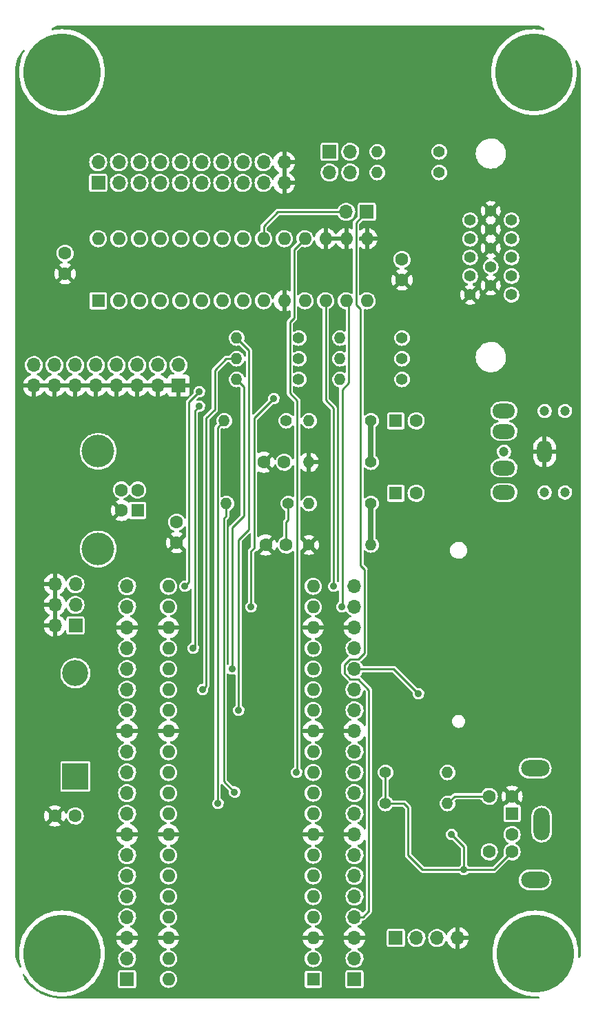
<source format=gbl>
G04 #@! TF.GenerationSoftware,KiCad,Pcbnew,(6.0.1)*
G04 #@! TF.CreationDate,2022-05-19T14:44:07-04:00*
G04 #@! TF.ProjectId,PiPicoMite01,50695069-636f-44d6-9974-6530312e6b69,2*
G04 #@! TF.SameCoordinates,Original*
G04 #@! TF.FileFunction,Copper,L2,Bot*
G04 #@! TF.FilePolarity,Positive*
%FSLAX46Y46*%
G04 Gerber Fmt 4.6, Leading zero omitted, Abs format (unit mm)*
G04 Created by KiCad (PCBNEW (6.0.1)) date 2022-05-19 14:44:07*
%MOMM*%
%LPD*%
G01*
G04 APERTURE LIST*
G04 #@! TA.AperFunction,ComponentPad*
%ADD10C,9.525000*%
G04 #@! TD*
G04 #@! TA.AperFunction,ComponentPad*
%ADD11C,1.397000*%
G04 #@! TD*
G04 #@! TA.AperFunction,ComponentPad*
%ADD12C,1.400000*%
G04 #@! TD*
G04 #@! TA.AperFunction,ComponentPad*
%ADD13O,1.400000X1.400000*%
G04 #@! TD*
G04 #@! TA.AperFunction,ComponentPad*
%ADD14R,1.600000X1.600000*%
G04 #@! TD*
G04 #@! TA.AperFunction,ComponentPad*
%ADD15O,1.600000X1.600000*%
G04 #@! TD*
G04 #@! TA.AperFunction,ComponentPad*
%ADD16C,1.600000*%
G04 #@! TD*
G04 #@! TA.AperFunction,ComponentPad*
%ADD17C,4.000000*%
G04 #@! TD*
G04 #@! TA.AperFunction,ComponentPad*
%ADD18R,1.700000X1.700000*%
G04 #@! TD*
G04 #@! TA.AperFunction,ComponentPad*
%ADD19O,1.700000X1.700000*%
G04 #@! TD*
G04 #@! TA.AperFunction,ComponentPad*
%ADD20R,3.200000X3.200000*%
G04 #@! TD*
G04 #@! TA.AperFunction,ComponentPad*
%ADD21O,3.200000X3.200000*%
G04 #@! TD*
G04 #@! TA.AperFunction,ComponentPad*
%ADD22C,1.200000*%
G04 #@! TD*
G04 #@! TA.AperFunction,ComponentPad*
%ADD23O,2.800000X1.800000*%
G04 #@! TD*
G04 #@! TA.AperFunction,ComponentPad*
%ADD24O,1.800000X2.800000*%
G04 #@! TD*
G04 #@! TA.AperFunction,ComponentPad*
%ADD25O,3.500000X2.000000*%
G04 #@! TD*
G04 #@! TA.AperFunction,ComponentPad*
%ADD26O,2.000000X4.000000*%
G04 #@! TD*
G04 #@! TA.AperFunction,ViaPad*
%ADD27C,0.889000*%
G04 #@! TD*
G04 #@! TA.AperFunction,Conductor*
%ADD28C,0.635000*%
G04 #@! TD*
G04 #@! TA.AperFunction,Conductor*
%ADD29C,0.254000*%
G04 #@! TD*
G04 APERTURE END LIST*
D10*
X119000000Y-8000000D03*
X177165000Y-116205000D03*
X119000000Y-116205000D03*
X177000000Y-8000000D03*
D11*
X169157590Y-26169620D03*
X169157590Y-28460700D03*
X169157590Y-30746700D03*
X169157590Y-33040320D03*
X169157590Y-35328860D03*
X171697590Y-25024080D03*
X171697590Y-27315160D03*
X171697590Y-29606240D03*
X171697590Y-31894780D03*
X171697590Y-34185860D03*
X174237590Y-26169620D03*
X174237590Y-28460700D03*
X174235050Y-30749240D03*
X174237590Y-33040320D03*
X174237590Y-35328860D03*
D12*
X148082000Y-40640000D03*
D13*
X140462000Y-40640000D03*
D12*
X148082000Y-43180000D03*
D13*
X140462000Y-43180000D03*
D12*
X146812000Y-60960000D03*
D13*
X139192000Y-60960000D03*
D12*
X148082000Y-45720000D03*
D13*
X140462000Y-45720000D03*
D12*
X160782000Y-40640000D03*
D13*
X153162000Y-40640000D03*
D12*
X160782000Y-43180000D03*
D13*
X153162000Y-43180000D03*
D12*
X160782000Y-45720000D03*
D13*
X153162000Y-45720000D03*
D14*
X149865000Y-119375000D03*
D15*
X149865000Y-116835000D03*
X149865000Y-114295000D03*
X149865000Y-111755000D03*
X149865000Y-109215000D03*
X149865000Y-106675000D03*
X149865000Y-104135000D03*
X149865000Y-101595000D03*
X149865000Y-99055000D03*
X149865000Y-96515000D03*
X149865000Y-93975000D03*
X149865000Y-91435000D03*
X149865000Y-88895000D03*
X149865000Y-86355000D03*
X149865000Y-83815000D03*
X149865000Y-81275000D03*
X149865000Y-78735000D03*
X149865000Y-76195000D03*
X149865000Y-73655000D03*
X149865000Y-71115000D03*
X132085000Y-71115000D03*
X132085000Y-73655000D03*
X132085000Y-76195000D03*
X132085000Y-78735000D03*
X132085000Y-81275000D03*
X132085000Y-83815000D03*
X132085000Y-86355000D03*
X132085000Y-88895000D03*
X132085000Y-91435000D03*
X132085000Y-93975000D03*
X132085000Y-96515000D03*
X132085000Y-99055000D03*
X132085000Y-101595000D03*
X132085000Y-104135000D03*
X132085000Y-106675000D03*
X132085000Y-109215000D03*
X132085000Y-111755000D03*
X132085000Y-114295000D03*
X132085000Y-116835000D03*
X132085000Y-119375000D03*
D14*
X128304000Y-61798000D03*
D16*
X128304000Y-59298000D03*
X126304000Y-59298000D03*
X126304000Y-61798000D03*
D17*
X123444000Y-54548000D03*
X123444000Y-66548000D03*
D16*
X120630000Y-99314000D03*
X118130000Y-99314000D03*
D14*
X160020000Y-59690000D03*
D16*
X162520000Y-59690000D03*
X146538000Y-66040000D03*
X144038000Y-66040000D03*
X133096000Y-63266000D03*
X133096000Y-65766000D03*
X160782000Y-31008000D03*
X160782000Y-33508000D03*
X119380000Y-30246000D03*
X119380000Y-32746000D03*
D12*
X156972000Y-55880000D03*
D13*
X149352000Y-55880000D03*
D12*
X156972000Y-60960000D03*
D13*
X149352000Y-60960000D03*
D18*
X156464000Y-25146000D03*
D19*
X153924000Y-25146000D03*
D18*
X133335000Y-46502000D03*
D19*
X133335000Y-43962000D03*
X130795000Y-46502000D03*
X130795000Y-43962000D03*
X128255000Y-46502000D03*
X128255000Y-43962000D03*
X125715000Y-46502000D03*
X125715000Y-43962000D03*
X123175000Y-46502000D03*
X123175000Y-43962000D03*
X120635000Y-46502000D03*
X120635000Y-43962000D03*
X118095000Y-46502000D03*
X118095000Y-43962000D03*
X115555000Y-46502000D03*
X115555000Y-43962000D03*
D18*
X160020000Y-114300000D03*
D19*
X162560000Y-114300000D03*
X165100000Y-114300000D03*
X167640000Y-114300000D03*
D20*
X120650000Y-94488000D03*
D21*
X120650000Y-81788000D03*
D16*
X146304000Y-55880000D03*
X143804000Y-55880000D03*
D22*
X178308000Y-59610000D03*
X178308000Y-49610000D03*
X180808000Y-49610000D03*
X180808000Y-59610000D03*
X173308000Y-54610000D03*
D23*
X173308000Y-59610000D03*
X173308000Y-56610000D03*
D24*
X178308000Y-54610000D03*
D23*
X173308000Y-49610000D03*
X173308000Y-52110000D03*
D12*
X165354000Y-17780000D03*
D13*
X157734000Y-17780000D03*
D12*
X165354000Y-20320000D03*
D13*
X157734000Y-20320000D03*
D18*
X127000000Y-119380000D03*
D19*
X127000000Y-116840000D03*
X127000000Y-114300000D03*
X127000000Y-111760000D03*
X127000000Y-109220000D03*
X127000000Y-106680000D03*
X127000000Y-104140000D03*
X127000000Y-101600000D03*
X127000000Y-99060000D03*
X127000000Y-96520000D03*
X127000000Y-93980000D03*
X127000000Y-91440000D03*
X127000000Y-88900000D03*
X127000000Y-86360000D03*
X127000000Y-83820000D03*
X127000000Y-81280000D03*
X127000000Y-78740000D03*
X127000000Y-76200000D03*
X127000000Y-73660000D03*
X127000000Y-71120000D03*
D12*
X149352000Y-66040000D03*
D13*
X156972000Y-66040000D03*
D18*
X151887000Y-17775000D03*
D19*
X154427000Y-17775000D03*
X151887000Y-20315000D03*
X154427000Y-20315000D03*
D12*
X158750000Y-93980000D03*
D13*
X166370000Y-93980000D03*
D18*
X123449000Y-21595000D03*
D19*
X123449000Y-19055000D03*
X125989000Y-21595000D03*
X125989000Y-19055000D03*
X128529000Y-21595000D03*
X128529000Y-19055000D03*
X131069000Y-21595000D03*
X131069000Y-19055000D03*
X133609000Y-21595000D03*
X133609000Y-19055000D03*
X136149000Y-21595000D03*
X136149000Y-19055000D03*
X138689000Y-21595000D03*
X138689000Y-19055000D03*
X141229000Y-21595000D03*
X141229000Y-19055000D03*
X143769000Y-21595000D03*
X143769000Y-19055000D03*
X146309000Y-21595000D03*
X146309000Y-19055000D03*
D14*
X123454000Y-36058000D03*
D15*
X125994000Y-36058000D03*
X128534000Y-36058000D03*
X131074000Y-36058000D03*
X133614000Y-36058000D03*
X136154000Y-36058000D03*
X138694000Y-36058000D03*
X141234000Y-36058000D03*
X143774000Y-36058000D03*
X146314000Y-36058000D03*
X148854000Y-36058000D03*
X151394000Y-36058000D03*
X153934000Y-36058000D03*
X156474000Y-36058000D03*
X156474000Y-28438000D03*
X153934000Y-28438000D03*
X151394000Y-28438000D03*
X148854000Y-28438000D03*
X146314000Y-28438000D03*
X143774000Y-28438000D03*
X141234000Y-28438000D03*
X138694000Y-28438000D03*
X136154000Y-28438000D03*
X133614000Y-28438000D03*
X131074000Y-28438000D03*
X128534000Y-28438000D03*
X125994000Y-28438000D03*
X123454000Y-28438000D03*
D12*
X158750000Y-97790000D03*
D13*
X166370000Y-97790000D03*
D14*
X160020000Y-50800000D03*
D16*
X162520000Y-50800000D03*
D18*
X120655000Y-75946000D03*
D19*
X118115000Y-75946000D03*
X120655000Y-73406000D03*
X118115000Y-73406000D03*
X120655000Y-70866000D03*
X118115000Y-70866000D03*
D14*
X174301000Y-99020000D03*
D16*
X174301000Y-101620000D03*
X174301000Y-96920000D03*
X174301000Y-103720000D03*
X171501000Y-96920000D03*
X171501000Y-103720000D03*
D25*
X177151000Y-107170000D03*
X177151000Y-93470000D03*
D26*
X177951000Y-100320000D03*
D12*
X156972000Y-50800000D03*
D13*
X149352000Y-50800000D03*
D12*
X146558000Y-50800000D03*
D13*
X138938000Y-50800000D03*
D18*
X154940000Y-119375000D03*
D19*
X154940000Y-116835000D03*
X154940000Y-114295000D03*
X154940000Y-111755000D03*
X154940000Y-109215000D03*
X154940000Y-106675000D03*
X154940000Y-104135000D03*
X154940000Y-101595000D03*
X154940000Y-99055000D03*
X154940000Y-96515000D03*
X154940000Y-93975000D03*
X154940000Y-91435000D03*
X154940000Y-88895000D03*
X154940000Y-86355000D03*
X154940000Y-83815000D03*
X154940000Y-81275000D03*
X154940000Y-78735000D03*
X154940000Y-76195000D03*
X154940000Y-73655000D03*
X154940000Y-71115000D03*
D27*
X163322000Y-81788000D03*
X160020000Y-110490000D03*
X163068000Y-74422000D03*
X162814000Y-84328000D03*
X138176000Y-97790000D03*
X140208000Y-96393000D03*
X153411000Y-73655000D03*
X152400000Y-71120000D03*
X140716000Y-86360000D03*
X136276000Y-83815000D03*
X139891000Y-81280000D03*
X135128000Y-78740000D03*
X135890000Y-49022000D03*
X145034000Y-48069000D03*
X142240000Y-73660000D03*
X147828000Y-93980000D03*
X134112000Y-71120000D03*
X135890000Y-47244000D03*
X166878000Y-101600000D03*
X168402000Y-105918000D03*
D28*
X156972000Y-66040000D02*
X156972000Y-60960000D01*
X156972000Y-55880000D02*
X156972000Y-50800000D01*
D29*
X162814000Y-84328000D02*
X159761000Y-81275000D01*
X159761000Y-81275000D02*
X154940000Y-81275000D01*
X154430305Y-82505511D02*
X153709489Y-81784695D01*
X156170511Y-79323673D02*
X156170511Y-69048511D01*
X155114511Y-26495489D02*
X156464000Y-25146000D01*
X154430305Y-80044489D02*
X155449695Y-80044489D01*
X156718000Y-83852794D02*
X155370717Y-82505511D01*
X155702000Y-37108258D02*
X155114511Y-36520769D01*
X155961000Y-111755000D02*
X156718000Y-110998000D01*
X155702000Y-68580000D02*
X155702000Y-37108258D01*
X155114511Y-36520769D02*
X155114511Y-26495489D01*
X156170511Y-69048511D02*
X155702000Y-68580000D01*
X156718000Y-110998000D02*
X156718000Y-83852794D01*
X155370717Y-82505511D02*
X154430305Y-82505511D01*
X154940000Y-111755000D02*
X155961000Y-111755000D01*
X153709489Y-80765305D02*
X154430305Y-80044489D01*
X155449695Y-80044489D02*
X156170511Y-79323673D01*
X153709489Y-81784695D02*
X153709489Y-80765305D01*
X138111489Y-97725489D02*
X138111489Y-51626511D01*
X138111489Y-51626511D02*
X138938000Y-50800000D01*
X138176000Y-97790000D02*
X138111489Y-97725489D01*
X138875489Y-62802489D02*
X138875489Y-95060489D01*
X139192000Y-60960000D02*
X139192000Y-62485978D01*
X138875489Y-95060489D02*
X140208000Y-96393000D01*
X139192000Y-62485978D02*
X138875489Y-62802489D01*
X153934000Y-36058000D02*
X154242511Y-36366511D01*
X153421000Y-46989074D02*
X153421000Y-73645000D01*
X153421000Y-73645000D02*
X153411000Y-73655000D01*
X154242511Y-36366511D02*
X154242511Y-46167563D01*
X154242511Y-46167563D02*
X153421000Y-46989074D01*
X151394000Y-36058000D02*
X151394000Y-48270000D01*
X152400000Y-71120000D02*
X152400000Y-49276000D01*
X151394000Y-48270000D02*
X152400000Y-49276000D01*
X140716000Y-65405000D02*
X141986000Y-64135000D01*
X141986000Y-64135000D02*
X141986000Y-42164000D01*
X140716000Y-86360000D02*
X140716000Y-65405000D01*
X141986000Y-42164000D02*
X140462000Y-40640000D01*
X137795000Y-44577000D02*
X139192000Y-43180000D01*
X136715011Y-50482989D02*
X137795000Y-49403000D01*
X137795000Y-49403000D02*
X137795000Y-44577000D01*
X136715011Y-83365989D02*
X136715011Y-52768989D01*
X139192000Y-43180000D02*
X140462000Y-43180000D01*
X136271000Y-83810000D02*
X136715011Y-83365989D01*
X136715011Y-52768989D02*
X136715011Y-50482989D01*
X136276000Y-83815000D02*
X136271000Y-83810000D01*
X143774000Y-26914000D02*
X145542000Y-25146000D01*
X145542000Y-25146000D02*
X153924000Y-25146000D01*
X143774000Y-28438000D02*
X143774000Y-26914000D01*
X139891000Y-63944000D02*
X141351000Y-62484000D01*
X141351000Y-46609000D02*
X140462000Y-45720000D01*
X139891000Y-81280000D02*
X139891000Y-63944000D01*
X141351000Y-62484000D02*
X141351000Y-46609000D01*
X135318989Y-49593011D02*
X135318989Y-78549011D01*
X135890000Y-49022000D02*
X135318989Y-49593011D01*
X135318989Y-78549011D02*
X135128000Y-78740000D01*
X142240000Y-73660000D02*
X142240000Y-66802000D01*
X142623489Y-66418511D02*
X142623489Y-50479511D01*
X142240000Y-66802000D02*
X142623489Y-66418511D01*
X142623489Y-50479511D02*
X145034000Y-48069000D01*
X147892511Y-93915489D02*
X147892511Y-48324511D01*
X147001489Y-47433489D02*
X147001489Y-38672511D01*
X147892511Y-48324511D02*
X147001489Y-47433489D01*
X147001489Y-38672511D02*
X147494511Y-38179489D01*
X147828000Y-93980000D02*
X147892511Y-93915489D01*
X147494511Y-38179489D02*
X147494511Y-29797489D01*
X147494511Y-29797489D02*
X148854000Y-28438000D01*
X134112000Y-71120000D02*
X134620000Y-70612000D01*
X134620000Y-70612000D02*
X134620000Y-48514000D01*
X134620000Y-48514000D02*
X135890000Y-47244000D01*
X146538000Y-63266000D02*
X146812000Y-62992000D01*
X146812000Y-60960000D02*
X146812000Y-62992000D01*
X146538000Y-66040000D02*
X146538000Y-63266000D01*
X167240000Y-96920000D02*
X166370000Y-97790000D01*
X171501000Y-96920000D02*
X167240000Y-96920000D01*
X163322000Y-105918000D02*
X168402000Y-105918000D01*
X158750000Y-97790000D02*
X161036000Y-97790000D01*
X161036000Y-97790000D02*
X161544000Y-98298000D01*
X158750000Y-97790000D02*
X158750000Y-93980000D01*
X168402000Y-103124000D02*
X168402000Y-105918000D01*
X172103000Y-105918000D02*
X174301000Y-103720000D01*
X161544000Y-104140000D02*
X163322000Y-105918000D01*
X168402000Y-105918000D02*
X172103000Y-105918000D01*
X166878000Y-101600000D02*
X168402000Y-103124000D01*
X161544000Y-98298000D02*
X161544000Y-104140000D01*
G04 #@! TA.AperFunction,Conductor*
G36*
X176987153Y-2256421D02*
G01*
X177000000Y-2258976D01*
X177012172Y-2256555D01*
X177021195Y-2256555D01*
X177035786Y-2255406D01*
X177225125Y-2262845D01*
X177445876Y-2271519D01*
X177455738Y-2272295D01*
X177522998Y-2280255D01*
X177550290Y-2283485D01*
X177591827Y-2295913D01*
X177918923Y-2459461D01*
X178246017Y-2623009D01*
X178298001Y-2671364D01*
X178315590Y-2740148D01*
X178293199Y-2807521D01*
X178237939Y-2852094D01*
X178162398Y-2858720D01*
X177916172Y-2804133D01*
X177913452Y-2803775D01*
X177913447Y-2803774D01*
X177742577Y-2781279D01*
X177459836Y-2744055D01*
X177457087Y-2743935D01*
X177457076Y-2743934D01*
X177002748Y-2724098D01*
X177000000Y-2723978D01*
X176997252Y-2724098D01*
X176542924Y-2743934D01*
X176542913Y-2743935D01*
X176540164Y-2744055D01*
X176257423Y-2781279D01*
X176086553Y-2803774D01*
X176086548Y-2803775D01*
X176083828Y-2804133D01*
X175634465Y-2903754D01*
X175631840Y-2904582D01*
X175631835Y-2904583D01*
X175198122Y-3041332D01*
X175198114Y-3041335D01*
X175195494Y-3042161D01*
X174770257Y-3218300D01*
X174361989Y-3430831D01*
X173973798Y-3678136D01*
X173742253Y-3855807D01*
X173610806Y-3956669D01*
X173610800Y-3956674D01*
X173608638Y-3958333D01*
X173269289Y-4269289D01*
X172958333Y-4608638D01*
X172956674Y-4610800D01*
X172956669Y-4610806D01*
X172938637Y-4634306D01*
X172678136Y-4973798D01*
X172430831Y-5361989D01*
X172218300Y-5770257D01*
X172042161Y-6195494D01*
X172041335Y-6198114D01*
X172041332Y-6198122D01*
X171923009Y-6573396D01*
X171903754Y-6634465D01*
X171804133Y-7083828D01*
X171803775Y-7086548D01*
X171803774Y-7086553D01*
X171801209Y-7106038D01*
X171744055Y-7540164D01*
X171743935Y-7542913D01*
X171743934Y-7542924D01*
X171743445Y-7554124D01*
X171723978Y-8000000D01*
X171744055Y-8459836D01*
X171804133Y-8916172D01*
X171903754Y-9365535D01*
X172042161Y-9804506D01*
X172218300Y-10229743D01*
X172430831Y-10638011D01*
X172678136Y-11026202D01*
X172958333Y-11391362D01*
X173269289Y-11730711D01*
X173608638Y-12041667D01*
X173610800Y-12043326D01*
X173610806Y-12043331D01*
X173734853Y-12138515D01*
X173973798Y-12321864D01*
X174361989Y-12569169D01*
X174770257Y-12781700D01*
X175195494Y-12957839D01*
X175198114Y-12958665D01*
X175198122Y-12958668D01*
X175631835Y-13095417D01*
X175631840Y-13095418D01*
X175634465Y-13096246D01*
X176083828Y-13195867D01*
X176086548Y-13196225D01*
X176086553Y-13196226D01*
X176257423Y-13218721D01*
X176540164Y-13255945D01*
X176542913Y-13256065D01*
X176542924Y-13256066D01*
X176997252Y-13275902D01*
X177000000Y-13276022D01*
X177002748Y-13275902D01*
X177457076Y-13256066D01*
X177457087Y-13256065D01*
X177459836Y-13255945D01*
X177742577Y-13218721D01*
X177913447Y-13196226D01*
X177913452Y-13196225D01*
X177916172Y-13195867D01*
X178365535Y-13096246D01*
X178368160Y-13095418D01*
X178368165Y-13095417D01*
X178801878Y-12958668D01*
X178801886Y-12958665D01*
X178804506Y-12957839D01*
X179229743Y-12781700D01*
X179638011Y-12569169D01*
X180026202Y-12321864D01*
X180265147Y-12138515D01*
X180389194Y-12043331D01*
X180389200Y-12043326D01*
X180391362Y-12041667D01*
X180730711Y-11730711D01*
X181041667Y-11391362D01*
X181321864Y-11026202D01*
X181569169Y-10638011D01*
X181781700Y-10229743D01*
X181957839Y-9804506D01*
X182096246Y-9365535D01*
X182195867Y-8916172D01*
X182255945Y-8459836D01*
X182276022Y-8000000D01*
X182256555Y-7554124D01*
X182256066Y-7542924D01*
X182256065Y-7542913D01*
X182255945Y-7540164D01*
X182198791Y-7106038D01*
X182196226Y-7086553D01*
X182196225Y-7086548D01*
X182195867Y-7083828D01*
X182101628Y-6658740D01*
X182106412Y-6587905D01*
X182148733Y-6530901D01*
X182215154Y-6505827D01*
X182284587Y-6520643D01*
X182336460Y-6573396D01*
X182683761Y-7242136D01*
X182697067Y-7285395D01*
X182727705Y-7544262D01*
X182728481Y-7554124D01*
X182744594Y-7964210D01*
X182743445Y-7978805D01*
X182743445Y-7987828D01*
X182741024Y-8000000D01*
X182743445Y-8012170D01*
X182743579Y-8012844D01*
X182746000Y-8037425D01*
X182746000Y-115962575D01*
X182743579Y-115987153D01*
X182741024Y-116000000D01*
X182743445Y-116012172D01*
X182743445Y-116021195D01*
X182744594Y-116035786D01*
X182742173Y-116097409D01*
X182728481Y-116445876D01*
X182727705Y-116455738D01*
X182720277Y-116518502D01*
X182708526Y-116558664D01*
X182663414Y-116651706D01*
X182615696Y-116704276D01*
X182547133Y-116722701D01*
X182479491Y-116701134D01*
X182434248Y-116646421D01*
X182424158Y-116591239D01*
X182425581Y-116558664D01*
X182441022Y-116205000D01*
X182436341Y-116097779D01*
X182421066Y-115747924D01*
X182421065Y-115747913D01*
X182420945Y-115745164D01*
X182376545Y-115407916D01*
X182361226Y-115291553D01*
X182361225Y-115291548D01*
X182360867Y-115288828D01*
X182261246Y-114839465D01*
X182249202Y-114801267D01*
X182123668Y-114403122D01*
X182123665Y-114403114D01*
X182122839Y-114400494D01*
X181946700Y-113975257D01*
X181734169Y-113566989D01*
X181486864Y-113178798D01*
X181257636Y-112880062D01*
X181208331Y-112815806D01*
X181208326Y-112815800D01*
X181206667Y-112813638D01*
X180895711Y-112474289D01*
X180556362Y-112163333D01*
X180554200Y-112161674D01*
X180554194Y-112161669D01*
X180375319Y-112024414D01*
X180191202Y-111883136D01*
X179803011Y-111635831D01*
X179394743Y-111423300D01*
X178969506Y-111247161D01*
X178966886Y-111246335D01*
X178966878Y-111246332D01*
X178533165Y-111109583D01*
X178533160Y-111109582D01*
X178530535Y-111108754D01*
X178081172Y-111009133D01*
X178078452Y-111008775D01*
X178078447Y-111008774D01*
X177907577Y-110986279D01*
X177624836Y-110949055D01*
X177622087Y-110948935D01*
X177622076Y-110948934D01*
X177167748Y-110929098D01*
X177165000Y-110928978D01*
X177162252Y-110929098D01*
X176707924Y-110948934D01*
X176707913Y-110948935D01*
X176705164Y-110949055D01*
X176422423Y-110986279D01*
X176251553Y-111008774D01*
X176251548Y-111008775D01*
X176248828Y-111009133D01*
X175799465Y-111108754D01*
X175796840Y-111109582D01*
X175796835Y-111109583D01*
X175363122Y-111246332D01*
X175363114Y-111246335D01*
X175360494Y-111247161D01*
X174935257Y-111423300D01*
X174526989Y-111635831D01*
X174138798Y-111883136D01*
X173954681Y-112024414D01*
X173775806Y-112161669D01*
X173775800Y-112161674D01*
X173773638Y-112163333D01*
X173434289Y-112474289D01*
X173123333Y-112813638D01*
X173121674Y-112815800D01*
X173121669Y-112815806D01*
X173072364Y-112880062D01*
X172843136Y-113178798D01*
X172595831Y-113566989D01*
X172383300Y-113975257D01*
X172207161Y-114400494D01*
X172206335Y-114403114D01*
X172206332Y-114403122D01*
X172080798Y-114801267D01*
X172068754Y-114839465D01*
X171969133Y-115288828D01*
X171968775Y-115291548D01*
X171968774Y-115291553D01*
X171953455Y-115407916D01*
X171909055Y-115745164D01*
X171908935Y-115747913D01*
X171908934Y-115747924D01*
X171893659Y-116097779D01*
X171888978Y-116205000D01*
X171889098Y-116207748D01*
X171908482Y-116651706D01*
X171909055Y-116664836D01*
X171939270Y-116894344D01*
X171962364Y-117069753D01*
X171969133Y-117121172D01*
X172068754Y-117570535D01*
X172069582Y-117573160D01*
X172069583Y-117573165D01*
X172187606Y-117947485D01*
X172207161Y-118009506D01*
X172383300Y-118434743D01*
X172595831Y-118843011D01*
X172843136Y-119231202D01*
X173026485Y-119470147D01*
X173100249Y-119566278D01*
X173123333Y-119596362D01*
X173434289Y-119935711D01*
X173773638Y-120246667D01*
X173775800Y-120248326D01*
X173775806Y-120248331D01*
X173874813Y-120324301D01*
X174138798Y-120526864D01*
X174526989Y-120774169D01*
X174935257Y-120986700D01*
X175360494Y-121162839D01*
X175363114Y-121163665D01*
X175363122Y-121163668D01*
X175796835Y-121300417D01*
X175796840Y-121300418D01*
X175799465Y-121301246D01*
X176248828Y-121400867D01*
X176251548Y-121401225D01*
X176251553Y-121401226D01*
X176393496Y-121419913D01*
X176705164Y-121460945D01*
X176707913Y-121461065D01*
X176707924Y-121461066D01*
X177162252Y-121480902D01*
X177165000Y-121481022D01*
X177535624Y-121464840D01*
X177604551Y-121481852D01*
X177653340Y-121533428D01*
X177666500Y-121603194D01*
X177639852Y-121669000D01*
X177581857Y-121709953D01*
X177555928Y-121715847D01*
X177455738Y-121727705D01*
X177445876Y-121728481D01*
X177225125Y-121737155D01*
X177035786Y-121744594D01*
X177021195Y-121743445D01*
X177012172Y-121743445D01*
X177000000Y-121741024D01*
X176987153Y-121743579D01*
X176962575Y-121746000D01*
X119037425Y-121746000D01*
X119012847Y-121743579D01*
X119000000Y-121741024D01*
X118987828Y-121743445D01*
X118978805Y-121743445D01*
X118964214Y-121744594D01*
X118774875Y-121737155D01*
X118554124Y-121728481D01*
X118544261Y-121727705D01*
X118106038Y-121675838D01*
X118096267Y-121674290D01*
X117663476Y-121588203D01*
X117653855Y-121585893D01*
X117229155Y-121466115D01*
X117219746Y-121463058D01*
X116805744Y-121310325D01*
X116796604Y-121306539D01*
X116783325Y-121300417D01*
X116395858Y-121121793D01*
X116387045Y-121117302D01*
X116002048Y-120901693D01*
X115993612Y-120896524D01*
X115918267Y-120846180D01*
X115626697Y-120651359D01*
X115618708Y-120645555D01*
X115414411Y-120484500D01*
X115272161Y-120372359D01*
X115264638Y-120365934D01*
X115017699Y-120137667D01*
X114940588Y-120066386D01*
X114933614Y-120059412D01*
X114699343Y-119805979D01*
X114634066Y-119735362D01*
X114627641Y-119727839D01*
X114414851Y-119457917D01*
X114397808Y-119429120D01*
X114373369Y-119371512D01*
X114312860Y-119228885D01*
X114157896Y-118863611D01*
X114149705Y-118793089D01*
X114180941Y-118729333D01*
X114241688Y-118692586D01*
X114312659Y-118694515D01*
X114371320Y-118734507D01*
X114385646Y-118756211D01*
X114430831Y-118843011D01*
X114678136Y-119231202D01*
X114861485Y-119470147D01*
X114935249Y-119566278D01*
X114958333Y-119596362D01*
X115269289Y-119935711D01*
X115608638Y-120246667D01*
X115610800Y-120248326D01*
X115610806Y-120248331D01*
X115709813Y-120324301D01*
X115973798Y-120526864D01*
X116361989Y-120774169D01*
X116770257Y-120986700D01*
X117195494Y-121162839D01*
X117198114Y-121163665D01*
X117198122Y-121163668D01*
X117631835Y-121300417D01*
X117631840Y-121300418D01*
X117634465Y-121301246D01*
X118083828Y-121400867D01*
X118086548Y-121401225D01*
X118086553Y-121401226D01*
X118228496Y-121419913D01*
X118540164Y-121460945D01*
X118542913Y-121461065D01*
X118542924Y-121461066D01*
X118997252Y-121480902D01*
X119000000Y-121481022D01*
X119002748Y-121480902D01*
X119457076Y-121461066D01*
X119457087Y-121461065D01*
X119459836Y-121460945D01*
X119771504Y-121419913D01*
X119913447Y-121401226D01*
X119913452Y-121401225D01*
X119916172Y-121400867D01*
X120365535Y-121301246D01*
X120368160Y-121300418D01*
X120368165Y-121300417D01*
X120801878Y-121163668D01*
X120801886Y-121163665D01*
X120804506Y-121162839D01*
X121229743Y-120986700D01*
X121638011Y-120774169D01*
X122026202Y-120526864D01*
X122290187Y-120324301D01*
X122389194Y-120248331D01*
X122389200Y-120248326D01*
X122391362Y-120246667D01*
X122730711Y-119935711D01*
X123041667Y-119596362D01*
X123064752Y-119566278D01*
X123138515Y-119470147D01*
X123321864Y-119231202D01*
X123569169Y-118843011D01*
X123745161Y-118504933D01*
X125895500Y-118504933D01*
X125895501Y-120255066D01*
X125910266Y-120329301D01*
X125917161Y-120339620D01*
X125917162Y-120339622D01*
X125936988Y-120369293D01*
X125966516Y-120413484D01*
X126050699Y-120469734D01*
X126124933Y-120484500D01*
X126999858Y-120484500D01*
X127875066Y-120484499D01*
X127910818Y-120477388D01*
X127937126Y-120472156D01*
X127937128Y-120472155D01*
X127949301Y-120469734D01*
X127959621Y-120462839D01*
X127959622Y-120462838D01*
X128023168Y-120420377D01*
X128033484Y-120413484D01*
X128089734Y-120329301D01*
X128104500Y-120255067D01*
X128104499Y-119360206D01*
X131025501Y-119360206D01*
X131042806Y-119566278D01*
X131099807Y-119765066D01*
X131102625Y-119770548D01*
X131102626Y-119770552D01*
X131191514Y-119943509D01*
X131191517Y-119943513D01*
X131194334Y-119948995D01*
X131322786Y-120111061D01*
X131327479Y-120115055D01*
X131327480Y-120115056D01*
X131420095Y-120193877D01*
X131480271Y-120245091D01*
X131660789Y-120345980D01*
X131857466Y-120409884D01*
X132062809Y-120434370D01*
X132068944Y-120433898D01*
X132068946Y-120433898D01*
X132262856Y-120418977D01*
X132262860Y-120418976D01*
X132268998Y-120418504D01*
X132468178Y-120362892D01*
X132473682Y-120360112D01*
X132473684Y-120360111D01*
X132647262Y-120272431D01*
X132647264Y-120272430D01*
X132652763Y-120269652D01*
X132815722Y-120142334D01*
X132819748Y-120137670D01*
X132819751Y-120137667D01*
X132946819Y-119990457D01*
X132946820Y-119990455D01*
X132950848Y-119985789D01*
X133052995Y-119805979D01*
X133118270Y-119609753D01*
X133144189Y-119404586D01*
X133144602Y-119375000D01*
X133124422Y-119169189D01*
X133064651Y-118971217D01*
X132967565Y-118788625D01*
X132963674Y-118783855D01*
X132963672Y-118783851D01*
X132840758Y-118633143D01*
X132840755Y-118633140D01*
X132836863Y-118628368D01*
X132829966Y-118622662D01*
X132742052Y-118549933D01*
X148810500Y-118549933D01*
X148810501Y-120200066D01*
X148817612Y-120235818D01*
X148822648Y-120261137D01*
X148825266Y-120274301D01*
X148832161Y-120284620D01*
X148832162Y-120284622D01*
X148853881Y-120317126D01*
X148881516Y-120358484D01*
X148965699Y-120414734D01*
X149039933Y-120429500D01*
X149864866Y-120429500D01*
X150690066Y-120429499D01*
X150725818Y-120422388D01*
X150752126Y-120417156D01*
X150752128Y-120417155D01*
X150764301Y-120414734D01*
X150774621Y-120407839D01*
X150774622Y-120407838D01*
X150838168Y-120365377D01*
X150848484Y-120358484D01*
X150904734Y-120274301D01*
X150919500Y-120200067D01*
X150919499Y-118549934D01*
X150910549Y-118504933D01*
X150909555Y-118499933D01*
X153835500Y-118499933D01*
X153835501Y-120250066D01*
X153850266Y-120324301D01*
X153857161Y-120334620D01*
X153857162Y-120334622D01*
X153880329Y-120369293D01*
X153906516Y-120408484D01*
X153990699Y-120464734D01*
X154064933Y-120479500D01*
X154939858Y-120479500D01*
X155815066Y-120479499D01*
X155851990Y-120472155D01*
X155877126Y-120467156D01*
X155877128Y-120467155D01*
X155889301Y-120464734D01*
X155899621Y-120457839D01*
X155899622Y-120457838D01*
X155963168Y-120415377D01*
X155973484Y-120408484D01*
X156029734Y-120324301D01*
X156044500Y-120250067D01*
X156044499Y-118499934D01*
X156029734Y-118425699D01*
X156013787Y-118401832D01*
X155980377Y-118351832D01*
X155973484Y-118341516D01*
X155889301Y-118285266D01*
X155815067Y-118270500D01*
X154940142Y-118270500D01*
X154064934Y-118270501D01*
X154033732Y-118276707D01*
X154002874Y-118282844D01*
X154002872Y-118282845D01*
X153990699Y-118285266D01*
X153980379Y-118292161D01*
X153980378Y-118292162D01*
X153945565Y-118315424D01*
X153906516Y-118341516D01*
X153850266Y-118425699D01*
X153835500Y-118499933D01*
X150909555Y-118499933D01*
X150907156Y-118487874D01*
X150907155Y-118487872D01*
X150904734Y-118475699D01*
X150882800Y-118442872D01*
X150855377Y-118401832D01*
X150848484Y-118391516D01*
X150764301Y-118335266D01*
X150690067Y-118320500D01*
X149865134Y-118320500D01*
X149039934Y-118320501D01*
X149004182Y-118327612D01*
X148977874Y-118332844D01*
X148977872Y-118332845D01*
X148965699Y-118335266D01*
X148955379Y-118342161D01*
X148955378Y-118342162D01*
X148894985Y-118382516D01*
X148881516Y-118391516D01*
X148825266Y-118475699D01*
X148810500Y-118549933D01*
X132742052Y-118549933D01*
X132682271Y-118500478D01*
X132682266Y-118500475D01*
X132677522Y-118496550D01*
X132672103Y-118493620D01*
X132672100Y-118493618D01*
X132501032Y-118401122D01*
X132501027Y-118401120D01*
X132495612Y-118398192D01*
X132298063Y-118337040D01*
X132291938Y-118336396D01*
X132291937Y-118336396D01*
X132098526Y-118316068D01*
X132098524Y-118316068D01*
X132092397Y-118315424D01*
X131966229Y-118326906D01*
X131892591Y-118333607D01*
X131892590Y-118333607D01*
X131886450Y-118334166D01*
X131688066Y-118392554D01*
X131682601Y-118395411D01*
X131510261Y-118485508D01*
X131510257Y-118485511D01*
X131504801Y-118488363D01*
X131500001Y-118492223D01*
X131500000Y-118492223D01*
X131491739Y-118498865D01*
X131343635Y-118617943D01*
X131210708Y-118776360D01*
X131111082Y-118957578D01*
X131048553Y-119154696D01*
X131025501Y-119360206D01*
X128104499Y-119360206D01*
X128104499Y-118504934D01*
X128096632Y-118465380D01*
X128092156Y-118442874D01*
X128092155Y-118442872D01*
X128089734Y-118430699D01*
X128070446Y-118401832D01*
X128040377Y-118356832D01*
X128033484Y-118346516D01*
X127949301Y-118290266D01*
X127875067Y-118275500D01*
X127000142Y-118275500D01*
X126124934Y-118275501D01*
X126089182Y-118282612D01*
X126062874Y-118287844D01*
X126062872Y-118287845D01*
X126050699Y-118290266D01*
X126040379Y-118297161D01*
X126040378Y-118297162D01*
X126003645Y-118321707D01*
X125966516Y-118346516D01*
X125910266Y-118430699D01*
X125895500Y-118504933D01*
X123745161Y-118504933D01*
X123781700Y-118434743D01*
X123957839Y-118009506D01*
X123977395Y-117947485D01*
X124095417Y-117573165D01*
X124095418Y-117573160D01*
X124096246Y-117570535D01*
X124195867Y-117121172D01*
X124202637Y-117069753D01*
X124225730Y-116894344D01*
X124255945Y-116664836D01*
X124256519Y-116651706D01*
X124275902Y-116207748D01*
X124276022Y-116205000D01*
X124271341Y-116097779D01*
X124256066Y-115747924D01*
X124256065Y-115747913D01*
X124255945Y-115745164D01*
X124211545Y-115407916D01*
X124196226Y-115291553D01*
X124196225Y-115291548D01*
X124195867Y-115288828D01*
X124096246Y-114839465D01*
X124084202Y-114801267D01*
X124010643Y-114567966D01*
X125668257Y-114567966D01*
X125698565Y-114702446D01*
X125701645Y-114712275D01*
X125781770Y-114909603D01*
X125786413Y-114918794D01*
X125897694Y-115100388D01*
X125903777Y-115108699D01*
X126043213Y-115269667D01*
X126050580Y-115276883D01*
X126214434Y-115412916D01*
X126222881Y-115418831D01*
X126406756Y-115526279D01*
X126416042Y-115530729D01*
X126565124Y-115587657D01*
X126621627Y-115630644D01*
X126645920Y-115697355D01*
X126630290Y-115766610D01*
X126579699Y-115816421D01*
X126563785Y-115823579D01*
X126522463Y-115838824D01*
X126348010Y-115942612D01*
X126343670Y-115946418D01*
X126343666Y-115946421D01*
X126241761Y-116035790D01*
X126195392Y-116076455D01*
X126191817Y-116080990D01*
X126191816Y-116080991D01*
X126185617Y-116088855D01*
X126069720Y-116235869D01*
X126067031Y-116240980D01*
X126067029Y-116240983D01*
X126054073Y-116265609D01*
X125975203Y-116415515D01*
X125915007Y-116609378D01*
X125891148Y-116810964D01*
X125904424Y-117013522D01*
X125905845Y-117019118D01*
X125905846Y-117019123D01*
X125924849Y-117093945D01*
X125954392Y-117210269D01*
X125956809Y-117215512D01*
X126034652Y-117384367D01*
X126039377Y-117394616D01*
X126042710Y-117399332D01*
X126149664Y-117550669D01*
X126156533Y-117560389D01*
X126301938Y-117702035D01*
X126470720Y-117814812D01*
X126476023Y-117817090D01*
X126476026Y-117817092D01*
X126609350Y-117874372D01*
X126657228Y-117894942D01*
X126730244Y-117911464D01*
X126849579Y-117938467D01*
X126849584Y-117938468D01*
X126855216Y-117939742D01*
X126860987Y-117939969D01*
X126860989Y-117939969D01*
X126920756Y-117942317D01*
X127058053Y-117947712D01*
X127158499Y-117933148D01*
X127253231Y-117919413D01*
X127253236Y-117919412D01*
X127258945Y-117918584D01*
X127264409Y-117916729D01*
X127264414Y-117916728D01*
X127445693Y-117855192D01*
X127445698Y-117855190D01*
X127451165Y-117853334D01*
X127456776Y-117850192D01*
X127541089Y-117802974D01*
X127628276Y-117754147D01*
X127638730Y-117745453D01*
X127779913Y-117628031D01*
X127784345Y-117624345D01*
X127808172Y-117595696D01*
X127910453Y-117472718D01*
X127910455Y-117472715D01*
X127914147Y-117468276D01*
X128013334Y-117291165D01*
X128015190Y-117285698D01*
X128015192Y-117285693D01*
X128076728Y-117104414D01*
X128076729Y-117104409D01*
X128078584Y-117098945D01*
X128079412Y-117093236D01*
X128079413Y-117093231D01*
X128102679Y-116932763D01*
X128107712Y-116898053D01*
X128109232Y-116840000D01*
X128096472Y-116701134D01*
X128091187Y-116643613D01*
X128091186Y-116643610D01*
X128090658Y-116637859D01*
X128085852Y-116620817D01*
X128037125Y-116448046D01*
X128037124Y-116448044D01*
X128035557Y-116442487D01*
X128032909Y-116437116D01*
X127948331Y-116265609D01*
X127945776Y-116260428D01*
X127824320Y-116097779D01*
X127675258Y-115959987D01*
X127670375Y-115956906D01*
X127670371Y-115956903D01*
X127518566Y-115861122D01*
X127503581Y-115851667D01*
X127431614Y-115822955D01*
X127375755Y-115779134D01*
X127352455Y-115712069D01*
X127369111Y-115643054D01*
X127420436Y-115594000D01*
X127442098Y-115585239D01*
X127492252Y-115570192D01*
X127501842Y-115566433D01*
X127693095Y-115472739D01*
X127701945Y-115467464D01*
X127875328Y-115343792D01*
X127883200Y-115337139D01*
X128034052Y-115186812D01*
X128040730Y-115178965D01*
X128165003Y-115006020D01*
X128170313Y-114997183D01*
X128264670Y-114806267D01*
X128268469Y-114796672D01*
X128330377Y-114592910D01*
X128332555Y-114582837D01*
X128333986Y-114571962D01*
X128332359Y-114561522D01*
X130802273Y-114561522D01*
X130849764Y-114738761D01*
X130853510Y-114749053D01*
X130945586Y-114946511D01*
X130951069Y-114956007D01*
X131076028Y-115134467D01*
X131083084Y-115142875D01*
X131237125Y-115296916D01*
X131245533Y-115303972D01*
X131423993Y-115428931D01*
X131433489Y-115434414D01*
X131630947Y-115526490D01*
X131641239Y-115530236D01*
X131806015Y-115574387D01*
X131866638Y-115611339D01*
X131897659Y-115675199D01*
X131889231Y-115745694D01*
X131844028Y-115800441D01*
X131808978Y-115816967D01*
X131688066Y-115852554D01*
X131682601Y-115855411D01*
X131510261Y-115945508D01*
X131510257Y-115945511D01*
X131504801Y-115948363D01*
X131343635Y-116077943D01*
X131210708Y-116236360D01*
X131111082Y-116417578D01*
X131048553Y-116614696D01*
X131047867Y-116620813D01*
X131047866Y-116620817D01*
X131026538Y-116810964D01*
X131025501Y-116820206D01*
X131026743Y-116835000D01*
X131041251Y-117007755D01*
X131042806Y-117026278D01*
X131099807Y-117225066D01*
X131102625Y-117230548D01*
X131102626Y-117230552D01*
X131191514Y-117403509D01*
X131191517Y-117403513D01*
X131194334Y-117408995D01*
X131322786Y-117571061D01*
X131327479Y-117575055D01*
X131327480Y-117575056D01*
X131389726Y-117628031D01*
X131480271Y-117705091D01*
X131660789Y-117805980D01*
X131857466Y-117869884D01*
X132062809Y-117894370D01*
X132068944Y-117893898D01*
X132068946Y-117893898D01*
X132262856Y-117878977D01*
X132262860Y-117878976D01*
X132268998Y-117878504D01*
X132468178Y-117822892D01*
X132473682Y-117820112D01*
X132473684Y-117820111D01*
X132647262Y-117732431D01*
X132647264Y-117732430D01*
X132652763Y-117729652D01*
X132815722Y-117602334D01*
X132819748Y-117597670D01*
X132819751Y-117597667D01*
X132946819Y-117450457D01*
X132946820Y-117450455D01*
X132950848Y-117445789D01*
X133010163Y-117341377D01*
X133049950Y-117271340D01*
X133049952Y-117271336D01*
X133052995Y-117265979D01*
X133100272Y-117123859D01*
X133116325Y-117075601D01*
X133116326Y-117075598D01*
X133118270Y-117069753D01*
X133144189Y-116864586D01*
X133144602Y-116835000D01*
X133124422Y-116629189D01*
X133064651Y-116431217D01*
X132971381Y-116255801D01*
X132970459Y-116254067D01*
X132970457Y-116254064D01*
X132967565Y-116248625D01*
X132963674Y-116243855D01*
X132963672Y-116243851D01*
X132840758Y-116093143D01*
X132840755Y-116093140D01*
X132836863Y-116088368D01*
X132827946Y-116080991D01*
X132682271Y-115960478D01*
X132682266Y-115960475D01*
X132677522Y-115956550D01*
X132672103Y-115953620D01*
X132672100Y-115953618D01*
X132501032Y-115861122D01*
X132501027Y-115861120D01*
X132495612Y-115858192D01*
X132360118Y-115816249D01*
X132300959Y-115776999D01*
X132272412Y-115711994D01*
X132283541Y-115641875D01*
X132330812Y-115588904D01*
X132364767Y-115574178D01*
X132528761Y-115530236D01*
X132539053Y-115526490D01*
X132736511Y-115434414D01*
X132746007Y-115428931D01*
X132924467Y-115303972D01*
X132932875Y-115296916D01*
X133086916Y-115142875D01*
X133093972Y-115134467D01*
X133218931Y-114956007D01*
X133224414Y-114946511D01*
X133316490Y-114749053D01*
X133320236Y-114738761D01*
X133366394Y-114566497D01*
X133366275Y-114561522D01*
X148582273Y-114561522D01*
X148629764Y-114738761D01*
X148633510Y-114749053D01*
X148725586Y-114946511D01*
X148731069Y-114956007D01*
X148856028Y-115134467D01*
X148863084Y-115142875D01*
X149017125Y-115296916D01*
X149025533Y-115303972D01*
X149203993Y-115428931D01*
X149213489Y-115434414D01*
X149410947Y-115526490D01*
X149421239Y-115530236D01*
X149586015Y-115574387D01*
X149646638Y-115611339D01*
X149677659Y-115675199D01*
X149669231Y-115745694D01*
X149624028Y-115800441D01*
X149588978Y-115816967D01*
X149468066Y-115852554D01*
X149462601Y-115855411D01*
X149290261Y-115945508D01*
X149290257Y-115945511D01*
X149284801Y-115948363D01*
X149123635Y-116077943D01*
X148990708Y-116236360D01*
X148891082Y-116417578D01*
X148828553Y-116614696D01*
X148827867Y-116620813D01*
X148827866Y-116620817D01*
X148806538Y-116810964D01*
X148805501Y-116820206D01*
X148806743Y-116835000D01*
X148821251Y-117007755D01*
X148822806Y-117026278D01*
X148879807Y-117225066D01*
X148882625Y-117230548D01*
X148882626Y-117230552D01*
X148971514Y-117403509D01*
X148971517Y-117403513D01*
X148974334Y-117408995D01*
X149102786Y-117571061D01*
X149107479Y-117575055D01*
X149107480Y-117575056D01*
X149169726Y-117628031D01*
X149260271Y-117705091D01*
X149440789Y-117805980D01*
X149637466Y-117869884D01*
X149842809Y-117894370D01*
X149848944Y-117893898D01*
X149848946Y-117893898D01*
X150042856Y-117878977D01*
X150042860Y-117878976D01*
X150048998Y-117878504D01*
X150248178Y-117822892D01*
X150253682Y-117820112D01*
X150253684Y-117820111D01*
X150427262Y-117732431D01*
X150427264Y-117732430D01*
X150432763Y-117729652D01*
X150595722Y-117602334D01*
X150599748Y-117597670D01*
X150599751Y-117597667D01*
X150726819Y-117450457D01*
X150726820Y-117450455D01*
X150730848Y-117445789D01*
X150790163Y-117341377D01*
X150829950Y-117271340D01*
X150829952Y-117271336D01*
X150832995Y-117265979D01*
X150880272Y-117123859D01*
X150896325Y-117075601D01*
X150896326Y-117075598D01*
X150898270Y-117069753D01*
X150924189Y-116864586D01*
X150924602Y-116835000D01*
X150904422Y-116629189D01*
X150844651Y-116431217D01*
X150751381Y-116255801D01*
X150750459Y-116254067D01*
X150750457Y-116254064D01*
X150747565Y-116248625D01*
X150743674Y-116243855D01*
X150743672Y-116243851D01*
X150620758Y-116093143D01*
X150620755Y-116093140D01*
X150616863Y-116088368D01*
X150607946Y-116080991D01*
X150462271Y-115960478D01*
X150462266Y-115960475D01*
X150457522Y-115956550D01*
X150452103Y-115953620D01*
X150452100Y-115953618D01*
X150281032Y-115861122D01*
X150281027Y-115861120D01*
X150275612Y-115858192D01*
X150140118Y-115816249D01*
X150080959Y-115776999D01*
X150052412Y-115711994D01*
X150063541Y-115641875D01*
X150110812Y-115588904D01*
X150144767Y-115574178D01*
X150308761Y-115530236D01*
X150319053Y-115526490D01*
X150516511Y-115434414D01*
X150526007Y-115428931D01*
X150704467Y-115303972D01*
X150712875Y-115296916D01*
X150866916Y-115142875D01*
X150873972Y-115134467D01*
X150998931Y-114956007D01*
X151004414Y-114946511D01*
X151096490Y-114749053D01*
X151100236Y-114738761D01*
X151146394Y-114566497D01*
X151146310Y-114562966D01*
X153608257Y-114562966D01*
X153638565Y-114697446D01*
X153641645Y-114707275D01*
X153721770Y-114904603D01*
X153726413Y-114913794D01*
X153837694Y-115095388D01*
X153843777Y-115103699D01*
X153983213Y-115264667D01*
X153990580Y-115271883D01*
X154154434Y-115407916D01*
X154162881Y-115413831D01*
X154346756Y-115521279D01*
X154356042Y-115525729D01*
X154505124Y-115582657D01*
X154561627Y-115625644D01*
X154585920Y-115692355D01*
X154570290Y-115761610D01*
X154519699Y-115811421D01*
X154503785Y-115818579D01*
X154462463Y-115833824D01*
X154288010Y-115937612D01*
X154283670Y-115941418D01*
X154283666Y-115941421D01*
X154216870Y-116000000D01*
X154135392Y-116071455D01*
X154131817Y-116075990D01*
X154131816Y-116075991D01*
X154117733Y-116093855D01*
X154009720Y-116230869D01*
X154007031Y-116235980D01*
X154007029Y-116235983D01*
X153994168Y-116260428D01*
X153915203Y-116410515D01*
X153855007Y-116604378D01*
X153831148Y-116805964D01*
X153844424Y-117008522D01*
X153845845Y-117014118D01*
X153845846Y-117014123D01*
X153866119Y-117093945D01*
X153894392Y-117205269D01*
X153896809Y-117210512D01*
X153957139Y-117341377D01*
X153979377Y-117389616D01*
X154096533Y-117555389D01*
X154100675Y-117559424D01*
X154157637Y-117614913D01*
X154241938Y-117697035D01*
X154410720Y-117809812D01*
X154416023Y-117812090D01*
X154416026Y-117812092D01*
X154552238Y-117870613D01*
X154597228Y-117889942D01*
X154670244Y-117906464D01*
X154789579Y-117933467D01*
X154789584Y-117933468D01*
X154795216Y-117934742D01*
X154800987Y-117934969D01*
X154800989Y-117934969D01*
X154860756Y-117937317D01*
X154998053Y-117942712D01*
X155098499Y-117928148D01*
X155193231Y-117914413D01*
X155193236Y-117914412D01*
X155198945Y-117913584D01*
X155204409Y-117911729D01*
X155204414Y-117911728D01*
X155385693Y-117850192D01*
X155385698Y-117850190D01*
X155391165Y-117848334D01*
X155410945Y-117837257D01*
X155521019Y-117775612D01*
X155568276Y-117749147D01*
X155621248Y-117705091D01*
X155719913Y-117623031D01*
X155724345Y-117619345D01*
X155770023Y-117564424D01*
X155850453Y-117467718D01*
X155850455Y-117467715D01*
X155854147Y-117463276D01*
X155953334Y-117286165D01*
X155955190Y-117280698D01*
X155955192Y-117280693D01*
X156016728Y-117099414D01*
X156016729Y-117099409D01*
X156018584Y-117093945D01*
X156019412Y-117088236D01*
X156019413Y-117088231D01*
X156047179Y-116896727D01*
X156047712Y-116893053D01*
X156049232Y-116835000D01*
X156030658Y-116632859D01*
X156025654Y-116615115D01*
X155977125Y-116443046D01*
X155977124Y-116443044D01*
X155975557Y-116437487D01*
X155969782Y-116425775D01*
X155888331Y-116260609D01*
X155885776Y-116255428D01*
X155874990Y-116240983D01*
X155771511Y-116102409D01*
X155764320Y-116092779D01*
X155650058Y-115987156D01*
X155619503Y-115958911D01*
X155615258Y-115954987D01*
X155610375Y-115951906D01*
X155610371Y-115951903D01*
X155452911Y-115852554D01*
X155443581Y-115846667D01*
X155371614Y-115817955D01*
X155315755Y-115774134D01*
X155292455Y-115707069D01*
X155309111Y-115638054D01*
X155360436Y-115589000D01*
X155382098Y-115580239D01*
X155432252Y-115565192D01*
X155441842Y-115561433D01*
X155633095Y-115467739D01*
X155641945Y-115462464D01*
X155815328Y-115338792D01*
X155823200Y-115332139D01*
X155974052Y-115181812D01*
X155980730Y-115173965D01*
X156105003Y-115001020D01*
X156110313Y-114992183D01*
X156204670Y-114801267D01*
X156208469Y-114791672D01*
X156270377Y-114587910D01*
X156272555Y-114577837D01*
X156273986Y-114566962D01*
X156271775Y-114552778D01*
X156258617Y-114549000D01*
X153623225Y-114549000D01*
X153609694Y-114552973D01*
X153608257Y-114562966D01*
X151146310Y-114562966D01*
X151146058Y-114552401D01*
X151138116Y-114549000D01*
X148597033Y-114549000D01*
X148583502Y-114552973D01*
X148582273Y-114561522D01*
X133366275Y-114561522D01*
X133366058Y-114552401D01*
X133358116Y-114549000D01*
X130817033Y-114549000D01*
X130803502Y-114552973D01*
X130802273Y-114561522D01*
X128332359Y-114561522D01*
X128331775Y-114557778D01*
X128318617Y-114554000D01*
X125683225Y-114554000D01*
X125669694Y-114557973D01*
X125668257Y-114567966D01*
X124010643Y-114567966D01*
X123958668Y-114403122D01*
X123958665Y-114403114D01*
X123957839Y-114400494D01*
X123806108Y-114034183D01*
X125664389Y-114034183D01*
X125665912Y-114042607D01*
X125678292Y-114046000D01*
X128318344Y-114046000D01*
X128331875Y-114042027D01*
X128333180Y-114032947D01*
X128330808Y-114023503D01*
X130803606Y-114023503D01*
X130803942Y-114037599D01*
X130811884Y-114041000D01*
X133352967Y-114041000D01*
X133366498Y-114037027D01*
X133367727Y-114028478D01*
X133366394Y-114023503D01*
X148583606Y-114023503D01*
X148583942Y-114037599D01*
X148591884Y-114041000D01*
X151132967Y-114041000D01*
X151146498Y-114037027D01*
X151147727Y-114028478D01*
X151100236Y-113851239D01*
X151096490Y-113840947D01*
X151004414Y-113643489D01*
X150998931Y-113633993D01*
X150873972Y-113455533D01*
X150866916Y-113447125D01*
X150712875Y-113293084D01*
X150704467Y-113286028D01*
X150526007Y-113161069D01*
X150516511Y-113155586D01*
X150319053Y-113063510D01*
X150308761Y-113059764D01*
X150143603Y-113015510D01*
X150082980Y-112978558D01*
X150051959Y-112914697D01*
X150060387Y-112844203D01*
X150105590Y-112789456D01*
X150142323Y-112772447D01*
X150248178Y-112742892D01*
X150253682Y-112740112D01*
X150253684Y-112740111D01*
X150427262Y-112652431D01*
X150427264Y-112652430D01*
X150432763Y-112649652D01*
X150595722Y-112522334D01*
X150599748Y-112517670D01*
X150599751Y-112517667D01*
X150726819Y-112370457D01*
X150726820Y-112370455D01*
X150730848Y-112365789D01*
X150781921Y-112275884D01*
X150829950Y-112191340D01*
X150829952Y-112191336D01*
X150832995Y-112185979D01*
X150888559Y-112018945D01*
X150896325Y-111995601D01*
X150896326Y-111995598D01*
X150898270Y-111989753D01*
X150924189Y-111784586D01*
X150924602Y-111755000D01*
X150904422Y-111549189D01*
X150844651Y-111351217D01*
X150753672Y-111180110D01*
X150750459Y-111174067D01*
X150750457Y-111174064D01*
X150747565Y-111168625D01*
X150743674Y-111163855D01*
X150743672Y-111163851D01*
X150620758Y-111013143D01*
X150620755Y-111013140D01*
X150616863Y-111008368D01*
X150607946Y-111000991D01*
X150462271Y-110880478D01*
X150462266Y-110880475D01*
X150457522Y-110876550D01*
X150452103Y-110873620D01*
X150452100Y-110873618D01*
X150281032Y-110781122D01*
X150281027Y-110781120D01*
X150275612Y-110778192D01*
X150078063Y-110717040D01*
X150071938Y-110716396D01*
X150071937Y-110716396D01*
X149878526Y-110696068D01*
X149878524Y-110696068D01*
X149872397Y-110695424D01*
X149746229Y-110706906D01*
X149672591Y-110713607D01*
X149672590Y-110713607D01*
X149666450Y-110714166D01*
X149468066Y-110772554D01*
X149462601Y-110775411D01*
X149290261Y-110865508D01*
X149290257Y-110865511D01*
X149284801Y-110868363D01*
X149123635Y-110997943D01*
X148990708Y-111156360D01*
X148891082Y-111337578D01*
X148828553Y-111534696D01*
X148827867Y-111540813D01*
X148827866Y-111540817D01*
X148806538Y-111730964D01*
X148805501Y-111740206D01*
X148806743Y-111755000D01*
X148821251Y-111927755D01*
X148822806Y-111946278D01*
X148879807Y-112145066D01*
X148882625Y-112150548D01*
X148882626Y-112150552D01*
X148971514Y-112323509D01*
X148971517Y-112323513D01*
X148974334Y-112328995D01*
X149102786Y-112491061D01*
X149107479Y-112495055D01*
X149107480Y-112495056D01*
X149169726Y-112548031D01*
X149260271Y-112625091D01*
X149440789Y-112725980D01*
X149571142Y-112768334D01*
X149590402Y-112774592D01*
X149649008Y-112814665D01*
X149676645Y-112880062D01*
X149664538Y-112950019D01*
X149616532Y-113002325D01*
X149584077Y-113016132D01*
X149421239Y-113059764D01*
X149410947Y-113063510D01*
X149213489Y-113155586D01*
X149203993Y-113161069D01*
X149025533Y-113286028D01*
X149017125Y-113293084D01*
X148863084Y-113447125D01*
X148856028Y-113455533D01*
X148731069Y-113633993D01*
X148725586Y-113643489D01*
X148633510Y-113840947D01*
X148629764Y-113851239D01*
X148583606Y-114023503D01*
X133366394Y-114023503D01*
X133320236Y-113851239D01*
X133316490Y-113840947D01*
X133224414Y-113643489D01*
X133218931Y-113633993D01*
X133093972Y-113455533D01*
X133086916Y-113447125D01*
X132932875Y-113293084D01*
X132924467Y-113286028D01*
X132746007Y-113161069D01*
X132736511Y-113155586D01*
X132539053Y-113063510D01*
X132528761Y-113059764D01*
X132363603Y-113015510D01*
X132302980Y-112978558D01*
X132271959Y-112914697D01*
X132280387Y-112844203D01*
X132325590Y-112789456D01*
X132362323Y-112772447D01*
X132468178Y-112742892D01*
X132473682Y-112740112D01*
X132473684Y-112740111D01*
X132647262Y-112652431D01*
X132647264Y-112652430D01*
X132652763Y-112649652D01*
X132815722Y-112522334D01*
X132819748Y-112517670D01*
X132819751Y-112517667D01*
X132946819Y-112370457D01*
X132946820Y-112370455D01*
X132950848Y-112365789D01*
X133001921Y-112275884D01*
X133049950Y-112191340D01*
X133049952Y-112191336D01*
X133052995Y-112185979D01*
X133108559Y-112018945D01*
X133116325Y-111995601D01*
X133116326Y-111995598D01*
X133118270Y-111989753D01*
X133144189Y-111784586D01*
X133144602Y-111755000D01*
X133124422Y-111549189D01*
X133064651Y-111351217D01*
X132973672Y-111180110D01*
X132970459Y-111174067D01*
X132970457Y-111174064D01*
X132967565Y-111168625D01*
X132963674Y-111163855D01*
X132963672Y-111163851D01*
X132840758Y-111013143D01*
X132840755Y-111013140D01*
X132836863Y-111008368D01*
X132827946Y-111000991D01*
X132682271Y-110880478D01*
X132682266Y-110880475D01*
X132677522Y-110876550D01*
X132672103Y-110873620D01*
X132672100Y-110873618D01*
X132501032Y-110781122D01*
X132501027Y-110781120D01*
X132495612Y-110778192D01*
X132298063Y-110717040D01*
X132291938Y-110716396D01*
X132291937Y-110716396D01*
X132098526Y-110696068D01*
X132098524Y-110696068D01*
X132092397Y-110695424D01*
X131966229Y-110706906D01*
X131892591Y-110713607D01*
X131892590Y-110713607D01*
X131886450Y-110714166D01*
X131688066Y-110772554D01*
X131682601Y-110775411D01*
X131510261Y-110865508D01*
X131510257Y-110865511D01*
X131504801Y-110868363D01*
X131343635Y-110997943D01*
X131210708Y-111156360D01*
X131111082Y-111337578D01*
X131048553Y-111534696D01*
X131047867Y-111540813D01*
X131047866Y-111540817D01*
X131026538Y-111730964D01*
X131025501Y-111740206D01*
X131026743Y-111755000D01*
X131041251Y-111927755D01*
X131042806Y-111946278D01*
X131099807Y-112145066D01*
X131102625Y-112150548D01*
X131102626Y-112150552D01*
X131191514Y-112323509D01*
X131191517Y-112323513D01*
X131194334Y-112328995D01*
X131322786Y-112491061D01*
X131327479Y-112495055D01*
X131327480Y-112495056D01*
X131389726Y-112548031D01*
X131480271Y-112625091D01*
X131660789Y-112725980D01*
X131791142Y-112768334D01*
X131810402Y-112774592D01*
X131869008Y-112814665D01*
X131896645Y-112880062D01*
X131884538Y-112950019D01*
X131836532Y-113002325D01*
X131804077Y-113016132D01*
X131641239Y-113059764D01*
X131630947Y-113063510D01*
X131433489Y-113155586D01*
X131423993Y-113161069D01*
X131245533Y-113286028D01*
X131237125Y-113293084D01*
X131083084Y-113447125D01*
X131076028Y-113455533D01*
X130951069Y-113633993D01*
X130945586Y-113643489D01*
X130853510Y-113840947D01*
X130849764Y-113851239D01*
X130803606Y-114023503D01*
X128330808Y-114023503D01*
X128291214Y-113865875D01*
X128287894Y-113856124D01*
X128202972Y-113660814D01*
X128198105Y-113651739D01*
X128082426Y-113472926D01*
X128076136Y-113464757D01*
X127932806Y-113307240D01*
X127925273Y-113300215D01*
X127758139Y-113168222D01*
X127749552Y-113162517D01*
X127563117Y-113059599D01*
X127553705Y-113055369D01*
X127439391Y-113014888D01*
X127381855Y-112973294D01*
X127355939Y-112907196D01*
X127369873Y-112837580D01*
X127419232Y-112786549D01*
X127440943Y-112776804D01*
X127451165Y-112773334D01*
X127460094Y-112768334D01*
X127541089Y-112722974D01*
X127628276Y-112674147D01*
X127638730Y-112665453D01*
X127779913Y-112548031D01*
X127784345Y-112544345D01*
X127808172Y-112515696D01*
X127910453Y-112392718D01*
X127910455Y-112392715D01*
X127914147Y-112388276D01*
X128013334Y-112211165D01*
X128015190Y-112205698D01*
X128015192Y-112205693D01*
X128076728Y-112024414D01*
X128076729Y-112024409D01*
X128078584Y-112018945D01*
X128079412Y-112013236D01*
X128079413Y-112013231D01*
X128107179Y-111821727D01*
X128107712Y-111818053D01*
X128109232Y-111760000D01*
X128097797Y-111635551D01*
X128091187Y-111563613D01*
X128091186Y-111563610D01*
X128090658Y-111557859D01*
X128085852Y-111540817D01*
X128037125Y-111368046D01*
X128037124Y-111368044D01*
X128035557Y-111362487D01*
X128032909Y-111357116D01*
X127948331Y-111185609D01*
X127945776Y-111180428D01*
X127942205Y-111175645D01*
X127892254Y-111108754D01*
X127824320Y-111017779D01*
X127675258Y-110879987D01*
X127670375Y-110876906D01*
X127670371Y-110876903D01*
X127518566Y-110781122D01*
X127503581Y-110771667D01*
X127315039Y-110696446D01*
X127309379Y-110695320D01*
X127309375Y-110695319D01*
X127121613Y-110657971D01*
X127121610Y-110657971D01*
X127115946Y-110656844D01*
X127110171Y-110656768D01*
X127110167Y-110656768D01*
X127008793Y-110655441D01*
X126912971Y-110654187D01*
X126907274Y-110655166D01*
X126907273Y-110655166D01*
X126747705Y-110682585D01*
X126712910Y-110688564D01*
X126522463Y-110758824D01*
X126348010Y-110862612D01*
X126343670Y-110866418D01*
X126343666Y-110866421D01*
X126249579Y-110948934D01*
X126195392Y-110996455D01*
X126191817Y-111000990D01*
X126191816Y-111000991D01*
X126185680Y-111008774D01*
X126069720Y-111155869D01*
X126067031Y-111160980D01*
X126067029Y-111160983D01*
X126055164Y-111183535D01*
X125975203Y-111335515D01*
X125915007Y-111529378D01*
X125891148Y-111730964D01*
X125904424Y-111933522D01*
X125905845Y-111939118D01*
X125905846Y-111939123D01*
X125937615Y-112064212D01*
X125954392Y-112130269D01*
X125956809Y-112135512D01*
X125991706Y-112211210D01*
X126039377Y-112314616D01*
X126042710Y-112319332D01*
X126149664Y-112470669D01*
X126156533Y-112480389D01*
X126301938Y-112622035D01*
X126470720Y-112734812D01*
X126476023Y-112737090D01*
X126476026Y-112737092D01*
X126572954Y-112778735D01*
X126627647Y-112824003D01*
X126649184Y-112891654D01*
X126630727Y-112960210D01*
X126578136Y-113007904D01*
X126562361Y-113014268D01*
X126476868Y-113042212D01*
X126467359Y-113046209D01*
X126278463Y-113144542D01*
X126269738Y-113150036D01*
X126099433Y-113277905D01*
X126091726Y-113284748D01*
X125944590Y-113438717D01*
X125938104Y-113446727D01*
X125818098Y-113622649D01*
X125813000Y-113631623D01*
X125723338Y-113824783D01*
X125719775Y-113834470D01*
X125664389Y-114034183D01*
X123806108Y-114034183D01*
X123781700Y-113975257D01*
X123569169Y-113566989D01*
X123321864Y-113178798D01*
X123092636Y-112880062D01*
X123043331Y-112815806D01*
X123043326Y-112815800D01*
X123041667Y-112813638D01*
X122730711Y-112474289D01*
X122391362Y-112163333D01*
X122389200Y-112161674D01*
X122389194Y-112161669D01*
X122210319Y-112024414D01*
X122026202Y-111883136D01*
X121638011Y-111635831D01*
X121229743Y-111423300D01*
X120804506Y-111247161D01*
X120801886Y-111246335D01*
X120801878Y-111246332D01*
X120368165Y-111109583D01*
X120368160Y-111109582D01*
X120365535Y-111108754D01*
X119916172Y-111009133D01*
X119913452Y-111008775D01*
X119913447Y-111008774D01*
X119742577Y-110986279D01*
X119459836Y-110949055D01*
X119457087Y-110948935D01*
X119457076Y-110948934D01*
X119002748Y-110929098D01*
X119000000Y-110928978D01*
X118997252Y-110929098D01*
X118542924Y-110948934D01*
X118542913Y-110948935D01*
X118540164Y-110949055D01*
X118257423Y-110986279D01*
X118086553Y-111008774D01*
X118086548Y-111008775D01*
X118083828Y-111009133D01*
X117634465Y-111108754D01*
X117631840Y-111109582D01*
X117631835Y-111109583D01*
X117198122Y-111246332D01*
X117198114Y-111246335D01*
X117195494Y-111247161D01*
X116770257Y-111423300D01*
X116361989Y-111635831D01*
X115973798Y-111883136D01*
X115789681Y-112024414D01*
X115610806Y-112161669D01*
X115610800Y-112161674D01*
X115608638Y-112163333D01*
X115269289Y-112474289D01*
X114958333Y-112813638D01*
X114956674Y-112815800D01*
X114956669Y-112815806D01*
X114907364Y-112880062D01*
X114678136Y-113178798D01*
X114430831Y-113566989D01*
X114218300Y-113975257D01*
X114042161Y-114400494D01*
X114041335Y-114403114D01*
X114041332Y-114403122D01*
X113915798Y-114801267D01*
X113903754Y-114839465D01*
X113804133Y-115288828D01*
X113803775Y-115291548D01*
X113803774Y-115291553D01*
X113788455Y-115407916D01*
X113744055Y-115745164D01*
X113743935Y-115747913D01*
X113743934Y-115747924D01*
X113728659Y-116097779D01*
X113723978Y-116205000D01*
X113724098Y-116207748D01*
X113743482Y-116651706D01*
X113744055Y-116664836D01*
X113774270Y-116894344D01*
X113797364Y-117069753D01*
X113804133Y-117121172D01*
X113903754Y-117570535D01*
X113904582Y-117573160D01*
X113904583Y-117573165D01*
X113965470Y-117766274D01*
X113966878Y-117837257D01*
X113929687Y-117897732D01*
X113865703Y-117928500D01*
X113795243Y-117919792D01*
X113740676Y-117874372D01*
X113729309Y-117853372D01*
X113722473Y-117837257D01*
X113492937Y-117296208D01*
X113331909Y-116916642D01*
X113322775Y-116882243D01*
X113272295Y-116455739D01*
X113271519Y-116445876D01*
X113257827Y-116097409D01*
X113255406Y-116035786D01*
X113256555Y-116021195D01*
X113256555Y-116012172D01*
X113258976Y-116000000D01*
X113256421Y-115987153D01*
X113254000Y-115962575D01*
X113254000Y-109190964D01*
X125891148Y-109190964D01*
X125904424Y-109393522D01*
X125905845Y-109399118D01*
X125905846Y-109399123D01*
X125924849Y-109473945D01*
X125954392Y-109590269D01*
X125956809Y-109595512D01*
X125991705Y-109671208D01*
X126039377Y-109774616D01*
X126042710Y-109779332D01*
X126149664Y-109930669D01*
X126156533Y-109940389D01*
X126301938Y-110082035D01*
X126470720Y-110194812D01*
X126476023Y-110197090D01*
X126476026Y-110197092D01*
X126615108Y-110256846D01*
X126657228Y-110274942D01*
X126730244Y-110291464D01*
X126849579Y-110318467D01*
X126849584Y-110318468D01*
X126855216Y-110319742D01*
X126860987Y-110319969D01*
X126860989Y-110319969D01*
X126920756Y-110322317D01*
X127058053Y-110327712D01*
X127158499Y-110313148D01*
X127253231Y-110299413D01*
X127253236Y-110299412D01*
X127258945Y-110298584D01*
X127264409Y-110296729D01*
X127264414Y-110296728D01*
X127445693Y-110235192D01*
X127445698Y-110235190D01*
X127451165Y-110233334D01*
X127456776Y-110230192D01*
X127541089Y-110182974D01*
X127628276Y-110134147D01*
X127638730Y-110125453D01*
X127779913Y-110008031D01*
X127784345Y-110004345D01*
X127808172Y-109975696D01*
X127910453Y-109852718D01*
X127910455Y-109852715D01*
X127914147Y-109848276D01*
X128013334Y-109671165D01*
X128015190Y-109665698D01*
X128015192Y-109665693D01*
X128076728Y-109484414D01*
X128076729Y-109484409D01*
X128078584Y-109478945D01*
X128079412Y-109473236D01*
X128079413Y-109473231D01*
X128107179Y-109281727D01*
X128107712Y-109278053D01*
X128109232Y-109220000D01*
X128107413Y-109200206D01*
X131025501Y-109200206D01*
X131026743Y-109215000D01*
X131041251Y-109387755D01*
X131042806Y-109406278D01*
X131099807Y-109605066D01*
X131102625Y-109610548D01*
X131102626Y-109610552D01*
X131191514Y-109783509D01*
X131191517Y-109783513D01*
X131194334Y-109788995D01*
X131322786Y-109951061D01*
X131327479Y-109955055D01*
X131327480Y-109955056D01*
X131389726Y-110008031D01*
X131480271Y-110085091D01*
X131660789Y-110185980D01*
X131857466Y-110249884D01*
X132062809Y-110274370D01*
X132068944Y-110273898D01*
X132068946Y-110273898D01*
X132262856Y-110258977D01*
X132262860Y-110258976D01*
X132268998Y-110258504D01*
X132468178Y-110202892D01*
X132473682Y-110200112D01*
X132473684Y-110200111D01*
X132647262Y-110112431D01*
X132647264Y-110112430D01*
X132652763Y-110109652D01*
X132815722Y-109982334D01*
X132819748Y-109977670D01*
X132819751Y-109977667D01*
X132946819Y-109830457D01*
X132946820Y-109830455D01*
X132950848Y-109825789D01*
X133001921Y-109735884D01*
X133049950Y-109651340D01*
X133049952Y-109651336D01*
X133052995Y-109645979D01*
X133108559Y-109478945D01*
X133116325Y-109455601D01*
X133116326Y-109455598D01*
X133118270Y-109449753D01*
X133144189Y-109244586D01*
X133144602Y-109215000D01*
X133143151Y-109200206D01*
X148805501Y-109200206D01*
X148806743Y-109215000D01*
X148821251Y-109387755D01*
X148822806Y-109406278D01*
X148879807Y-109605066D01*
X148882625Y-109610548D01*
X148882626Y-109610552D01*
X148971514Y-109783509D01*
X148971517Y-109783513D01*
X148974334Y-109788995D01*
X149102786Y-109951061D01*
X149107479Y-109955055D01*
X149107480Y-109955056D01*
X149169726Y-110008031D01*
X149260271Y-110085091D01*
X149440789Y-110185980D01*
X149637466Y-110249884D01*
X149842809Y-110274370D01*
X149848944Y-110273898D01*
X149848946Y-110273898D01*
X150042856Y-110258977D01*
X150042860Y-110258976D01*
X150048998Y-110258504D01*
X150248178Y-110202892D01*
X150253682Y-110200112D01*
X150253684Y-110200111D01*
X150427262Y-110112431D01*
X150427264Y-110112430D01*
X150432763Y-110109652D01*
X150595722Y-109982334D01*
X150599748Y-109977670D01*
X150599751Y-109977667D01*
X150726819Y-109830457D01*
X150726820Y-109830455D01*
X150730848Y-109825789D01*
X150781921Y-109735884D01*
X150829950Y-109651340D01*
X150829952Y-109651336D01*
X150832995Y-109645979D01*
X150888559Y-109478945D01*
X150896325Y-109455601D01*
X150896326Y-109455598D01*
X150898270Y-109449753D01*
X150924189Y-109244586D01*
X150924602Y-109215000D01*
X150921755Y-109185964D01*
X153831148Y-109185964D01*
X153844424Y-109388522D01*
X153845845Y-109394118D01*
X153845846Y-109394123D01*
X153866119Y-109473945D01*
X153894392Y-109585269D01*
X153896809Y-109590512D01*
X153933991Y-109671165D01*
X153979377Y-109769616D01*
X154096533Y-109935389D01*
X154100675Y-109939424D01*
X154157637Y-109994913D01*
X154241938Y-110077035D01*
X154410720Y-110189812D01*
X154416023Y-110192090D01*
X154416026Y-110192092D01*
X154552238Y-110250613D01*
X154597228Y-110269942D01*
X154624960Y-110276217D01*
X154789579Y-110313467D01*
X154789584Y-110313468D01*
X154795216Y-110314742D01*
X154800987Y-110314969D01*
X154800989Y-110314969D01*
X154860756Y-110317317D01*
X154998053Y-110322712D01*
X155098499Y-110308148D01*
X155193231Y-110294413D01*
X155193236Y-110294412D01*
X155198945Y-110293584D01*
X155204409Y-110291729D01*
X155204414Y-110291728D01*
X155385693Y-110230192D01*
X155385698Y-110230190D01*
X155391165Y-110228334D01*
X155568276Y-110129147D01*
X155621248Y-110085091D01*
X155719913Y-110003031D01*
X155724345Y-109999345D01*
X155770023Y-109944424D01*
X155850453Y-109847718D01*
X155850455Y-109847715D01*
X155854147Y-109843276D01*
X155953334Y-109666165D01*
X155955190Y-109660698D01*
X155955192Y-109660693D01*
X156016728Y-109479414D01*
X156016729Y-109479409D01*
X156018584Y-109473945D01*
X156019412Y-109468236D01*
X156019413Y-109468231D01*
X156047179Y-109276727D01*
X156047712Y-109273053D01*
X156049232Y-109215000D01*
X156030658Y-109012859D01*
X156025654Y-108995115D01*
X155977125Y-108823046D01*
X155977124Y-108823044D01*
X155975557Y-108817487D01*
X155969782Y-108805775D01*
X155888331Y-108640609D01*
X155885776Y-108635428D01*
X155874990Y-108620983D01*
X155771511Y-108482409D01*
X155764320Y-108472779D01*
X155615258Y-108334987D01*
X155610375Y-108331906D01*
X155610371Y-108331903D01*
X155452911Y-108232554D01*
X155443581Y-108226667D01*
X155255039Y-108151446D01*
X155249379Y-108150320D01*
X155249375Y-108150319D01*
X155061613Y-108112971D01*
X155061610Y-108112971D01*
X155055946Y-108111844D01*
X155050171Y-108111768D01*
X155050167Y-108111768D01*
X154948793Y-108110441D01*
X154852971Y-108109187D01*
X154847274Y-108110166D01*
X154847273Y-108110166D01*
X154658607Y-108142585D01*
X154652910Y-108143564D01*
X154462463Y-108213824D01*
X154288010Y-108317612D01*
X154283670Y-108321418D01*
X154283666Y-108321421D01*
X154221646Y-108375812D01*
X154135392Y-108451455D01*
X154131817Y-108455990D01*
X154131816Y-108455991D01*
X154117733Y-108473855D01*
X154009720Y-108610869D01*
X154007031Y-108615980D01*
X154007029Y-108615983D01*
X153994168Y-108640428D01*
X153915203Y-108790515D01*
X153855007Y-108984378D01*
X153831148Y-109185964D01*
X150921755Y-109185964D01*
X150904422Y-109009189D01*
X150844651Y-108811217D01*
X150751381Y-108635801D01*
X150750459Y-108634067D01*
X150750457Y-108634064D01*
X150747565Y-108628625D01*
X150743674Y-108623855D01*
X150743672Y-108623851D01*
X150620758Y-108473143D01*
X150620755Y-108473140D01*
X150616863Y-108468368D01*
X150607946Y-108460991D01*
X150462271Y-108340478D01*
X150462266Y-108340475D01*
X150457522Y-108336550D01*
X150452103Y-108333620D01*
X150452100Y-108333618D01*
X150281032Y-108241122D01*
X150281027Y-108241120D01*
X150275612Y-108238192D01*
X150078063Y-108177040D01*
X150071938Y-108176396D01*
X150071937Y-108176396D01*
X149878526Y-108156068D01*
X149878524Y-108156068D01*
X149872397Y-108155424D01*
X149746229Y-108166906D01*
X149672591Y-108173607D01*
X149672590Y-108173607D01*
X149666450Y-108174166D01*
X149468066Y-108232554D01*
X149462601Y-108235411D01*
X149290261Y-108325508D01*
X149290257Y-108325511D01*
X149284801Y-108328363D01*
X149123635Y-108457943D01*
X148990708Y-108616360D01*
X148891082Y-108797578D01*
X148828553Y-108994696D01*
X148827867Y-109000813D01*
X148827866Y-109000817D01*
X148806538Y-109190964D01*
X148805501Y-109200206D01*
X133143151Y-109200206D01*
X133124422Y-109009189D01*
X133064651Y-108811217D01*
X132971381Y-108635801D01*
X132970459Y-108634067D01*
X132970457Y-108634064D01*
X132967565Y-108628625D01*
X132963674Y-108623855D01*
X132963672Y-108623851D01*
X132840758Y-108473143D01*
X132840755Y-108473140D01*
X132836863Y-108468368D01*
X132827946Y-108460991D01*
X132682271Y-108340478D01*
X132682266Y-108340475D01*
X132677522Y-108336550D01*
X132672103Y-108333620D01*
X132672100Y-108333618D01*
X132501032Y-108241122D01*
X132501027Y-108241120D01*
X132495612Y-108238192D01*
X132298063Y-108177040D01*
X132291938Y-108176396D01*
X132291937Y-108176396D01*
X132098526Y-108156068D01*
X132098524Y-108156068D01*
X132092397Y-108155424D01*
X131966229Y-108166906D01*
X131892591Y-108173607D01*
X131892590Y-108173607D01*
X131886450Y-108174166D01*
X131688066Y-108232554D01*
X131682601Y-108235411D01*
X131510261Y-108325508D01*
X131510257Y-108325511D01*
X131504801Y-108328363D01*
X131343635Y-108457943D01*
X131210708Y-108616360D01*
X131111082Y-108797578D01*
X131048553Y-108994696D01*
X131047867Y-109000813D01*
X131047866Y-109000817D01*
X131026538Y-109190964D01*
X131025501Y-109200206D01*
X128107413Y-109200206D01*
X128090658Y-109017859D01*
X128085852Y-109000817D01*
X128037125Y-108828046D01*
X128037124Y-108828044D01*
X128035557Y-108822487D01*
X128032909Y-108817116D01*
X127948331Y-108645609D01*
X127945776Y-108640428D01*
X127824320Y-108477779D01*
X127675258Y-108339987D01*
X127670375Y-108336906D01*
X127670371Y-108336903D01*
X127518566Y-108241122D01*
X127503581Y-108231667D01*
X127315039Y-108156446D01*
X127309379Y-108155320D01*
X127309375Y-108155319D01*
X127121613Y-108117971D01*
X127121610Y-108117971D01*
X127115946Y-108116844D01*
X127110171Y-108116768D01*
X127110167Y-108116768D01*
X127008793Y-108115441D01*
X126912971Y-108114187D01*
X126907274Y-108115166D01*
X126907273Y-108115166D01*
X126839766Y-108126766D01*
X126712910Y-108148564D01*
X126522463Y-108218824D01*
X126348010Y-108322612D01*
X126343670Y-108326418D01*
X126343666Y-108326421D01*
X126205434Y-108447648D01*
X126195392Y-108456455D01*
X126191817Y-108460990D01*
X126191816Y-108460991D01*
X126185617Y-108468855D01*
X126069720Y-108615869D01*
X126067031Y-108620980D01*
X126067029Y-108620983D01*
X126054073Y-108645609D01*
X125975203Y-108795515D01*
X125915007Y-108989378D01*
X125891148Y-109190964D01*
X113254000Y-109190964D01*
X113254000Y-106650964D01*
X125891148Y-106650964D01*
X125904424Y-106853522D01*
X125905845Y-106859118D01*
X125905846Y-106859123D01*
X125951701Y-107039674D01*
X125954392Y-107050269D01*
X125956809Y-107055512D01*
X125991705Y-107131208D01*
X126039377Y-107234616D01*
X126042710Y-107239332D01*
X126149664Y-107390669D01*
X126156533Y-107400389D01*
X126301938Y-107542035D01*
X126306742Y-107545245D01*
X126343270Y-107569652D01*
X126470720Y-107654812D01*
X126476023Y-107657090D01*
X126476026Y-107657092D01*
X126615108Y-107716846D01*
X126657228Y-107734942D01*
X126730244Y-107751464D01*
X126849579Y-107778467D01*
X126849584Y-107778468D01*
X126855216Y-107779742D01*
X126860987Y-107779969D01*
X126860989Y-107779969D01*
X126920756Y-107782317D01*
X127058053Y-107787712D01*
X127168727Y-107771665D01*
X127253231Y-107759413D01*
X127253236Y-107759412D01*
X127258945Y-107758584D01*
X127264409Y-107756729D01*
X127264414Y-107756728D01*
X127445693Y-107695192D01*
X127445698Y-107695190D01*
X127451165Y-107693334D01*
X127456776Y-107690192D01*
X127525683Y-107651602D01*
X127628276Y-107594147D01*
X127638730Y-107585453D01*
X127779913Y-107468031D01*
X127784345Y-107464345D01*
X127815980Y-107426308D01*
X127910453Y-107312718D01*
X127910455Y-107312715D01*
X127914147Y-107308276D01*
X128013334Y-107131165D01*
X128015190Y-107125698D01*
X128015192Y-107125693D01*
X128076728Y-106944414D01*
X128076729Y-106944409D01*
X128078584Y-106938945D01*
X128079412Y-106933236D01*
X128079413Y-106933231D01*
X128107179Y-106741727D01*
X128107712Y-106738053D01*
X128109232Y-106680000D01*
X128107413Y-106660206D01*
X131025501Y-106660206D01*
X131026743Y-106675000D01*
X131041251Y-106847755D01*
X131042806Y-106866278D01*
X131099807Y-107065066D01*
X131102625Y-107070548D01*
X131102626Y-107070552D01*
X131191514Y-107243509D01*
X131191517Y-107243513D01*
X131194334Y-107248995D01*
X131322786Y-107411061D01*
X131327479Y-107415055D01*
X131327480Y-107415056D01*
X131389726Y-107468031D01*
X131480271Y-107545091D01*
X131660789Y-107645980D01*
X131857466Y-107709884D01*
X132062809Y-107734370D01*
X132068944Y-107733898D01*
X132068946Y-107733898D01*
X132262856Y-107718977D01*
X132262860Y-107718976D01*
X132268998Y-107718504D01*
X132468178Y-107662892D01*
X132473682Y-107660112D01*
X132473684Y-107660111D01*
X132647262Y-107572431D01*
X132647264Y-107572430D01*
X132652763Y-107569652D01*
X132815722Y-107442334D01*
X132819748Y-107437670D01*
X132819751Y-107437667D01*
X132946819Y-107290457D01*
X132946820Y-107290455D01*
X132950848Y-107285789D01*
X133001921Y-107195884D01*
X133049950Y-107111340D01*
X133049952Y-107111336D01*
X133052995Y-107105979D01*
X133108559Y-106938945D01*
X133116325Y-106915601D01*
X133116326Y-106915598D01*
X133118270Y-106909753D01*
X133144189Y-106704586D01*
X133144602Y-106675000D01*
X133143151Y-106660206D01*
X148805501Y-106660206D01*
X148806743Y-106675000D01*
X148821251Y-106847755D01*
X148822806Y-106866278D01*
X148879807Y-107065066D01*
X148882625Y-107070548D01*
X148882626Y-107070552D01*
X148971514Y-107243509D01*
X148971517Y-107243513D01*
X148974334Y-107248995D01*
X149102786Y-107411061D01*
X149107479Y-107415055D01*
X149107480Y-107415056D01*
X149169726Y-107468031D01*
X149260271Y-107545091D01*
X149440789Y-107645980D01*
X149637466Y-107709884D01*
X149842809Y-107734370D01*
X149848944Y-107733898D01*
X149848946Y-107733898D01*
X150042856Y-107718977D01*
X150042860Y-107718976D01*
X150048998Y-107718504D01*
X150248178Y-107662892D01*
X150253682Y-107660112D01*
X150253684Y-107660111D01*
X150427262Y-107572431D01*
X150427264Y-107572430D01*
X150432763Y-107569652D01*
X150595722Y-107442334D01*
X150599748Y-107437670D01*
X150599751Y-107437667D01*
X150726819Y-107290457D01*
X150726820Y-107290455D01*
X150730848Y-107285789D01*
X150781921Y-107195884D01*
X150829950Y-107111340D01*
X150829952Y-107111336D01*
X150832995Y-107105979D01*
X150888559Y-106938945D01*
X150896325Y-106915601D01*
X150896326Y-106915598D01*
X150898270Y-106909753D01*
X150924189Y-106704586D01*
X150924602Y-106675000D01*
X150921755Y-106645964D01*
X153831148Y-106645964D01*
X153844424Y-106848522D01*
X153845845Y-106854118D01*
X153845846Y-106854123D01*
X153866119Y-106933945D01*
X153894392Y-107045269D01*
X153896809Y-107050512D01*
X153933991Y-107131165D01*
X153979377Y-107229616D01*
X153982710Y-107234332D01*
X154063323Y-107348397D01*
X154096533Y-107395389D01*
X154100675Y-107399424D01*
X154157637Y-107454913D01*
X154241938Y-107537035D01*
X154246742Y-107540245D01*
X154290753Y-107569652D01*
X154410720Y-107649812D01*
X154416023Y-107652090D01*
X154416026Y-107652092D01*
X154552238Y-107710613D01*
X154597228Y-107729942D01*
X154624960Y-107736217D01*
X154789579Y-107773467D01*
X154789584Y-107773468D01*
X154795216Y-107774742D01*
X154800987Y-107774969D01*
X154800989Y-107774969D01*
X154860756Y-107777317D01*
X154998053Y-107782712D01*
X155098499Y-107768148D01*
X155193231Y-107754413D01*
X155193236Y-107754412D01*
X155198945Y-107753584D01*
X155204409Y-107751729D01*
X155204414Y-107751728D01*
X155385693Y-107690192D01*
X155385698Y-107690190D01*
X155391165Y-107688334D01*
X155568276Y-107589147D01*
X155595753Y-107566295D01*
X155719913Y-107463031D01*
X155724345Y-107459345D01*
X155770023Y-107404424D01*
X155850453Y-107307718D01*
X155850455Y-107307715D01*
X155854147Y-107303276D01*
X155953334Y-107126165D01*
X155955190Y-107120698D01*
X155955192Y-107120693D01*
X156016728Y-106939414D01*
X156016729Y-106939409D01*
X156018584Y-106933945D01*
X156019412Y-106928236D01*
X156019413Y-106928231D01*
X156042609Y-106768248D01*
X156047712Y-106733053D01*
X156049232Y-106675000D01*
X156033564Y-106504488D01*
X156031187Y-106478613D01*
X156031186Y-106478610D01*
X156030658Y-106472859D01*
X156025654Y-106455115D01*
X155977125Y-106283046D01*
X155977124Y-106283044D01*
X155975557Y-106277487D01*
X155969782Y-106265775D01*
X155888331Y-106100609D01*
X155885776Y-106095428D01*
X155874990Y-106080983D01*
X155771511Y-105942409D01*
X155764320Y-105932779D01*
X155615258Y-105794987D01*
X155610375Y-105791906D01*
X155610371Y-105791903D01*
X155452911Y-105692554D01*
X155443581Y-105686667D01*
X155255039Y-105611446D01*
X155249379Y-105610320D01*
X155249375Y-105610319D01*
X155061613Y-105572971D01*
X155061610Y-105572971D01*
X155055946Y-105571844D01*
X155050171Y-105571768D01*
X155050167Y-105571768D01*
X154948793Y-105570441D01*
X154852971Y-105569187D01*
X154847274Y-105570166D01*
X154847273Y-105570166D01*
X154808852Y-105576768D01*
X154652910Y-105603564D01*
X154462463Y-105673824D01*
X154288010Y-105777612D01*
X154283670Y-105781418D01*
X154283666Y-105781421D01*
X154139733Y-105907648D01*
X154135392Y-105911455D01*
X154131817Y-105915990D01*
X154131816Y-105915991D01*
X154117733Y-105933855D01*
X154009720Y-106070869D01*
X154007031Y-106075980D01*
X154007029Y-106075983D01*
X153963372Y-106158962D01*
X153915203Y-106250515D01*
X153855007Y-106444378D01*
X153831148Y-106645964D01*
X150921755Y-106645964D01*
X150904422Y-106469189D01*
X150844651Y-106271217D01*
X150751381Y-106095801D01*
X150750459Y-106094067D01*
X150750457Y-106094064D01*
X150747565Y-106088625D01*
X150743674Y-106083855D01*
X150743672Y-106083851D01*
X150620758Y-105933143D01*
X150620755Y-105933140D01*
X150616863Y-105928368D01*
X150606401Y-105919713D01*
X150462271Y-105800478D01*
X150462266Y-105800475D01*
X150457522Y-105796550D01*
X150452103Y-105793620D01*
X150452100Y-105793618D01*
X150281032Y-105701122D01*
X150281027Y-105701120D01*
X150275612Y-105698192D01*
X150078063Y-105637040D01*
X150071938Y-105636396D01*
X150071937Y-105636396D01*
X149878526Y-105616068D01*
X149878524Y-105616068D01*
X149872397Y-105615424D01*
X149746229Y-105626906D01*
X149672591Y-105633607D01*
X149672590Y-105633607D01*
X149666450Y-105634166D01*
X149468066Y-105692554D01*
X149462601Y-105695411D01*
X149290261Y-105785508D01*
X149290257Y-105785511D01*
X149284801Y-105788363D01*
X149123635Y-105917943D01*
X148990708Y-106076360D01*
X148891082Y-106257578D01*
X148828553Y-106454696D01*
X148827867Y-106460813D01*
X148827866Y-106460817D01*
X148806538Y-106650964D01*
X148805501Y-106660206D01*
X133143151Y-106660206D01*
X133124422Y-106469189D01*
X133064651Y-106271217D01*
X132971381Y-106095801D01*
X132970459Y-106094067D01*
X132970457Y-106094064D01*
X132967565Y-106088625D01*
X132963674Y-106083855D01*
X132963672Y-106083851D01*
X132840758Y-105933143D01*
X132840755Y-105933140D01*
X132836863Y-105928368D01*
X132826401Y-105919713D01*
X132682271Y-105800478D01*
X132682266Y-105800475D01*
X132677522Y-105796550D01*
X132672103Y-105793620D01*
X132672100Y-105793618D01*
X132501032Y-105701122D01*
X132501027Y-105701120D01*
X132495612Y-105698192D01*
X132298063Y-105637040D01*
X132291938Y-105636396D01*
X132291937Y-105636396D01*
X132098526Y-105616068D01*
X132098524Y-105616068D01*
X132092397Y-105615424D01*
X131966229Y-105626906D01*
X131892591Y-105633607D01*
X131892590Y-105633607D01*
X131886450Y-105634166D01*
X131688066Y-105692554D01*
X131682601Y-105695411D01*
X131510261Y-105785508D01*
X131510257Y-105785511D01*
X131504801Y-105788363D01*
X131343635Y-105917943D01*
X131210708Y-106076360D01*
X131111082Y-106257578D01*
X131048553Y-106454696D01*
X131047867Y-106460813D01*
X131047866Y-106460817D01*
X131026538Y-106650964D01*
X131025501Y-106660206D01*
X128107413Y-106660206D01*
X128097797Y-106555551D01*
X128091187Y-106483613D01*
X128091186Y-106483610D01*
X128090658Y-106477859D01*
X128085852Y-106460817D01*
X128037125Y-106288046D01*
X128037124Y-106288044D01*
X128035557Y-106282487D01*
X128032909Y-106277116D01*
X127948331Y-106105609D01*
X127945776Y-106100428D01*
X127824320Y-105937779D01*
X127675258Y-105799987D01*
X127670375Y-105796906D01*
X127670371Y-105796903D01*
X127518566Y-105701122D01*
X127503581Y-105691667D01*
X127315039Y-105616446D01*
X127309379Y-105615320D01*
X127309375Y-105615319D01*
X127121613Y-105577971D01*
X127121610Y-105577971D01*
X127115946Y-105576844D01*
X127110171Y-105576768D01*
X127110167Y-105576768D01*
X127008793Y-105575441D01*
X126912971Y-105574187D01*
X126907274Y-105575166D01*
X126907273Y-105575166D01*
X126747705Y-105602585D01*
X126712910Y-105608564D01*
X126522463Y-105678824D01*
X126348010Y-105782612D01*
X126343670Y-105786418D01*
X126343666Y-105786421D01*
X126323723Y-105803911D01*
X126195392Y-105916455D01*
X126191817Y-105920990D01*
X126191816Y-105920991D01*
X126185617Y-105928855D01*
X126069720Y-106075869D01*
X126067031Y-106080980D01*
X126067029Y-106080983D01*
X126054073Y-106105609D01*
X125975203Y-106255515D01*
X125915007Y-106449378D01*
X125891148Y-106650964D01*
X113254000Y-106650964D01*
X113254000Y-101867966D01*
X125668257Y-101867966D01*
X125698565Y-102002446D01*
X125701645Y-102012275D01*
X125781770Y-102209603D01*
X125786413Y-102218794D01*
X125897694Y-102400388D01*
X125903777Y-102408699D01*
X126043213Y-102569667D01*
X126050580Y-102576883D01*
X126214434Y-102712916D01*
X126222881Y-102718831D01*
X126406756Y-102826279D01*
X126416042Y-102830729D01*
X126565124Y-102887657D01*
X126621627Y-102930644D01*
X126645920Y-102997355D01*
X126630290Y-103066610D01*
X126579699Y-103116421D01*
X126563785Y-103123579D01*
X126522463Y-103138824D01*
X126348010Y-103242612D01*
X126343670Y-103246418D01*
X126343666Y-103246421D01*
X126205434Y-103367648D01*
X126195392Y-103376455D01*
X126191817Y-103380990D01*
X126191816Y-103380991D01*
X126185617Y-103388855D01*
X126069720Y-103535869D01*
X126067031Y-103540980D01*
X126067029Y-103540983D01*
X126054073Y-103565609D01*
X125975203Y-103715515D01*
X125915007Y-103909378D01*
X125891148Y-104110964D01*
X125904424Y-104313522D01*
X125905845Y-104319118D01*
X125905846Y-104319123D01*
X125930331Y-104415530D01*
X125954392Y-104510269D01*
X125956809Y-104515512D01*
X125991705Y-104591208D01*
X126039377Y-104694616D01*
X126049539Y-104708995D01*
X126149664Y-104850669D01*
X126156533Y-104860389D01*
X126301938Y-105002035D01*
X126470720Y-105114812D01*
X126476023Y-105117090D01*
X126476026Y-105117092D01*
X126615108Y-105176846D01*
X126657228Y-105194942D01*
X126730244Y-105211464D01*
X126849579Y-105238467D01*
X126849584Y-105238468D01*
X126855216Y-105239742D01*
X126860987Y-105239969D01*
X126860989Y-105239969D01*
X126920756Y-105242317D01*
X127058053Y-105247712D01*
X127158499Y-105233148D01*
X127253231Y-105219413D01*
X127253236Y-105219412D01*
X127258945Y-105218584D01*
X127264409Y-105216729D01*
X127264414Y-105216728D01*
X127445693Y-105155192D01*
X127445698Y-105155190D01*
X127451165Y-105153334D01*
X127456776Y-105150192D01*
X127541089Y-105102974D01*
X127628276Y-105054147D01*
X127638730Y-105045453D01*
X127779913Y-104928031D01*
X127784345Y-104924345D01*
X127808172Y-104895696D01*
X127910453Y-104772718D01*
X127910455Y-104772715D01*
X127914147Y-104768276D01*
X128000181Y-104614652D01*
X128010510Y-104596208D01*
X128010511Y-104596206D01*
X128013334Y-104591165D01*
X128015190Y-104585698D01*
X128015192Y-104585693D01*
X128076728Y-104404414D01*
X128076729Y-104404409D01*
X128078584Y-104398945D01*
X128079412Y-104393236D01*
X128079413Y-104393231D01*
X128099985Y-104251346D01*
X128107712Y-104198053D01*
X128109232Y-104140000D01*
X128092748Y-103960601D01*
X128091187Y-103943613D01*
X128091186Y-103943610D01*
X128090658Y-103937859D01*
X128089090Y-103932299D01*
X128037125Y-103748046D01*
X128037124Y-103748044D01*
X128035557Y-103742487D01*
X128032909Y-103737116D01*
X127948331Y-103565609D01*
X127945776Y-103560428D01*
X127824320Y-103397779D01*
X127675258Y-103259987D01*
X127670375Y-103256906D01*
X127670371Y-103256903D01*
X127518566Y-103161122D01*
X127503581Y-103151667D01*
X127431614Y-103122955D01*
X127375755Y-103079134D01*
X127352455Y-103012069D01*
X127369111Y-102943054D01*
X127420436Y-102894000D01*
X127442098Y-102885239D01*
X127492252Y-102870192D01*
X127501842Y-102866433D01*
X127693095Y-102772739D01*
X127701945Y-102767464D01*
X127875328Y-102643792D01*
X127883200Y-102637139D01*
X128034052Y-102486812D01*
X128040730Y-102478965D01*
X128165003Y-102306020D01*
X128170313Y-102297183D01*
X128264670Y-102106267D01*
X128268469Y-102096672D01*
X128330377Y-101892910D01*
X128332555Y-101882837D01*
X128333986Y-101871962D01*
X128332359Y-101861522D01*
X130802273Y-101861522D01*
X130849764Y-102038761D01*
X130853510Y-102049053D01*
X130945586Y-102246511D01*
X130951069Y-102256007D01*
X131076028Y-102434467D01*
X131083084Y-102442875D01*
X131237125Y-102596916D01*
X131245533Y-102603972D01*
X131423993Y-102728931D01*
X131433489Y-102734414D01*
X131630947Y-102826490D01*
X131641239Y-102830236D01*
X131806015Y-102874387D01*
X131866638Y-102911339D01*
X131897659Y-102975199D01*
X131889231Y-103045694D01*
X131844028Y-103100441D01*
X131808978Y-103116967D01*
X131688066Y-103152554D01*
X131682601Y-103155411D01*
X131510261Y-103245508D01*
X131510257Y-103245511D01*
X131504801Y-103248363D01*
X131343635Y-103377943D01*
X131210708Y-103536360D01*
X131111082Y-103717578D01*
X131048553Y-103914696D01*
X131047867Y-103920813D01*
X131047866Y-103920817D01*
X131026638Y-104110066D01*
X131025501Y-104120206D01*
X131026743Y-104135000D01*
X131041936Y-104315914D01*
X131042806Y-104326278D01*
X131099807Y-104525066D01*
X131102625Y-104530548D01*
X131102626Y-104530552D01*
X131191514Y-104703509D01*
X131191517Y-104703513D01*
X131194334Y-104708995D01*
X131322786Y-104871061D01*
X131327479Y-104875055D01*
X131327480Y-104875056D01*
X131389726Y-104928031D01*
X131480271Y-105005091D01*
X131660789Y-105105980D01*
X131857466Y-105169884D01*
X132062809Y-105194370D01*
X132068944Y-105193898D01*
X132068946Y-105193898D01*
X132262856Y-105178977D01*
X132262860Y-105178976D01*
X132268998Y-105178504D01*
X132468178Y-105122892D01*
X132473682Y-105120112D01*
X132473684Y-105120111D01*
X132647262Y-105032431D01*
X132647264Y-105032430D01*
X132652763Y-105029652D01*
X132815722Y-104902334D01*
X132819748Y-104897670D01*
X132819751Y-104897667D01*
X132946819Y-104750457D01*
X132946820Y-104750455D01*
X132950848Y-104745789D01*
X133027500Y-104610858D01*
X133049950Y-104571340D01*
X133049952Y-104571336D01*
X133052995Y-104565979D01*
X133088231Y-104460056D01*
X133116325Y-104375601D01*
X133116326Y-104375598D01*
X133118270Y-104369753D01*
X133144189Y-104164586D01*
X133144602Y-104135000D01*
X133124422Y-103929189D01*
X133064651Y-103731217D01*
X132971381Y-103555801D01*
X132970459Y-103554067D01*
X132970457Y-103554064D01*
X132967565Y-103548625D01*
X132963674Y-103543855D01*
X132963672Y-103543851D01*
X132840758Y-103393143D01*
X132840755Y-103393140D01*
X132836863Y-103388368D01*
X132827946Y-103380991D01*
X132682271Y-103260478D01*
X132682266Y-103260475D01*
X132677522Y-103256550D01*
X132672103Y-103253620D01*
X132672100Y-103253618D01*
X132501032Y-103161122D01*
X132501027Y-103161120D01*
X132495612Y-103158192D01*
X132360118Y-103116249D01*
X132300959Y-103076999D01*
X132272412Y-103011994D01*
X132283541Y-102941875D01*
X132330812Y-102888904D01*
X132364767Y-102874178D01*
X132528761Y-102830236D01*
X132539053Y-102826490D01*
X132736511Y-102734414D01*
X132746007Y-102728931D01*
X132924467Y-102603972D01*
X132932875Y-102596916D01*
X133086916Y-102442875D01*
X133093972Y-102434467D01*
X133218931Y-102256007D01*
X133224414Y-102246511D01*
X133316490Y-102049053D01*
X133320236Y-102038761D01*
X133366394Y-101866497D01*
X133366275Y-101861522D01*
X148582273Y-101861522D01*
X148629764Y-102038761D01*
X148633510Y-102049053D01*
X148725586Y-102246511D01*
X148731069Y-102256007D01*
X148856028Y-102434467D01*
X148863084Y-102442875D01*
X149017125Y-102596916D01*
X149025533Y-102603972D01*
X149203993Y-102728931D01*
X149213489Y-102734414D01*
X149410947Y-102826490D01*
X149421239Y-102830236D01*
X149586015Y-102874387D01*
X149646638Y-102911339D01*
X149677659Y-102975199D01*
X149669231Y-103045694D01*
X149624028Y-103100441D01*
X149588978Y-103116967D01*
X149468066Y-103152554D01*
X149462601Y-103155411D01*
X149290261Y-103245508D01*
X149290257Y-103245511D01*
X149284801Y-103248363D01*
X149123635Y-103377943D01*
X148990708Y-103536360D01*
X148891082Y-103717578D01*
X148828553Y-103914696D01*
X148827867Y-103920813D01*
X148827866Y-103920817D01*
X148806638Y-104110066D01*
X148805501Y-104120206D01*
X148806743Y-104135000D01*
X148821936Y-104315914D01*
X148822806Y-104326278D01*
X148879807Y-104525066D01*
X148882625Y-104530548D01*
X148882626Y-104530552D01*
X148971514Y-104703509D01*
X148971517Y-104703513D01*
X148974334Y-104708995D01*
X149102786Y-104871061D01*
X149107479Y-104875055D01*
X149107480Y-104875056D01*
X149169726Y-104928031D01*
X149260271Y-105005091D01*
X149440789Y-105105980D01*
X149637466Y-105169884D01*
X149842809Y-105194370D01*
X149848944Y-105193898D01*
X149848946Y-105193898D01*
X150042856Y-105178977D01*
X150042860Y-105178976D01*
X150048998Y-105178504D01*
X150248178Y-105122892D01*
X150253682Y-105120112D01*
X150253684Y-105120111D01*
X150427262Y-105032431D01*
X150427264Y-105032430D01*
X150432763Y-105029652D01*
X150595722Y-104902334D01*
X150599748Y-104897670D01*
X150599751Y-104897667D01*
X150726819Y-104750457D01*
X150726820Y-104750455D01*
X150730848Y-104745789D01*
X150807500Y-104610858D01*
X150829950Y-104571340D01*
X150829952Y-104571336D01*
X150832995Y-104565979D01*
X150868231Y-104460056D01*
X150896325Y-104375601D01*
X150896326Y-104375598D01*
X150898270Y-104369753D01*
X150924189Y-104164586D01*
X150924602Y-104135000D01*
X150904422Y-103929189D01*
X150844651Y-103731217D01*
X150751381Y-103555801D01*
X150750459Y-103554067D01*
X150750457Y-103554064D01*
X150747565Y-103548625D01*
X150743674Y-103543855D01*
X150743672Y-103543851D01*
X150620758Y-103393143D01*
X150620755Y-103393140D01*
X150616863Y-103388368D01*
X150607946Y-103380991D01*
X150462271Y-103260478D01*
X150462266Y-103260475D01*
X150457522Y-103256550D01*
X150452103Y-103253620D01*
X150452100Y-103253618D01*
X150281032Y-103161122D01*
X150281027Y-103161120D01*
X150275612Y-103158192D01*
X150140118Y-103116249D01*
X150080959Y-103076999D01*
X150052412Y-103011994D01*
X150063541Y-102941875D01*
X150110812Y-102888904D01*
X150144767Y-102874178D01*
X150308761Y-102830236D01*
X150319053Y-102826490D01*
X150516511Y-102734414D01*
X150526007Y-102728931D01*
X150704467Y-102603972D01*
X150712875Y-102596916D01*
X150866916Y-102442875D01*
X150873972Y-102434467D01*
X150998931Y-102256007D01*
X151004414Y-102246511D01*
X151096490Y-102049053D01*
X151100236Y-102038761D01*
X151146394Y-101866497D01*
X151146058Y-101852401D01*
X151138116Y-101849000D01*
X148597033Y-101849000D01*
X148583502Y-101852973D01*
X148582273Y-101861522D01*
X133366275Y-101861522D01*
X133366058Y-101852401D01*
X133358116Y-101849000D01*
X130817033Y-101849000D01*
X130803502Y-101852973D01*
X130802273Y-101861522D01*
X128332359Y-101861522D01*
X128331775Y-101857778D01*
X128318617Y-101854000D01*
X125683225Y-101854000D01*
X125669694Y-101857973D01*
X125668257Y-101867966D01*
X113254000Y-101867966D01*
X113254000Y-101334183D01*
X125664389Y-101334183D01*
X125665912Y-101342607D01*
X125678292Y-101346000D01*
X128318344Y-101346000D01*
X128331875Y-101342027D01*
X128333180Y-101332947D01*
X128330808Y-101323503D01*
X130803606Y-101323503D01*
X130803942Y-101337599D01*
X130811884Y-101341000D01*
X133352967Y-101341000D01*
X133366498Y-101337027D01*
X133367727Y-101328478D01*
X133366394Y-101323503D01*
X148583606Y-101323503D01*
X148583942Y-101337599D01*
X148591884Y-101341000D01*
X151132967Y-101341000D01*
X151146498Y-101337027D01*
X151147727Y-101328478D01*
X151100236Y-101151239D01*
X151096490Y-101140947D01*
X151004414Y-100943489D01*
X150998931Y-100933993D01*
X150873972Y-100755533D01*
X150866916Y-100747125D01*
X150712875Y-100593084D01*
X150704467Y-100586028D01*
X150526007Y-100461069D01*
X150516511Y-100455586D01*
X150319053Y-100363510D01*
X150308761Y-100359764D01*
X150143603Y-100315510D01*
X150082980Y-100278558D01*
X150051959Y-100214697D01*
X150060387Y-100144203D01*
X150105590Y-100089456D01*
X150142323Y-100072447D01*
X150248178Y-100042892D01*
X150253682Y-100040112D01*
X150253684Y-100040111D01*
X150427262Y-99952431D01*
X150427264Y-99952430D01*
X150432763Y-99949652D01*
X150595722Y-99822334D01*
X150599748Y-99817670D01*
X150599751Y-99817667D01*
X150726819Y-99670457D01*
X150726820Y-99670455D01*
X150730848Y-99665789D01*
X150804284Y-99536519D01*
X150829950Y-99491340D01*
X150829952Y-99491336D01*
X150832995Y-99485979D01*
X150879197Y-99347090D01*
X150896325Y-99295601D01*
X150896326Y-99295598D01*
X150898270Y-99289753D01*
X150924189Y-99084586D01*
X150924602Y-99055000D01*
X150904422Y-98849189D01*
X150844651Y-98651217D01*
X150765061Y-98501530D01*
X150750459Y-98474067D01*
X150750457Y-98474064D01*
X150747565Y-98468625D01*
X150743674Y-98463855D01*
X150743672Y-98463851D01*
X150620758Y-98313143D01*
X150620755Y-98313140D01*
X150616863Y-98308368D01*
X150607946Y-98300991D01*
X150462271Y-98180478D01*
X150462266Y-98180475D01*
X150457522Y-98176550D01*
X150452103Y-98173620D01*
X150452100Y-98173618D01*
X150281032Y-98081122D01*
X150281027Y-98081120D01*
X150275612Y-98078192D01*
X150078063Y-98017040D01*
X150071938Y-98016396D01*
X150071937Y-98016396D01*
X149878526Y-97996068D01*
X149878524Y-97996068D01*
X149872397Y-97995424D01*
X149746229Y-98006906D01*
X149672591Y-98013607D01*
X149672590Y-98013607D01*
X149666450Y-98014166D01*
X149468066Y-98072554D01*
X149462601Y-98075411D01*
X149290261Y-98165508D01*
X149290257Y-98165511D01*
X149284801Y-98168363D01*
X149123635Y-98297943D01*
X148990708Y-98456360D01*
X148891082Y-98637578D01*
X148828553Y-98834696D01*
X148827867Y-98840813D01*
X148827866Y-98840817D01*
X148806678Y-99029715D01*
X148805501Y-99040206D01*
X148808932Y-99081062D01*
X148821251Y-99227755D01*
X148822806Y-99246278D01*
X148879807Y-99445066D01*
X148882625Y-99450548D01*
X148882626Y-99450552D01*
X148971514Y-99623509D01*
X148971517Y-99623513D01*
X148974334Y-99628995D01*
X149102786Y-99791061D01*
X149107479Y-99795055D01*
X149107480Y-99795056D01*
X149239165Y-99907128D01*
X149260271Y-99925091D01*
X149440789Y-100025980D01*
X149571142Y-100068334D01*
X149590402Y-100074592D01*
X149649008Y-100114665D01*
X149676645Y-100180062D01*
X149664538Y-100250019D01*
X149616532Y-100302325D01*
X149584077Y-100316132D01*
X149421239Y-100359764D01*
X149410947Y-100363510D01*
X149213489Y-100455586D01*
X149203993Y-100461069D01*
X149025533Y-100586028D01*
X149017125Y-100593084D01*
X148863084Y-100747125D01*
X148856028Y-100755533D01*
X148731069Y-100933993D01*
X148725586Y-100943489D01*
X148633510Y-101140947D01*
X148629764Y-101151239D01*
X148583606Y-101323503D01*
X133366394Y-101323503D01*
X133320236Y-101151239D01*
X133316490Y-101140947D01*
X133224414Y-100943489D01*
X133218931Y-100933993D01*
X133093972Y-100755533D01*
X133086916Y-100747125D01*
X132932875Y-100593084D01*
X132924467Y-100586028D01*
X132746007Y-100461069D01*
X132736511Y-100455586D01*
X132539053Y-100363510D01*
X132528761Y-100359764D01*
X132363603Y-100315510D01*
X132302980Y-100278558D01*
X132271959Y-100214697D01*
X132280387Y-100144203D01*
X132325590Y-100089456D01*
X132362323Y-100072447D01*
X132468178Y-100042892D01*
X132473682Y-100040112D01*
X132473684Y-100040111D01*
X132647262Y-99952431D01*
X132647264Y-99952430D01*
X132652763Y-99949652D01*
X132815722Y-99822334D01*
X132819748Y-99817670D01*
X132819751Y-99817667D01*
X132946819Y-99670457D01*
X132946820Y-99670455D01*
X132950848Y-99665789D01*
X133024284Y-99536519D01*
X133049950Y-99491340D01*
X133049952Y-99491336D01*
X133052995Y-99485979D01*
X133099197Y-99347090D01*
X133116325Y-99295601D01*
X133116326Y-99295598D01*
X133118270Y-99289753D01*
X133144189Y-99084586D01*
X133144602Y-99055000D01*
X133124422Y-98849189D01*
X133064651Y-98651217D01*
X132985061Y-98501530D01*
X132970459Y-98474067D01*
X132970457Y-98474064D01*
X132967565Y-98468625D01*
X132963674Y-98463855D01*
X132963672Y-98463851D01*
X132840758Y-98313143D01*
X132840755Y-98313140D01*
X132836863Y-98308368D01*
X132827946Y-98300991D01*
X132682271Y-98180478D01*
X132682266Y-98180475D01*
X132677522Y-98176550D01*
X132672103Y-98173620D01*
X132672100Y-98173618D01*
X132501032Y-98081122D01*
X132501027Y-98081120D01*
X132495612Y-98078192D01*
X132298063Y-98017040D01*
X132291938Y-98016396D01*
X132291937Y-98016396D01*
X132098526Y-97996068D01*
X132098524Y-97996068D01*
X132092397Y-97995424D01*
X131966229Y-98006906D01*
X131892591Y-98013607D01*
X131892590Y-98013607D01*
X131886450Y-98014166D01*
X131688066Y-98072554D01*
X131682601Y-98075411D01*
X131510261Y-98165508D01*
X131510257Y-98165511D01*
X131504801Y-98168363D01*
X131343635Y-98297943D01*
X131210708Y-98456360D01*
X131111082Y-98637578D01*
X131048553Y-98834696D01*
X131047867Y-98840813D01*
X131047866Y-98840817D01*
X131026678Y-99029715D01*
X131025501Y-99040206D01*
X131028932Y-99081062D01*
X131041251Y-99227755D01*
X131042806Y-99246278D01*
X131099807Y-99445066D01*
X131102625Y-99450548D01*
X131102626Y-99450552D01*
X131191514Y-99623509D01*
X131191517Y-99623513D01*
X131194334Y-99628995D01*
X131322786Y-99791061D01*
X131327479Y-99795055D01*
X131327480Y-99795056D01*
X131459165Y-99907128D01*
X131480271Y-99925091D01*
X131660789Y-100025980D01*
X131791142Y-100068334D01*
X131810402Y-100074592D01*
X131869008Y-100114665D01*
X131896645Y-100180062D01*
X131884538Y-100250019D01*
X131836532Y-100302325D01*
X131804077Y-100316132D01*
X131641239Y-100359764D01*
X131630947Y-100363510D01*
X131433489Y-100455586D01*
X131423993Y-100461069D01*
X131245533Y-100586028D01*
X131237125Y-100593084D01*
X131083084Y-100747125D01*
X131076028Y-100755533D01*
X130951069Y-100933993D01*
X130945586Y-100943489D01*
X130853510Y-101140947D01*
X130849764Y-101151239D01*
X130803606Y-101323503D01*
X128330808Y-101323503D01*
X128291214Y-101165875D01*
X128287894Y-101156124D01*
X128202972Y-100960814D01*
X128198105Y-100951739D01*
X128082426Y-100772926D01*
X128076136Y-100764757D01*
X127932806Y-100607240D01*
X127925273Y-100600215D01*
X127758139Y-100468222D01*
X127749552Y-100462517D01*
X127563117Y-100359599D01*
X127553705Y-100355369D01*
X127439391Y-100314888D01*
X127381855Y-100273294D01*
X127355939Y-100207196D01*
X127369873Y-100137580D01*
X127419232Y-100086549D01*
X127440943Y-100076804D01*
X127451165Y-100073334D01*
X127460094Y-100068334D01*
X127528879Y-100029812D01*
X127628276Y-99974147D01*
X127638730Y-99965453D01*
X127755696Y-99868172D01*
X127784345Y-99844345D01*
X127808172Y-99815696D01*
X127910453Y-99692718D01*
X127910455Y-99692715D01*
X127914147Y-99688276D01*
X128013334Y-99511165D01*
X128015190Y-99505698D01*
X128015192Y-99505693D01*
X128076728Y-99324414D01*
X128076729Y-99324409D01*
X128078584Y-99318945D01*
X128079412Y-99313236D01*
X128079413Y-99313231D01*
X128107179Y-99121727D01*
X128107712Y-99118053D01*
X128109232Y-99060000D01*
X128094969Y-98904775D01*
X128091187Y-98863613D01*
X128091186Y-98863610D01*
X128090658Y-98857859D01*
X128085852Y-98840817D01*
X128037125Y-98668046D01*
X128037124Y-98668044D01*
X128035557Y-98662487D01*
X128032909Y-98657116D01*
X127948331Y-98485609D01*
X127945776Y-98480428D01*
X127824320Y-98317779D01*
X127698123Y-98201123D01*
X127679503Y-98183911D01*
X127675258Y-98179987D01*
X127670375Y-98176906D01*
X127670371Y-98176903D01*
X127514829Y-98078764D01*
X127503581Y-98071667D01*
X127315039Y-97996446D01*
X127309379Y-97995320D01*
X127309375Y-97995319D01*
X127121613Y-97957971D01*
X127121610Y-97957971D01*
X127115946Y-97956844D01*
X127110171Y-97956768D01*
X127110167Y-97956768D01*
X127008793Y-97955441D01*
X126912971Y-97954187D01*
X126907274Y-97955166D01*
X126907273Y-97955166D01*
X126761201Y-97980266D01*
X126712910Y-97988564D01*
X126522463Y-98058824D01*
X126348010Y-98162612D01*
X126343670Y-98166418D01*
X126343666Y-98166421D01*
X126240941Y-98256509D01*
X126195392Y-98296455D01*
X126191817Y-98300990D01*
X126191816Y-98300991D01*
X126169095Y-98329812D01*
X126069720Y-98455869D01*
X126067031Y-98460980D01*
X126067029Y-98460983D01*
X126045696Y-98501530D01*
X125975203Y-98635515D01*
X125915007Y-98829378D01*
X125891148Y-99030964D01*
X125904424Y-99233522D01*
X125905845Y-99239118D01*
X125905846Y-99239123D01*
X125927296Y-99323580D01*
X125954392Y-99430269D01*
X125956809Y-99435512D01*
X125991705Y-99511208D01*
X126039377Y-99614616D01*
X126042710Y-99619332D01*
X126149664Y-99770669D01*
X126156533Y-99780389D01*
X126160675Y-99784424D01*
X126261363Y-99882509D01*
X126301938Y-99922035D01*
X126470720Y-100034812D01*
X126476023Y-100037090D01*
X126476026Y-100037092D01*
X126534365Y-100062156D01*
X126568141Y-100076667D01*
X126572954Y-100078735D01*
X126627647Y-100124003D01*
X126649184Y-100191654D01*
X126630727Y-100260210D01*
X126578136Y-100307904D01*
X126562361Y-100314268D01*
X126476868Y-100342212D01*
X126467359Y-100346209D01*
X126278463Y-100444542D01*
X126269738Y-100450036D01*
X126099433Y-100577905D01*
X126091726Y-100584748D01*
X125944590Y-100738717D01*
X125938104Y-100746727D01*
X125818098Y-100922649D01*
X125813000Y-100931623D01*
X125723338Y-101124783D01*
X125719775Y-101134470D01*
X125664389Y-101334183D01*
X113254000Y-101334183D01*
X113254000Y-100400062D01*
X117408493Y-100400062D01*
X117417789Y-100412077D01*
X117468994Y-100447931D01*
X117478489Y-100453414D01*
X117675947Y-100545490D01*
X117686239Y-100549236D01*
X117896688Y-100605625D01*
X117907481Y-100607528D01*
X118124525Y-100626517D01*
X118135475Y-100626517D01*
X118352519Y-100607528D01*
X118363312Y-100605625D01*
X118573761Y-100549236D01*
X118584053Y-100545490D01*
X118781511Y-100453414D01*
X118791006Y-100447931D01*
X118843048Y-100411491D01*
X118851424Y-100401012D01*
X118844356Y-100387566D01*
X118142812Y-99686022D01*
X118128868Y-99678408D01*
X118127035Y-99678539D01*
X118120420Y-99682790D01*
X117414923Y-100388287D01*
X117408493Y-100400062D01*
X113254000Y-100400062D01*
X113254000Y-99319475D01*
X116817483Y-99319475D01*
X116836472Y-99536519D01*
X116838375Y-99547312D01*
X116894764Y-99757761D01*
X116898510Y-99768053D01*
X116990586Y-99965511D01*
X116996069Y-99975006D01*
X117032509Y-100027048D01*
X117042988Y-100035424D01*
X117056434Y-100028356D01*
X117757978Y-99326812D01*
X117764356Y-99315132D01*
X118494408Y-99315132D01*
X118494539Y-99316965D01*
X118498790Y-99323580D01*
X119204287Y-100029077D01*
X119216062Y-100035507D01*
X119228077Y-100026211D01*
X119263931Y-99975006D01*
X119269414Y-99965511D01*
X119361490Y-99768053D01*
X119365236Y-99757761D01*
X119390130Y-99664855D01*
X119427082Y-99604232D01*
X119490943Y-99573211D01*
X119561437Y-99581639D01*
X119616184Y-99626842D01*
X119632956Y-99662736D01*
X119644807Y-99704066D01*
X119647625Y-99709548D01*
X119647626Y-99709552D01*
X119736514Y-99882509D01*
X119736517Y-99882513D01*
X119739334Y-99887995D01*
X119867786Y-100050061D01*
X119872479Y-100054055D01*
X119872480Y-100054056D01*
X120006026Y-100167712D01*
X120025271Y-100184091D01*
X120205789Y-100284980D01*
X120402466Y-100348884D01*
X120607809Y-100373370D01*
X120613944Y-100372898D01*
X120613946Y-100372898D01*
X120807856Y-100357977D01*
X120807860Y-100357976D01*
X120813998Y-100357504D01*
X121013178Y-100301892D01*
X121018682Y-100299112D01*
X121018684Y-100299111D01*
X121192262Y-100211431D01*
X121192264Y-100211430D01*
X121197763Y-100208652D01*
X121360722Y-100081334D01*
X121364748Y-100076670D01*
X121364751Y-100076667D01*
X121491819Y-99929457D01*
X121491820Y-99929455D01*
X121495848Y-99924789D01*
X121577879Y-99780389D01*
X121594950Y-99750340D01*
X121594952Y-99750336D01*
X121597995Y-99744979D01*
X121644815Y-99604232D01*
X121661325Y-99554601D01*
X121661326Y-99554598D01*
X121663270Y-99548753D01*
X121689189Y-99343586D01*
X121689602Y-99314000D01*
X121669422Y-99108189D01*
X121609651Y-98910217D01*
X121526258Y-98753378D01*
X121515459Y-98733067D01*
X121515457Y-98733064D01*
X121512565Y-98727625D01*
X121508674Y-98722855D01*
X121508672Y-98722851D01*
X121385758Y-98572143D01*
X121385755Y-98572140D01*
X121381863Y-98567368D01*
X121377114Y-98563439D01*
X121227271Y-98439478D01*
X121227266Y-98439475D01*
X121222522Y-98435550D01*
X121217103Y-98432620D01*
X121217100Y-98432618D01*
X121046032Y-98340122D01*
X121046027Y-98340120D01*
X121040612Y-98337192D01*
X120843063Y-98276040D01*
X120836938Y-98275396D01*
X120836937Y-98275396D01*
X120643526Y-98255068D01*
X120643524Y-98255068D01*
X120637397Y-98254424D01*
X120511229Y-98265906D01*
X120437591Y-98272607D01*
X120437590Y-98272607D01*
X120431450Y-98273166D01*
X120233066Y-98331554D01*
X120227601Y-98334411D01*
X120055261Y-98424508D01*
X120055257Y-98424511D01*
X120049801Y-98427363D01*
X119888635Y-98556943D01*
X119755708Y-98715360D01*
X119656082Y-98896578D01*
X119654219Y-98902451D01*
X119632528Y-98970830D01*
X119592865Y-99029715D01*
X119527663Y-99057807D01*
X119457623Y-99046190D01*
X119404983Y-98998550D01*
X119390719Y-98965343D01*
X119365236Y-98870239D01*
X119361490Y-98859947D01*
X119269414Y-98662489D01*
X119263931Y-98652994D01*
X119227491Y-98600952D01*
X119217012Y-98592576D01*
X119203566Y-98599644D01*
X118502022Y-99301188D01*
X118494408Y-99315132D01*
X117764356Y-99315132D01*
X117765592Y-99312868D01*
X117765461Y-99311035D01*
X117761210Y-99304420D01*
X117055713Y-98598923D01*
X117043938Y-98592493D01*
X117031923Y-98601789D01*
X116996069Y-98652994D01*
X116990586Y-98662489D01*
X116898510Y-98859947D01*
X116894764Y-98870239D01*
X116838375Y-99080688D01*
X116836472Y-99091481D01*
X116817483Y-99308525D01*
X116817483Y-99319475D01*
X113254000Y-99319475D01*
X113254000Y-98226988D01*
X117408576Y-98226988D01*
X117415644Y-98240434D01*
X118117188Y-98941978D01*
X118131132Y-98949592D01*
X118132965Y-98949461D01*
X118139580Y-98945210D01*
X118845077Y-98239713D01*
X118851507Y-98227938D01*
X118842211Y-98215923D01*
X118791006Y-98180069D01*
X118781511Y-98174586D01*
X118584053Y-98082510D01*
X118573761Y-98078764D01*
X118363312Y-98022375D01*
X118352519Y-98020472D01*
X118135475Y-98001483D01*
X118124525Y-98001483D01*
X117907481Y-98020472D01*
X117896688Y-98022375D01*
X117686239Y-98078764D01*
X117675947Y-98082510D01*
X117478489Y-98174586D01*
X117468994Y-98180069D01*
X117416952Y-98216509D01*
X117408576Y-98226988D01*
X113254000Y-98226988D01*
X113254000Y-96490964D01*
X125891148Y-96490964D01*
X125904424Y-96693522D01*
X125905845Y-96699118D01*
X125905846Y-96699123D01*
X125951012Y-96876961D01*
X125954392Y-96890269D01*
X125956809Y-96895512D01*
X125999190Y-96987444D01*
X126039377Y-97074616D01*
X126042710Y-97079332D01*
X126149664Y-97230669D01*
X126156533Y-97240389D01*
X126301938Y-97382035D01*
X126306742Y-97385245D01*
X126341653Y-97408572D01*
X126470720Y-97494812D01*
X126476023Y-97497090D01*
X126476026Y-97497092D01*
X126620068Y-97558977D01*
X126657228Y-97574942D01*
X126700432Y-97584718D01*
X126849579Y-97618467D01*
X126849584Y-97618468D01*
X126855216Y-97619742D01*
X126860987Y-97619969D01*
X126860989Y-97619969D01*
X126913700Y-97622040D01*
X127058053Y-97627712D01*
X127181335Y-97609837D01*
X127253231Y-97599413D01*
X127253236Y-97599412D01*
X127258945Y-97598584D01*
X127264409Y-97596729D01*
X127264414Y-97596728D01*
X127445693Y-97535192D01*
X127445698Y-97535190D01*
X127451165Y-97533334D01*
X127456776Y-97530192D01*
X127562683Y-97470881D01*
X127628276Y-97434147D01*
X127637992Y-97426067D01*
X127779913Y-97308031D01*
X127784345Y-97304345D01*
X127821865Y-97259232D01*
X127910453Y-97152718D01*
X127910455Y-97152715D01*
X127914147Y-97148276D01*
X128005816Y-96984590D01*
X128010510Y-96976208D01*
X128010511Y-96976206D01*
X128013334Y-96971165D01*
X128015190Y-96965698D01*
X128015192Y-96965693D01*
X128076728Y-96784414D01*
X128076729Y-96784409D01*
X128078584Y-96778945D01*
X128079412Y-96773236D01*
X128079413Y-96773231D01*
X128102444Y-96614388D01*
X128107712Y-96578053D01*
X128109232Y-96520000D01*
X128107413Y-96500206D01*
X131025501Y-96500206D01*
X131028932Y-96541062D01*
X131041251Y-96687755D01*
X131042806Y-96706278D01*
X131099807Y-96905066D01*
X131102625Y-96910548D01*
X131102626Y-96910552D01*
X131191514Y-97083509D01*
X131191517Y-97083513D01*
X131194334Y-97088995D01*
X131322786Y-97251061D01*
X131327479Y-97255055D01*
X131327480Y-97255056D01*
X131462429Y-97369906D01*
X131480271Y-97385091D01*
X131660789Y-97485980D01*
X131857466Y-97549884D01*
X132062809Y-97574370D01*
X132068944Y-97573898D01*
X132068946Y-97573898D01*
X132262856Y-97558977D01*
X132262860Y-97558976D01*
X132268998Y-97558504D01*
X132468178Y-97502892D01*
X132473682Y-97500112D01*
X132473684Y-97500111D01*
X132647262Y-97412431D01*
X132647264Y-97412430D01*
X132652763Y-97409652D01*
X132815722Y-97282334D01*
X132819748Y-97277670D01*
X132819751Y-97277667D01*
X132946819Y-97130457D01*
X132946820Y-97130455D01*
X132950848Y-97125789D01*
X133001922Y-97035884D01*
X133049950Y-96951340D01*
X133049952Y-96951336D01*
X133052995Y-96945979D01*
X133108559Y-96778945D01*
X133116325Y-96755601D01*
X133116326Y-96755598D01*
X133118270Y-96749753D01*
X133144189Y-96544586D01*
X133144602Y-96515000D01*
X133124422Y-96309189D01*
X133064651Y-96111217D01*
X133016108Y-96019921D01*
X132970459Y-95934067D01*
X132970457Y-95934064D01*
X132967565Y-95928625D01*
X132963674Y-95923855D01*
X132963672Y-95923851D01*
X132840758Y-95773143D01*
X132840755Y-95773140D01*
X132836863Y-95768368D01*
X132827946Y-95760991D01*
X132682271Y-95640478D01*
X132682266Y-95640475D01*
X132677522Y-95636550D01*
X132672103Y-95633620D01*
X132672100Y-95633618D01*
X132501032Y-95541122D01*
X132501027Y-95541120D01*
X132495612Y-95538192D01*
X132298063Y-95477040D01*
X132291938Y-95476396D01*
X132291937Y-95476396D01*
X132098526Y-95456068D01*
X132098524Y-95456068D01*
X132092397Y-95455424D01*
X131966229Y-95466906D01*
X131892591Y-95473607D01*
X131892590Y-95473607D01*
X131886450Y-95474166D01*
X131688066Y-95532554D01*
X131682601Y-95535411D01*
X131510261Y-95625508D01*
X131510257Y-95625511D01*
X131504801Y-95628363D01*
X131343635Y-95757943D01*
X131210708Y-95916360D01*
X131111082Y-96097578D01*
X131048553Y-96294696D01*
X131047867Y-96300813D01*
X131047866Y-96300817D01*
X131026538Y-96490964D01*
X131025501Y-96500206D01*
X128107413Y-96500206D01*
X128091668Y-96328851D01*
X128091187Y-96323613D01*
X128091186Y-96323610D01*
X128090658Y-96317859D01*
X128085852Y-96300817D01*
X128037125Y-96128046D01*
X128037124Y-96128044D01*
X128035557Y-96122487D01*
X128032909Y-96117116D01*
X127948331Y-95945609D01*
X127945776Y-95940428D01*
X127932236Y-95922295D01*
X127903536Y-95883862D01*
X127824320Y-95777779D01*
X127675258Y-95639987D01*
X127670375Y-95636906D01*
X127670371Y-95636903D01*
X127518566Y-95541122D01*
X127503581Y-95531667D01*
X127315039Y-95456446D01*
X127309379Y-95455320D01*
X127309375Y-95455319D01*
X127121613Y-95417971D01*
X127121610Y-95417971D01*
X127115946Y-95416844D01*
X127110171Y-95416768D01*
X127110167Y-95416768D01*
X127008793Y-95415441D01*
X126912971Y-95414187D01*
X126907274Y-95415166D01*
X126907273Y-95415166D01*
X126747705Y-95442585D01*
X126712910Y-95448564D01*
X126522463Y-95518824D01*
X126348010Y-95622612D01*
X126343670Y-95626418D01*
X126343666Y-95626421D01*
X126249699Y-95708829D01*
X126195392Y-95756455D01*
X126191817Y-95760990D01*
X126191816Y-95760991D01*
X126185617Y-95768855D01*
X126069720Y-95915869D01*
X126067031Y-95920980D01*
X126067029Y-95920983D01*
X126054073Y-95945609D01*
X125975203Y-96095515D01*
X125915007Y-96289378D01*
X125891148Y-96490964D01*
X113254000Y-96490964D01*
X113254000Y-92862933D01*
X118795500Y-92862933D01*
X118795501Y-96113066D01*
X118802612Y-96148818D01*
X118807495Y-96173368D01*
X118810266Y-96187301D01*
X118817161Y-96197620D01*
X118817162Y-96197622D01*
X118823956Y-96207789D01*
X118866516Y-96271484D01*
X118950699Y-96327734D01*
X119024933Y-96342500D01*
X120649737Y-96342500D01*
X122275066Y-96342499D01*
X122310818Y-96335388D01*
X122337126Y-96330156D01*
X122337128Y-96330155D01*
X122349301Y-96327734D01*
X122359621Y-96320839D01*
X122359622Y-96320838D01*
X122423168Y-96278377D01*
X122433484Y-96271484D01*
X122489734Y-96187301D01*
X122504500Y-96113067D01*
X122504499Y-93950964D01*
X125891148Y-93950964D01*
X125904424Y-94153522D01*
X125905845Y-94159118D01*
X125905846Y-94159123D01*
X125948521Y-94327151D01*
X125954392Y-94350269D01*
X125956809Y-94355512D01*
X126012479Y-94476270D01*
X126039377Y-94534616D01*
X126054902Y-94556583D01*
X126149664Y-94690669D01*
X126156533Y-94700389D01*
X126301938Y-94842035D01*
X126306742Y-94845245D01*
X126347429Y-94872431D01*
X126470720Y-94954812D01*
X126476023Y-94957090D01*
X126476026Y-94957092D01*
X126615108Y-95016846D01*
X126657228Y-95034942D01*
X126730244Y-95051464D01*
X126849579Y-95078467D01*
X126849584Y-95078468D01*
X126855216Y-95079742D01*
X126860987Y-95079969D01*
X126860989Y-95079969D01*
X126920756Y-95082317D01*
X127058053Y-95087712D01*
X127158499Y-95073148D01*
X127253231Y-95059413D01*
X127253236Y-95059412D01*
X127258945Y-95058584D01*
X127264409Y-95056729D01*
X127264414Y-95056728D01*
X127445693Y-94995192D01*
X127445698Y-94995190D01*
X127451165Y-94993334D01*
X127456776Y-94990192D01*
X127547523Y-94939371D01*
X127628276Y-94894147D01*
X127638730Y-94885453D01*
X127779913Y-94768031D01*
X127784345Y-94764345D01*
X127820988Y-94720287D01*
X127910453Y-94612718D01*
X127910455Y-94612715D01*
X127914147Y-94608276D01*
X127989745Y-94473286D01*
X128010510Y-94436208D01*
X128010511Y-94436206D01*
X128013334Y-94431165D01*
X128015190Y-94425698D01*
X128015192Y-94425693D01*
X128076728Y-94244414D01*
X128076729Y-94244409D01*
X128078584Y-94238945D01*
X128079412Y-94233236D01*
X128079413Y-94233231D01*
X128101418Y-94081460D01*
X128107712Y-94038053D01*
X128109232Y-93980000D01*
X128107413Y-93960206D01*
X131025501Y-93960206D01*
X131026853Y-93976305D01*
X131041703Y-94153139D01*
X131042806Y-94166278D01*
X131099807Y-94365066D01*
X131102625Y-94370548D01*
X131102626Y-94370552D01*
X131191514Y-94543509D01*
X131191517Y-94543513D01*
X131194334Y-94548995D01*
X131322786Y-94711061D01*
X131327479Y-94715055D01*
X131327480Y-94715056D01*
X131452847Y-94821751D01*
X131480271Y-94845091D01*
X131660789Y-94945980D01*
X131857466Y-95009884D01*
X132062809Y-95034370D01*
X132068944Y-95033898D01*
X132068946Y-95033898D01*
X132262856Y-95018977D01*
X132262860Y-95018976D01*
X132268998Y-95018504D01*
X132468178Y-94962892D01*
X132473682Y-94960112D01*
X132473684Y-94960111D01*
X132647262Y-94872431D01*
X132647264Y-94872430D01*
X132652763Y-94869652D01*
X132815722Y-94742334D01*
X132819748Y-94737670D01*
X132819751Y-94737667D01*
X132946819Y-94590457D01*
X132946820Y-94590455D01*
X132950848Y-94585789D01*
X133024232Y-94456611D01*
X133049950Y-94411340D01*
X133049952Y-94411336D01*
X133052995Y-94405979D01*
X133108559Y-94238945D01*
X133116325Y-94215601D01*
X133116326Y-94215598D01*
X133118270Y-94209753D01*
X133144189Y-94004586D01*
X133144602Y-93975000D01*
X133124422Y-93769189D01*
X133064651Y-93571217D01*
X133002684Y-93454674D01*
X132970459Y-93394067D01*
X132970457Y-93394064D01*
X132967565Y-93388625D01*
X132963674Y-93383855D01*
X132963672Y-93383851D01*
X132840758Y-93233143D01*
X132840755Y-93233140D01*
X132836863Y-93228368D01*
X132827946Y-93220991D01*
X132682271Y-93100478D01*
X132682266Y-93100475D01*
X132677522Y-93096550D01*
X132672103Y-93093620D01*
X132672100Y-93093618D01*
X132501032Y-93001122D01*
X132501027Y-93001120D01*
X132495612Y-92998192D01*
X132298063Y-92937040D01*
X132291938Y-92936396D01*
X132291937Y-92936396D01*
X132098526Y-92916068D01*
X132098524Y-92916068D01*
X132092397Y-92915424D01*
X131966229Y-92926906D01*
X131892591Y-92933607D01*
X131892590Y-92933607D01*
X131886450Y-92934166D01*
X131688066Y-92992554D01*
X131682601Y-92995411D01*
X131510261Y-93085508D01*
X131510257Y-93085511D01*
X131504801Y-93088363D01*
X131500001Y-93092223D01*
X131500000Y-93092223D01*
X131498265Y-93093618D01*
X131343635Y-93217943D01*
X131210708Y-93376360D01*
X131111082Y-93557578D01*
X131048553Y-93754696D01*
X131047867Y-93760813D01*
X131047866Y-93760817D01*
X131026545Y-93950901D01*
X131025501Y-93960206D01*
X128107413Y-93960206D01*
X128090658Y-93777859D01*
X128085852Y-93760817D01*
X128037125Y-93588046D01*
X128037124Y-93588044D01*
X128035557Y-93582487D01*
X128032909Y-93577116D01*
X127948331Y-93405609D01*
X127945776Y-93400428D01*
X127824320Y-93237779D01*
X127675258Y-93099987D01*
X127670375Y-93096906D01*
X127670371Y-93096903D01*
X127515907Y-92999444D01*
X127503581Y-92991667D01*
X127315039Y-92916446D01*
X127309379Y-92915320D01*
X127309375Y-92915319D01*
X127121613Y-92877971D01*
X127121610Y-92877971D01*
X127115946Y-92876844D01*
X127110171Y-92876768D01*
X127110167Y-92876768D01*
X127008793Y-92875441D01*
X126912971Y-92874187D01*
X126907274Y-92875166D01*
X126907273Y-92875166D01*
X126747705Y-92902585D01*
X126712910Y-92908564D01*
X126522463Y-92978824D01*
X126348010Y-93082612D01*
X126343670Y-93086418D01*
X126343666Y-93086421D01*
X126211010Y-93202758D01*
X126195392Y-93216455D01*
X126191817Y-93220990D01*
X126191816Y-93220991D01*
X126185617Y-93228855D01*
X126069720Y-93375869D01*
X126067031Y-93380980D01*
X126067029Y-93380983D01*
X126028258Y-93454674D01*
X125975203Y-93555515D01*
X125915007Y-93749378D01*
X125891148Y-93950964D01*
X122504499Y-93950964D01*
X122504499Y-92862934D01*
X122489734Y-92788699D01*
X122433484Y-92704516D01*
X122349301Y-92648266D01*
X122275067Y-92633500D01*
X120650263Y-92633500D01*
X119024934Y-92633501D01*
X118989182Y-92640612D01*
X118962874Y-92645844D01*
X118962872Y-92645845D01*
X118950699Y-92648266D01*
X118940379Y-92655161D01*
X118940378Y-92655162D01*
X118879985Y-92695516D01*
X118866516Y-92704516D01*
X118810266Y-92788699D01*
X118795500Y-92862933D01*
X113254000Y-92862933D01*
X113254000Y-89167966D01*
X125668257Y-89167966D01*
X125698565Y-89302446D01*
X125701645Y-89312275D01*
X125781770Y-89509603D01*
X125786413Y-89518794D01*
X125897694Y-89700388D01*
X125903777Y-89708699D01*
X126043213Y-89869667D01*
X126050580Y-89876883D01*
X126214434Y-90012916D01*
X126222881Y-90018831D01*
X126406756Y-90126279D01*
X126416042Y-90130729D01*
X126565124Y-90187657D01*
X126621627Y-90230644D01*
X126645920Y-90297355D01*
X126630290Y-90366610D01*
X126579699Y-90416421D01*
X126563785Y-90423579D01*
X126522463Y-90438824D01*
X126348010Y-90542612D01*
X126343670Y-90546418D01*
X126343666Y-90546421D01*
X126323723Y-90563911D01*
X126195392Y-90676455D01*
X126191817Y-90680990D01*
X126191816Y-90680991D01*
X126185617Y-90688855D01*
X126069720Y-90835869D01*
X126067031Y-90840980D01*
X126067029Y-90840983D01*
X126054073Y-90865609D01*
X125975203Y-91015515D01*
X125915007Y-91209378D01*
X125891148Y-91410964D01*
X125904424Y-91613522D01*
X125905845Y-91619118D01*
X125905846Y-91619123D01*
X125924849Y-91693945D01*
X125954392Y-91810269D01*
X125956809Y-91815512D01*
X125991705Y-91891208D01*
X126039377Y-91994616D01*
X126042710Y-91999332D01*
X126149664Y-92150669D01*
X126156533Y-92160389D01*
X126160675Y-92164424D01*
X126213214Y-92215605D01*
X126301938Y-92302035D01*
X126470720Y-92414812D01*
X126476023Y-92417090D01*
X126476026Y-92417092D01*
X126615108Y-92476846D01*
X126657228Y-92494942D01*
X126730244Y-92511464D01*
X126849579Y-92538467D01*
X126849584Y-92538468D01*
X126855216Y-92539742D01*
X126860987Y-92539969D01*
X126860989Y-92539969D01*
X126920756Y-92542317D01*
X127058053Y-92547712D01*
X127158499Y-92533148D01*
X127253231Y-92519413D01*
X127253236Y-92519412D01*
X127258945Y-92518584D01*
X127264409Y-92516729D01*
X127264414Y-92516728D01*
X127445693Y-92455192D01*
X127445698Y-92455190D01*
X127451165Y-92453334D01*
X127456776Y-92450192D01*
X127541089Y-92402974D01*
X127628276Y-92354147D01*
X127638730Y-92345453D01*
X127755696Y-92248172D01*
X127784345Y-92224345D01*
X127808172Y-92195696D01*
X127910453Y-92072718D01*
X127910455Y-92072715D01*
X127914147Y-92068276D01*
X128013334Y-91891165D01*
X128015190Y-91885698D01*
X128015192Y-91885693D01*
X128076728Y-91704414D01*
X128076729Y-91704409D01*
X128078584Y-91698945D01*
X128079412Y-91693236D01*
X128079413Y-91693231D01*
X128107179Y-91501727D01*
X128107712Y-91498053D01*
X128109232Y-91440000D01*
X128090658Y-91237859D01*
X128085852Y-91220817D01*
X128037125Y-91048046D01*
X128037124Y-91048044D01*
X128035557Y-91042487D01*
X128032909Y-91037116D01*
X127948331Y-90865609D01*
X127945776Y-90860428D01*
X127824320Y-90697779D01*
X127675258Y-90559987D01*
X127670375Y-90556906D01*
X127670371Y-90556903D01*
X127518566Y-90461122D01*
X127503581Y-90451667D01*
X127431614Y-90422955D01*
X127375755Y-90379134D01*
X127352455Y-90312069D01*
X127369111Y-90243054D01*
X127420436Y-90194000D01*
X127442098Y-90185239D01*
X127492252Y-90170192D01*
X127501842Y-90166433D01*
X127693095Y-90072739D01*
X127701945Y-90067464D01*
X127875328Y-89943792D01*
X127883200Y-89937139D01*
X128034052Y-89786812D01*
X128040730Y-89778965D01*
X128165003Y-89606020D01*
X128170313Y-89597183D01*
X128264670Y-89406267D01*
X128268469Y-89396672D01*
X128330377Y-89192910D01*
X128332555Y-89182837D01*
X128333986Y-89171962D01*
X128332359Y-89161522D01*
X130802273Y-89161522D01*
X130849764Y-89338761D01*
X130853510Y-89349053D01*
X130945586Y-89546511D01*
X130951069Y-89556007D01*
X131076028Y-89734467D01*
X131083084Y-89742875D01*
X131237125Y-89896916D01*
X131245533Y-89903972D01*
X131423993Y-90028931D01*
X131433489Y-90034414D01*
X131630947Y-90126490D01*
X131641239Y-90130236D01*
X131806015Y-90174387D01*
X131866638Y-90211339D01*
X131897659Y-90275199D01*
X131889231Y-90345694D01*
X131844028Y-90400441D01*
X131808978Y-90416967D01*
X131688066Y-90452554D01*
X131682601Y-90455411D01*
X131510261Y-90545508D01*
X131510257Y-90545511D01*
X131504801Y-90548363D01*
X131343635Y-90677943D01*
X131210708Y-90836360D01*
X131111082Y-91017578D01*
X131048553Y-91214696D01*
X131047867Y-91220813D01*
X131047866Y-91220817D01*
X131026538Y-91410964D01*
X131025501Y-91420206D01*
X131026743Y-91435000D01*
X131041251Y-91607755D01*
X131042806Y-91626278D01*
X131099807Y-91825066D01*
X131102625Y-91830548D01*
X131102626Y-91830552D01*
X131191514Y-92003509D01*
X131191517Y-92003513D01*
X131194334Y-92008995D01*
X131322786Y-92171061D01*
X131327479Y-92175055D01*
X131327480Y-92175056D01*
X131394177Y-92231819D01*
X131480271Y-92305091D01*
X131660789Y-92405980D01*
X131857466Y-92469884D01*
X132062809Y-92494370D01*
X132068944Y-92493898D01*
X132068946Y-92493898D01*
X132262856Y-92478977D01*
X132262860Y-92478976D01*
X132268998Y-92478504D01*
X132468178Y-92422892D01*
X132473682Y-92420112D01*
X132473684Y-92420111D01*
X132647262Y-92332431D01*
X132647264Y-92332430D01*
X132652763Y-92329652D01*
X132815722Y-92202334D01*
X132819748Y-92197670D01*
X132819751Y-92197667D01*
X132946819Y-92050457D01*
X132946820Y-92050455D01*
X132950848Y-92045789D01*
X133001922Y-91955884D01*
X133049950Y-91871340D01*
X133049952Y-91871336D01*
X133052995Y-91865979D01*
X133108559Y-91698945D01*
X133116325Y-91675601D01*
X133116326Y-91675598D01*
X133118270Y-91669753D01*
X133144189Y-91464586D01*
X133144602Y-91435000D01*
X133124422Y-91229189D01*
X133064651Y-91031217D01*
X132971381Y-90855801D01*
X132970459Y-90854067D01*
X132970457Y-90854064D01*
X132967565Y-90848625D01*
X132963674Y-90843855D01*
X132963672Y-90843851D01*
X132840758Y-90693143D01*
X132840755Y-90693140D01*
X132836863Y-90688368D01*
X132827946Y-90680991D01*
X132682271Y-90560478D01*
X132682266Y-90560475D01*
X132677522Y-90556550D01*
X132672103Y-90553620D01*
X132672100Y-90553618D01*
X132501032Y-90461122D01*
X132501027Y-90461120D01*
X132495612Y-90458192D01*
X132360118Y-90416249D01*
X132300959Y-90376999D01*
X132272412Y-90311994D01*
X132283541Y-90241875D01*
X132330812Y-90188904D01*
X132364767Y-90174178D01*
X132528761Y-90130236D01*
X132539053Y-90126490D01*
X132736511Y-90034414D01*
X132746007Y-90028931D01*
X132924467Y-89903972D01*
X132932875Y-89896916D01*
X133086916Y-89742875D01*
X133093972Y-89734467D01*
X133218931Y-89556007D01*
X133224414Y-89546511D01*
X133316490Y-89349053D01*
X133320236Y-89338761D01*
X133366394Y-89166497D01*
X133366058Y-89152401D01*
X133358116Y-89149000D01*
X130817033Y-89149000D01*
X130803502Y-89152973D01*
X130802273Y-89161522D01*
X128332359Y-89161522D01*
X128331775Y-89157778D01*
X128318617Y-89154000D01*
X125683225Y-89154000D01*
X125669694Y-89157973D01*
X125668257Y-89167966D01*
X113254000Y-89167966D01*
X113254000Y-88634183D01*
X125664389Y-88634183D01*
X125665912Y-88642607D01*
X125678292Y-88646000D01*
X128318344Y-88646000D01*
X128331875Y-88642027D01*
X128333180Y-88632947D01*
X128330808Y-88623503D01*
X130803606Y-88623503D01*
X130803942Y-88637599D01*
X130811884Y-88641000D01*
X133352967Y-88641000D01*
X133366498Y-88637027D01*
X133367727Y-88628478D01*
X133320236Y-88451239D01*
X133316490Y-88440947D01*
X133224414Y-88243489D01*
X133218931Y-88233993D01*
X133093972Y-88055533D01*
X133086916Y-88047125D01*
X132932875Y-87893084D01*
X132924467Y-87886028D01*
X132746007Y-87761069D01*
X132736511Y-87755586D01*
X132539053Y-87663510D01*
X132528761Y-87659764D01*
X132363603Y-87615510D01*
X132302980Y-87578558D01*
X132271959Y-87514697D01*
X132280387Y-87444203D01*
X132325590Y-87389456D01*
X132362323Y-87372447D01*
X132468178Y-87342892D01*
X132473682Y-87340112D01*
X132473684Y-87340111D01*
X132647262Y-87252431D01*
X132647264Y-87252430D01*
X132652763Y-87249652D01*
X132815722Y-87122334D01*
X132819748Y-87117670D01*
X132819751Y-87117667D01*
X132946819Y-86970457D01*
X132946820Y-86970455D01*
X132950848Y-86965789D01*
X133024232Y-86836611D01*
X133049950Y-86791340D01*
X133049952Y-86791336D01*
X133052995Y-86785979D01*
X133108559Y-86618945D01*
X133116325Y-86595601D01*
X133116326Y-86595598D01*
X133118270Y-86589753D01*
X133144189Y-86384586D01*
X133144602Y-86355000D01*
X133124422Y-86149189D01*
X133064651Y-85951217D01*
X133016108Y-85859921D01*
X132970459Y-85774067D01*
X132970457Y-85774064D01*
X132967565Y-85768625D01*
X132963674Y-85763855D01*
X132963672Y-85763851D01*
X132840758Y-85613143D01*
X132840755Y-85613140D01*
X132836863Y-85608368D01*
X132827946Y-85600991D01*
X132682271Y-85480478D01*
X132682266Y-85480475D01*
X132677522Y-85476550D01*
X132672103Y-85473620D01*
X132672100Y-85473618D01*
X132501032Y-85381122D01*
X132501027Y-85381120D01*
X132495612Y-85378192D01*
X132298063Y-85317040D01*
X132291938Y-85316396D01*
X132291937Y-85316396D01*
X132098526Y-85296068D01*
X132098524Y-85296068D01*
X132092397Y-85295424D01*
X131966229Y-85306906D01*
X131892591Y-85313607D01*
X131892590Y-85313607D01*
X131886450Y-85314166D01*
X131688066Y-85372554D01*
X131682601Y-85375411D01*
X131510261Y-85465508D01*
X131510257Y-85465511D01*
X131504801Y-85468363D01*
X131343635Y-85597943D01*
X131210708Y-85756360D01*
X131111082Y-85937578D01*
X131048553Y-86134696D01*
X131047867Y-86140813D01*
X131047866Y-86140817D01*
X131026538Y-86330964D01*
X131025501Y-86340206D01*
X131026853Y-86356305D01*
X131041265Y-86527922D01*
X131042806Y-86546278D01*
X131099807Y-86745066D01*
X131102625Y-86750548D01*
X131102626Y-86750552D01*
X131191514Y-86923509D01*
X131191517Y-86923513D01*
X131194334Y-86928995D01*
X131322786Y-87091061D01*
X131327479Y-87095055D01*
X131327480Y-87095056D01*
X131446717Y-87196534D01*
X131480271Y-87225091D01*
X131660789Y-87325980D01*
X131791142Y-87368334D01*
X131810402Y-87374592D01*
X131869008Y-87414665D01*
X131896645Y-87480062D01*
X131884538Y-87550019D01*
X131836532Y-87602325D01*
X131804077Y-87616132D01*
X131641239Y-87659764D01*
X131630947Y-87663510D01*
X131433489Y-87755586D01*
X131423993Y-87761069D01*
X131245533Y-87886028D01*
X131237125Y-87893084D01*
X131083084Y-88047125D01*
X131076028Y-88055533D01*
X130951069Y-88233993D01*
X130945586Y-88243489D01*
X130853510Y-88440947D01*
X130849764Y-88451239D01*
X130803606Y-88623503D01*
X128330808Y-88623503D01*
X128291214Y-88465875D01*
X128287894Y-88456124D01*
X128202972Y-88260814D01*
X128198105Y-88251739D01*
X128082426Y-88072926D01*
X128076136Y-88064757D01*
X127932806Y-87907240D01*
X127925273Y-87900215D01*
X127758139Y-87768222D01*
X127749552Y-87762517D01*
X127563117Y-87659599D01*
X127553705Y-87655369D01*
X127439391Y-87614888D01*
X127381855Y-87573294D01*
X127355939Y-87507196D01*
X127369873Y-87437580D01*
X127419232Y-87386549D01*
X127440943Y-87376804D01*
X127451165Y-87373334D01*
X127460094Y-87368334D01*
X127541089Y-87322974D01*
X127628276Y-87274147D01*
X127638730Y-87265453D01*
X127779913Y-87148031D01*
X127784345Y-87144345D01*
X127808172Y-87115696D01*
X127910453Y-86992718D01*
X127910455Y-86992715D01*
X127914147Y-86988276D01*
X128005472Y-86825204D01*
X128010510Y-86816208D01*
X128010511Y-86816206D01*
X128013334Y-86811165D01*
X128015190Y-86805698D01*
X128015192Y-86805693D01*
X128076728Y-86624414D01*
X128076729Y-86624409D01*
X128078584Y-86618945D01*
X128079412Y-86613236D01*
X128079413Y-86613231D01*
X128107179Y-86421727D01*
X128107712Y-86418053D01*
X128109232Y-86360000D01*
X128090658Y-86157859D01*
X128085852Y-86140817D01*
X128037125Y-85968046D01*
X128037124Y-85968044D01*
X128035557Y-85962487D01*
X128032909Y-85957116D01*
X127948331Y-85785609D01*
X127945776Y-85780428D01*
X127938752Y-85771021D01*
X127827777Y-85622409D01*
X127824320Y-85617779D01*
X127675258Y-85479987D01*
X127670375Y-85476906D01*
X127670371Y-85476903D01*
X127518566Y-85381122D01*
X127503581Y-85371667D01*
X127315039Y-85296446D01*
X127309379Y-85295320D01*
X127309375Y-85295319D01*
X127121613Y-85257971D01*
X127121610Y-85257971D01*
X127115946Y-85256844D01*
X127110171Y-85256768D01*
X127110167Y-85256768D01*
X127008793Y-85255441D01*
X126912971Y-85254187D01*
X126907274Y-85255166D01*
X126907273Y-85255166D01*
X126747705Y-85282585D01*
X126712910Y-85288564D01*
X126522463Y-85358824D01*
X126348010Y-85462612D01*
X126343670Y-85466418D01*
X126343666Y-85466421D01*
X126323723Y-85483911D01*
X126195392Y-85596455D01*
X126191817Y-85600990D01*
X126191816Y-85600991D01*
X126185617Y-85608855D01*
X126069720Y-85755869D01*
X126067031Y-85760980D01*
X126067029Y-85760983D01*
X126056076Y-85781801D01*
X125975203Y-85935515D01*
X125915007Y-86129378D01*
X125891148Y-86330964D01*
X125904424Y-86533522D01*
X125905845Y-86539118D01*
X125905846Y-86539123D01*
X125941541Y-86679670D01*
X125954392Y-86730269D01*
X125956809Y-86735512D01*
X125991705Y-86811208D01*
X126039377Y-86914616D01*
X126042710Y-86919332D01*
X126149664Y-87070669D01*
X126156533Y-87080389D01*
X126301938Y-87222035D01*
X126470720Y-87334812D01*
X126476023Y-87337090D01*
X126476026Y-87337092D01*
X126572954Y-87378735D01*
X126627647Y-87424003D01*
X126649184Y-87491654D01*
X126630727Y-87560210D01*
X126578136Y-87607904D01*
X126562361Y-87614268D01*
X126476868Y-87642212D01*
X126467359Y-87646209D01*
X126278463Y-87744542D01*
X126269738Y-87750036D01*
X126099433Y-87877905D01*
X126091726Y-87884748D01*
X125944590Y-88038717D01*
X125938104Y-88046727D01*
X125818098Y-88222649D01*
X125813000Y-88231623D01*
X125723338Y-88424783D01*
X125719775Y-88434470D01*
X125664389Y-88634183D01*
X113254000Y-88634183D01*
X113254000Y-83790964D01*
X125891148Y-83790964D01*
X125904424Y-83993522D01*
X125905845Y-83999118D01*
X125905846Y-83999123D01*
X125943446Y-84147170D01*
X125954392Y-84190269D01*
X125956809Y-84195512D01*
X125998270Y-84285447D01*
X126039377Y-84374616D01*
X126069707Y-84417532D01*
X126149664Y-84530669D01*
X126156533Y-84540389D01*
X126301938Y-84682035D01*
X126470720Y-84794812D01*
X126476023Y-84797090D01*
X126476026Y-84797092D01*
X126615108Y-84856846D01*
X126657228Y-84874942D01*
X126730244Y-84891464D01*
X126849579Y-84918467D01*
X126849584Y-84918468D01*
X126855216Y-84919742D01*
X126860987Y-84919969D01*
X126860989Y-84919969D01*
X126920756Y-84922317D01*
X127058053Y-84927712D01*
X127158499Y-84913148D01*
X127253231Y-84899413D01*
X127253236Y-84899412D01*
X127258945Y-84898584D01*
X127264409Y-84896729D01*
X127264414Y-84896728D01*
X127445693Y-84835192D01*
X127445698Y-84835190D01*
X127451165Y-84833334D01*
X127456776Y-84830192D01*
X127543193Y-84781796D01*
X127628276Y-84734147D01*
X127638730Y-84725453D01*
X127779913Y-84608031D01*
X127784345Y-84604345D01*
X127808172Y-84575696D01*
X127910453Y-84452718D01*
X127910455Y-84452715D01*
X127914147Y-84448276D01*
X127983798Y-84323906D01*
X128010510Y-84276208D01*
X128010511Y-84276206D01*
X128013334Y-84271165D01*
X128015190Y-84265698D01*
X128015192Y-84265693D01*
X128076728Y-84084414D01*
X128076729Y-84084409D01*
X128078584Y-84078945D01*
X128079412Y-84073236D01*
X128079413Y-84073231D01*
X128096991Y-83951996D01*
X128107712Y-83878053D01*
X128109232Y-83820000D01*
X128107413Y-83800206D01*
X131025501Y-83800206D01*
X131027982Y-83829746D01*
X131041903Y-83995520D01*
X131042806Y-84006278D01*
X131099807Y-84205066D01*
X131102625Y-84210548D01*
X131102626Y-84210552D01*
X131191514Y-84383509D01*
X131191517Y-84383513D01*
X131194334Y-84388995D01*
X131322786Y-84551061D01*
X131327479Y-84555055D01*
X131327480Y-84555056D01*
X131443709Y-84653974D01*
X131480271Y-84685091D01*
X131660789Y-84785980D01*
X131857466Y-84849884D01*
X132062809Y-84874370D01*
X132068944Y-84873898D01*
X132068946Y-84873898D01*
X132262856Y-84858977D01*
X132262860Y-84858976D01*
X132268998Y-84858504D01*
X132468178Y-84802892D01*
X132473682Y-84800112D01*
X132473684Y-84800111D01*
X132647262Y-84712431D01*
X132647264Y-84712430D01*
X132652763Y-84709652D01*
X132815722Y-84582334D01*
X132819748Y-84577670D01*
X132819751Y-84577667D01*
X132946819Y-84430457D01*
X132946820Y-84430455D01*
X132950848Y-84425789D01*
X133010589Y-84320626D01*
X133049950Y-84251340D01*
X133049952Y-84251336D01*
X133052995Y-84245979D01*
X133108559Y-84078945D01*
X133116325Y-84055601D01*
X133116326Y-84055598D01*
X133118270Y-84049753D01*
X133144189Y-83844586D01*
X133144602Y-83815000D01*
X133143879Y-83807626D01*
X135571905Y-83807626D01*
X135590470Y-83975790D01*
X135593080Y-83982922D01*
X135612587Y-84036226D01*
X135648612Y-84134670D01*
X135652848Y-84140973D01*
X135652848Y-84140974D01*
X135738740Y-84268796D01*
X135738743Y-84268799D01*
X135742974Y-84275096D01*
X135821804Y-84346826D01*
X135862119Y-84383509D01*
X135868108Y-84388959D01*
X136016791Y-84469687D01*
X136180438Y-84512619D01*
X136268047Y-84513996D01*
X136342004Y-84515158D01*
X136342007Y-84515158D01*
X136349602Y-84515277D01*
X136407723Y-84501965D01*
X136507114Y-84479202D01*
X136507118Y-84479201D01*
X136514517Y-84477506D01*
X136665662Y-84401488D01*
X136671433Y-84396559D01*
X136671436Y-84396557D01*
X136788539Y-84296541D01*
X136788540Y-84296540D01*
X136794311Y-84291611D01*
X136893037Y-84154219D01*
X136898362Y-84140974D01*
X136927604Y-84068231D01*
X136956141Y-83997243D01*
X136979980Y-83829746D01*
X136980134Y-83815000D01*
X136978331Y-83800095D01*
X136968692Y-83720450D01*
X136980365Y-83650420D01*
X136994826Y-83627311D01*
X136996237Y-83625521D01*
X137000219Y-83621040D01*
X137000148Y-83620979D01*
X137003501Y-83617022D01*
X137007182Y-83613341D01*
X137018480Y-83597532D01*
X137022043Y-83592787D01*
X137028672Y-83584378D01*
X137053945Y-83552319D01*
X137056995Y-83543634D01*
X137062345Y-83536147D01*
X137077120Y-83486742D01*
X137078941Y-83481139D01*
X137080732Y-83476041D01*
X137096027Y-83432487D01*
X137096511Y-83426898D01*
X137096511Y-83424185D01*
X137096626Y-83421520D01*
X137096645Y-83421457D01*
X137096819Y-83421464D01*
X137096866Y-83420718D01*
X137098736Y-83414465D01*
X137096608Y-83360311D01*
X137096511Y-83355364D01*
X137096511Y-50693201D01*
X137116513Y-50625080D01*
X137133416Y-50604106D01*
X138026480Y-49711042D01*
X138045489Y-49695689D01*
X138046552Y-49694722D01*
X138055304Y-49689071D01*
X138076229Y-49662528D01*
X138080208Y-49658050D01*
X138080137Y-49657990D01*
X138083490Y-49654033D01*
X138087171Y-49650352D01*
X138098469Y-49634543D01*
X138102032Y-49629798D01*
X138127485Y-49597510D01*
X138133934Y-49589330D01*
X138136984Y-49580645D01*
X138142334Y-49573158D01*
X138157109Y-49523753D01*
X138158930Y-49518150D01*
X138164061Y-49503541D01*
X138176016Y-49469498D01*
X138176500Y-49463909D01*
X138176500Y-49461196D01*
X138176615Y-49458531D01*
X138176634Y-49458468D01*
X138176808Y-49458475D01*
X138176855Y-49457729D01*
X138178725Y-49451476D01*
X138176597Y-49397322D01*
X138176500Y-49392375D01*
X138176500Y-44787212D01*
X138196502Y-44719091D01*
X138213405Y-44698117D01*
X139313118Y-43598405D01*
X139375430Y-43564379D01*
X139402213Y-43561500D01*
X139507932Y-43561500D01*
X139576053Y-43581502D01*
X139619999Y-43629905D01*
X139655797Y-43699562D01*
X139659620Y-43704386D01*
X139659623Y-43704390D01*
X139731617Y-43795223D01*
X139772068Y-43846259D01*
X139776762Y-43850254D01*
X139908063Y-43962000D01*
X139914618Y-43967579D01*
X139919996Y-43970585D01*
X139919998Y-43970586D01*
X139950459Y-43987610D01*
X140078018Y-44058900D01*
X140256043Y-44116744D01*
X140441914Y-44138908D01*
X140448049Y-44138436D01*
X140448051Y-44138436D01*
X140622408Y-44125020D01*
X140622413Y-44125019D01*
X140628549Y-44124547D01*
X140634479Y-44122891D01*
X140634481Y-44122891D01*
X140802913Y-44075864D01*
X140802912Y-44075864D01*
X140808841Y-44074209D01*
X140839148Y-44058900D01*
X140909177Y-44023525D01*
X140975921Y-43989810D01*
X140997591Y-43972880D01*
X141118571Y-43878360D01*
X141118572Y-43878360D01*
X141123427Y-43874566D01*
X141211844Y-43772134D01*
X141241709Y-43737535D01*
X141241710Y-43737533D01*
X141245738Y-43732867D01*
X141338198Y-43570108D01*
X141358942Y-43507749D01*
X141399423Y-43449425D01*
X141465011Y-43422245D01*
X141534882Y-43434840D01*
X141586852Y-43483210D01*
X141604500Y-43547521D01*
X141604500Y-45348328D01*
X141584498Y-45416449D01*
X141530842Y-45462942D01*
X141460568Y-45473046D01*
X141395988Y-45443552D01*
X141357878Y-45384746D01*
X141350530Y-45360408D01*
X141348749Y-45354509D01*
X141317786Y-45296276D01*
X141263764Y-45194674D01*
X141263762Y-45194671D01*
X141260870Y-45189232D01*
X141256980Y-45184462D01*
X141256977Y-45184458D01*
X141146457Y-45048948D01*
X141146454Y-45048945D01*
X141142562Y-45044173D01*
X141120599Y-45026003D01*
X141003081Y-44928784D01*
X140998332Y-44924855D01*
X140833673Y-44835824D01*
X140744265Y-44808148D01*
X140660744Y-44782294D01*
X140660741Y-44782293D01*
X140654857Y-44780472D01*
X140648732Y-44779828D01*
X140648731Y-44779828D01*
X140474824Y-44761549D01*
X140474823Y-44761549D01*
X140468696Y-44760905D01*
X140392143Y-44767872D01*
X140288418Y-44777312D01*
X140288415Y-44777313D01*
X140282279Y-44777871D01*
X140276373Y-44779609D01*
X140276369Y-44779610D01*
X140158689Y-44814245D01*
X140102708Y-44830721D01*
X139936822Y-44917444D01*
X139932022Y-44921304D01*
X139932021Y-44921304D01*
X139926470Y-44925767D01*
X139790940Y-45034736D01*
X139670619Y-45178130D01*
X139667655Y-45183522D01*
X139667652Y-45183526D01*
X139627057Y-45257369D01*
X139580441Y-45342163D01*
X139578580Y-45348030D01*
X139578579Y-45348032D01*
X139574653Y-45360408D01*
X139523841Y-45520588D01*
X139502975Y-45706609D01*
X139503491Y-45712752D01*
X139515495Y-45855695D01*
X139518639Y-45893139D01*
X139520338Y-45899064D01*
X139559739Y-46036470D01*
X139570235Y-46073075D01*
X139573050Y-46078552D01*
X139573051Y-46078555D01*
X139652970Y-46234061D01*
X139655797Y-46239562D01*
X139659620Y-46244386D01*
X139659623Y-46244390D01*
X139743061Y-46349662D01*
X139772068Y-46386259D01*
X139776762Y-46390254D01*
X139859006Y-46460249D01*
X139914618Y-46507579D01*
X139919996Y-46510585D01*
X139919998Y-46510586D01*
X139950459Y-46527610D01*
X140078018Y-46598900D01*
X140256043Y-46656744D01*
X140441914Y-46678908D01*
X140448049Y-46678436D01*
X140448051Y-46678436D01*
X140622408Y-46665020D01*
X140622413Y-46665019D01*
X140628549Y-46664547D01*
X140634483Y-46662890D01*
X140634490Y-46662889D01*
X140744058Y-46632297D01*
X140815048Y-46633243D01*
X140867037Y-46664560D01*
X140932595Y-46730118D01*
X140966621Y-46792430D01*
X140969500Y-46819213D01*
X140969500Y-62273787D01*
X140949498Y-62341908D01*
X140932595Y-62362882D01*
X139659521Y-63635956D01*
X139640505Y-63651315D01*
X139639444Y-63652281D01*
X139630696Y-63657929D01*
X139624250Y-63666106D01*
X139609771Y-63684472D01*
X139605794Y-63688947D01*
X139605865Y-63689008D01*
X139602512Y-63692965D01*
X139598829Y-63696648D01*
X139595803Y-63700883D01*
X139595801Y-63700885D01*
X139587547Y-63712436D01*
X139583984Y-63717182D01*
X139552066Y-63757670D01*
X139549015Y-63766357D01*
X139543666Y-63773843D01*
X139540683Y-63783819D01*
X139540682Y-63783820D01*
X139528902Y-63823211D01*
X139527072Y-63828843D01*
X139509984Y-63877502D01*
X139509500Y-63883091D01*
X139509500Y-63885802D01*
X139509385Y-63888469D01*
X139509366Y-63888532D01*
X139509192Y-63888525D01*
X139509145Y-63889271D01*
X139507275Y-63895524D01*
X139507621Y-63904322D01*
X139504691Y-63911040D01*
X139508892Y-63936674D01*
X139509403Y-63949678D01*
X139509500Y-63954625D01*
X139509500Y-80627876D01*
X139489498Y-80695997D01*
X139466353Y-80722804D01*
X139465842Y-80723250D01*
X139401367Y-80752974D01*
X139331058Y-80743122D01*
X139277236Y-80696822D01*
X139256989Y-80628322D01*
X139256989Y-63941621D01*
X139263762Y-63918554D01*
X139258597Y-63907738D01*
X139256989Y-63887672D01*
X139256989Y-63012702D01*
X139276991Y-62944581D01*
X139293894Y-62923606D01*
X139345214Y-62872287D01*
X139423483Y-62794018D01*
X139442494Y-62778664D01*
X139443556Y-62777698D01*
X139452304Y-62772049D01*
X139458748Y-62763874D01*
X139458751Y-62763872D01*
X139473229Y-62745506D01*
X139477208Y-62741028D01*
X139477137Y-62740968D01*
X139480490Y-62737011D01*
X139484171Y-62733330D01*
X139495469Y-62717521D01*
X139499032Y-62712776D01*
X139511231Y-62697301D01*
X139530934Y-62672308D01*
X139533984Y-62663623D01*
X139539334Y-62656136D01*
X139554109Y-62606731D01*
X139555930Y-62601128D01*
X139570388Y-62559959D01*
X139573016Y-62552476D01*
X139573500Y-62546887D01*
X139573500Y-62544174D01*
X139573615Y-62541509D01*
X139573634Y-62541446D01*
X139573808Y-62541453D01*
X139573855Y-62540707D01*
X139575725Y-62534454D01*
X139573597Y-62480300D01*
X139573500Y-62475353D01*
X139573500Y-61914217D01*
X139593502Y-61846096D01*
X139642689Y-61801751D01*
X139660953Y-61792525D01*
X139705921Y-61769810D01*
X139727591Y-61752880D01*
X139848571Y-61658360D01*
X139848572Y-61658360D01*
X139853427Y-61654566D01*
X139975738Y-61512867D01*
X140068198Y-61350108D01*
X140127283Y-61172491D01*
X140150744Y-60986780D01*
X140151118Y-60960000D01*
X140132852Y-60773706D01*
X140078749Y-60594509D01*
X140070407Y-60578819D01*
X139993764Y-60434674D01*
X139993762Y-60434671D01*
X139990870Y-60429232D01*
X139986980Y-60424462D01*
X139986977Y-60424458D01*
X139876457Y-60288948D01*
X139876454Y-60288945D01*
X139872562Y-60284173D01*
X139856499Y-60270884D01*
X139765292Y-60195431D01*
X139728332Y-60164855D01*
X139563673Y-60075824D01*
X139474265Y-60048148D01*
X139390744Y-60022294D01*
X139390741Y-60022293D01*
X139384857Y-60020472D01*
X139378732Y-60019828D01*
X139378731Y-60019828D01*
X139204824Y-60001549D01*
X139204823Y-60001549D01*
X139198696Y-60000905D01*
X139122143Y-60007872D01*
X139018418Y-60017312D01*
X139018415Y-60017313D01*
X139012279Y-60017871D01*
X139006373Y-60019609D01*
X139006369Y-60019610D01*
X138957269Y-60034061D01*
X138832708Y-60070721D01*
X138697780Y-60141260D01*
X138677364Y-60151933D01*
X138607729Y-60165767D01*
X138541668Y-60139757D01*
X138500156Y-60082161D01*
X138492989Y-60040271D01*
X138492989Y-51836724D01*
X138512991Y-51768603D01*
X138529894Y-51747629D01*
X138533086Y-51744437D01*
X138595398Y-51710411D01*
X138661117Y-51713699D01*
X138688259Y-51722518D01*
X138732043Y-51736744D01*
X138917914Y-51758908D01*
X138924049Y-51758436D01*
X138924051Y-51758436D01*
X139098408Y-51745020D01*
X139098413Y-51745019D01*
X139104549Y-51744547D01*
X139110479Y-51742891D01*
X139110481Y-51742891D01*
X139229637Y-51709622D01*
X139284841Y-51694209D01*
X139293493Y-51689839D01*
X139402733Y-51634657D01*
X139451921Y-51609810D01*
X139478574Y-51588987D01*
X139594571Y-51498360D01*
X139594572Y-51498360D01*
X139599427Y-51494566D01*
X139695386Y-51383396D01*
X139717709Y-51357535D01*
X139717710Y-51357533D01*
X139721738Y-51352867D01*
X139814198Y-51190108D01*
X139873283Y-51012491D01*
X139896744Y-50826780D01*
X139897118Y-50800000D01*
X139878852Y-50613706D01*
X139824749Y-50434509D01*
X139818185Y-50422163D01*
X139739764Y-50274674D01*
X139739762Y-50274671D01*
X139736870Y-50269232D01*
X139732980Y-50264462D01*
X139732977Y-50264458D01*
X139622457Y-50128948D01*
X139622454Y-50128945D01*
X139618562Y-50124173D01*
X139606406Y-50114116D01*
X139532974Y-50053368D01*
X139474332Y-50004855D01*
X139309673Y-49915824D01*
X139220265Y-49888148D01*
X139136744Y-49862294D01*
X139136741Y-49862293D01*
X139130857Y-49860472D01*
X139124732Y-49859828D01*
X139124731Y-49859828D01*
X138950824Y-49841549D01*
X138950823Y-49841549D01*
X138944696Y-49840905D01*
X138868143Y-49847872D01*
X138764418Y-49857312D01*
X138764415Y-49857313D01*
X138758279Y-49857871D01*
X138752373Y-49859609D01*
X138752369Y-49859610D01*
X138643041Y-49891787D01*
X138578708Y-49910721D01*
X138412822Y-49997444D01*
X138408022Y-50001304D01*
X138408021Y-50001304D01*
X138398718Y-50008784D01*
X138266940Y-50114736D01*
X138146619Y-50258130D01*
X138143655Y-50263522D01*
X138143652Y-50263526D01*
X138073697Y-50390775D01*
X138056441Y-50422163D01*
X138054580Y-50428030D01*
X138054579Y-50428032D01*
X138006468Y-50579696D01*
X137999841Y-50600588D01*
X137978975Y-50786609D01*
X137979491Y-50792752D01*
X137991854Y-50939970D01*
X137994639Y-50973139D01*
X138025592Y-51081086D01*
X138025141Y-51152079D01*
X137993568Y-51204909D01*
X137880009Y-51318468D01*
X137860993Y-51333827D01*
X137859933Y-51334791D01*
X137851185Y-51340440D01*
X137844741Y-51348615D01*
X137844738Y-51348617D01*
X137830260Y-51366983D01*
X137826283Y-51371458D01*
X137826354Y-51371519D01*
X137823001Y-51375476D01*
X137819318Y-51379159D01*
X137816292Y-51383394D01*
X137816290Y-51383396D01*
X137808036Y-51394947D01*
X137804471Y-51399696D01*
X137781768Y-51428495D01*
X137772555Y-51440181D01*
X137769504Y-51448868D01*
X137764155Y-51456354D01*
X137761172Y-51466330D01*
X137761171Y-51466331D01*
X137749391Y-51505722D01*
X137747561Y-51511354D01*
X137730473Y-51560013D01*
X137729989Y-51565602D01*
X137729989Y-51568313D01*
X137729874Y-51570980D01*
X137729855Y-51571043D01*
X137729681Y-51571036D01*
X137729634Y-51571782D01*
X137727764Y-51578035D01*
X137729013Y-51609810D01*
X137729892Y-51632189D01*
X137729989Y-51637136D01*
X137729989Y-97194153D01*
X137709987Y-97262274D01*
X137686820Y-97289100D01*
X137652726Y-97318842D01*
X137638977Y-97338405D01*
X137560253Y-97450419D01*
X137555444Y-97457261D01*
X137552682Y-97464344D01*
X137552682Y-97464345D01*
X137543505Y-97487884D01*
X137493988Y-97614889D01*
X137492997Y-97622418D01*
X137473504Y-97770484D01*
X137471905Y-97782626D01*
X137490470Y-97950790D01*
X137496295Y-97966707D01*
X137538760Y-98082747D01*
X137548612Y-98109670D01*
X137552848Y-98115973D01*
X137552848Y-98115974D01*
X137638740Y-98243796D01*
X137638743Y-98243799D01*
X137642974Y-98250096D01*
X137768108Y-98363959D01*
X137828933Y-98396984D01*
X137899963Y-98435550D01*
X137916791Y-98444687D01*
X138080438Y-98487619D01*
X138168047Y-98488996D01*
X138242004Y-98490158D01*
X138242007Y-98490158D01*
X138249602Y-98490277D01*
X138312807Y-98475801D01*
X138407114Y-98454202D01*
X138407118Y-98454201D01*
X138414517Y-98452506D01*
X138565662Y-98376488D01*
X138571433Y-98371559D01*
X138571436Y-98371557D01*
X138688539Y-98271541D01*
X138688540Y-98271540D01*
X138694311Y-98266611D01*
X138793037Y-98129219D01*
X138795913Y-98122066D01*
X138837400Y-98018862D01*
X138856141Y-97972243D01*
X138879980Y-97804746D01*
X138880134Y-97790000D01*
X138878331Y-97775095D01*
X138867710Y-97687334D01*
X138859809Y-97622040D01*
X138800006Y-97463778D01*
X138779641Y-97434147D01*
X138708481Y-97330607D01*
X138708479Y-97330605D01*
X138704179Y-97324348D01*
X138698000Y-97318842D01*
X138604648Y-97235669D01*
X138577859Y-97211801D01*
X138571150Y-97208249D01*
X138571143Y-97208244D01*
X138560030Y-97202360D01*
X138509187Y-97152807D01*
X138492989Y-97091006D01*
X138492989Y-95521702D01*
X138512991Y-95453581D01*
X138566647Y-95407088D01*
X138636921Y-95396984D01*
X138701501Y-95426478D01*
X138708084Y-95432607D01*
X139478256Y-96202779D01*
X139512282Y-96265091D01*
X139514083Y-96308318D01*
X139503905Y-96385626D01*
X139522470Y-96553790D01*
X139525080Y-96560922D01*
X139575054Y-96697481D01*
X139580612Y-96712670D01*
X139584848Y-96718973D01*
X139584848Y-96718974D01*
X139670740Y-96846796D01*
X139670743Y-96846799D01*
X139674974Y-96853096D01*
X139800108Y-96966959D01*
X139948791Y-97047687D01*
X140112438Y-97090619D01*
X140200047Y-97091996D01*
X140274004Y-97093158D01*
X140274007Y-97093158D01*
X140281602Y-97093277D01*
X140342488Y-97079332D01*
X140439114Y-97057202D01*
X140439118Y-97057201D01*
X140446517Y-97055506D01*
X140597662Y-96979488D01*
X140603433Y-96974559D01*
X140603436Y-96974557D01*
X140720539Y-96874541D01*
X140720540Y-96874540D01*
X140726311Y-96869611D01*
X140825037Y-96732219D01*
X140830362Y-96718974D01*
X140869330Y-96622036D01*
X140888141Y-96575243D01*
X140898821Y-96500206D01*
X148805501Y-96500206D01*
X148808932Y-96541062D01*
X148821251Y-96687755D01*
X148822806Y-96706278D01*
X148879807Y-96905066D01*
X148882625Y-96910548D01*
X148882626Y-96910552D01*
X148971514Y-97083509D01*
X148971517Y-97083513D01*
X148974334Y-97088995D01*
X149102786Y-97251061D01*
X149107479Y-97255055D01*
X149107480Y-97255056D01*
X149242429Y-97369906D01*
X149260271Y-97385091D01*
X149440789Y-97485980D01*
X149637466Y-97549884D01*
X149842809Y-97574370D01*
X149848944Y-97573898D01*
X149848946Y-97573898D01*
X150042856Y-97558977D01*
X150042860Y-97558976D01*
X150048998Y-97558504D01*
X150248178Y-97502892D01*
X150253682Y-97500112D01*
X150253684Y-97500111D01*
X150427262Y-97412431D01*
X150427264Y-97412430D01*
X150432763Y-97409652D01*
X150595722Y-97282334D01*
X150599748Y-97277670D01*
X150599751Y-97277667D01*
X150726819Y-97130457D01*
X150726820Y-97130455D01*
X150730848Y-97125789D01*
X150781922Y-97035884D01*
X150829950Y-96951340D01*
X150829952Y-96951336D01*
X150832995Y-96945979D01*
X150888559Y-96778945D01*
X150896325Y-96755601D01*
X150896326Y-96755598D01*
X150898270Y-96749753D01*
X150924189Y-96544586D01*
X150924602Y-96515000D01*
X150921755Y-96485964D01*
X153831148Y-96485964D01*
X153844424Y-96688522D01*
X153845845Y-96694118D01*
X153845846Y-96694123D01*
X153886221Y-96853096D01*
X153894392Y-96885269D01*
X153896809Y-96890512D01*
X153970156Y-97049613D01*
X153979377Y-97069616D01*
X153994494Y-97091006D01*
X154073191Y-97202360D01*
X154096533Y-97235389D01*
X154100675Y-97239424D01*
X154151351Y-97288790D01*
X154241938Y-97377035D01*
X154246742Y-97380245D01*
X154289136Y-97408572D01*
X154410720Y-97489812D01*
X154416023Y-97492090D01*
X154416026Y-97492092D01*
X154571706Y-97558977D01*
X154597228Y-97569942D01*
X154624960Y-97576217D01*
X154789579Y-97613467D01*
X154789584Y-97613468D01*
X154795216Y-97614742D01*
X154800987Y-97614969D01*
X154800989Y-97614969D01*
X154860756Y-97617317D01*
X154998053Y-97622712D01*
X155098499Y-97608148D01*
X155193231Y-97594413D01*
X155193236Y-97594412D01*
X155198945Y-97593584D01*
X155204409Y-97591729D01*
X155204414Y-97591728D01*
X155385693Y-97530192D01*
X155385698Y-97530190D01*
X155391165Y-97528334D01*
X155568276Y-97429147D01*
X155581641Y-97418032D01*
X155719913Y-97303031D01*
X155724345Y-97299345D01*
X155761677Y-97254458D01*
X155850453Y-97147718D01*
X155850455Y-97147715D01*
X155854147Y-97143276D01*
X155913845Y-97036677D01*
X155950510Y-96971208D01*
X155950511Y-96971206D01*
X155953334Y-96966165D01*
X155955190Y-96960698D01*
X155955192Y-96960693D01*
X156016728Y-96779414D01*
X156016729Y-96779409D01*
X156018584Y-96773945D01*
X156019412Y-96768236D01*
X156019413Y-96768231D01*
X156047179Y-96576727D01*
X156047712Y-96573053D01*
X156049232Y-96515000D01*
X156037344Y-96385626D01*
X156031187Y-96318613D01*
X156031186Y-96318610D01*
X156030658Y-96312859D01*
X156025654Y-96295115D01*
X155977125Y-96123046D01*
X155977124Y-96123044D01*
X155975557Y-96117487D01*
X155970327Y-96106880D01*
X155888331Y-95940609D01*
X155885776Y-95935428D01*
X155879743Y-95927348D01*
X155819321Y-95846434D01*
X155764320Y-95772779D01*
X155615258Y-95634987D01*
X155610375Y-95631906D01*
X155610371Y-95631903D01*
X155452911Y-95532554D01*
X155443581Y-95526667D01*
X155255039Y-95451446D01*
X155249379Y-95450320D01*
X155249375Y-95450319D01*
X155061613Y-95412971D01*
X155061610Y-95412971D01*
X155055946Y-95411844D01*
X155050171Y-95411768D01*
X155050167Y-95411768D01*
X154948793Y-95410441D01*
X154852971Y-95409187D01*
X154847274Y-95410166D01*
X154847273Y-95410166D01*
X154658607Y-95442585D01*
X154652910Y-95443564D01*
X154462463Y-95513824D01*
X154288010Y-95617612D01*
X154283670Y-95621418D01*
X154283666Y-95621421D01*
X154200430Y-95694418D01*
X154135392Y-95751455D01*
X154131817Y-95755990D01*
X154131816Y-95755991D01*
X154117733Y-95773855D01*
X154009720Y-95910869D01*
X154007031Y-95915980D01*
X154007029Y-95915983D01*
X153992714Y-95943192D01*
X153915203Y-96090515D01*
X153855007Y-96284378D01*
X153831148Y-96485964D01*
X150921755Y-96485964D01*
X150904422Y-96309189D01*
X150844651Y-96111217D01*
X150796108Y-96019921D01*
X150750459Y-95934067D01*
X150750457Y-95934064D01*
X150747565Y-95928625D01*
X150743674Y-95923855D01*
X150743672Y-95923851D01*
X150620758Y-95773143D01*
X150620755Y-95773140D01*
X150616863Y-95768368D01*
X150607946Y-95760991D01*
X150462271Y-95640478D01*
X150462266Y-95640475D01*
X150457522Y-95636550D01*
X150452103Y-95633620D01*
X150452100Y-95633618D01*
X150281032Y-95541122D01*
X150281027Y-95541120D01*
X150275612Y-95538192D01*
X150078063Y-95477040D01*
X150071938Y-95476396D01*
X150071937Y-95476396D01*
X149878526Y-95456068D01*
X149878524Y-95456068D01*
X149872397Y-95455424D01*
X149746229Y-95466906D01*
X149672591Y-95473607D01*
X149672590Y-95473607D01*
X149666450Y-95474166D01*
X149468066Y-95532554D01*
X149462601Y-95535411D01*
X149290261Y-95625508D01*
X149290257Y-95625511D01*
X149284801Y-95628363D01*
X149123635Y-95757943D01*
X148990708Y-95916360D01*
X148891082Y-96097578D01*
X148828553Y-96294696D01*
X148827867Y-96300813D01*
X148827866Y-96300817D01*
X148806538Y-96490964D01*
X148805501Y-96500206D01*
X140898821Y-96500206D01*
X140911980Y-96407746D01*
X140912134Y-96393000D01*
X140904119Y-96326762D01*
X140899684Y-96290115D01*
X140891809Y-96225040D01*
X140832006Y-96066778D01*
X140809041Y-96033363D01*
X140740481Y-95933607D01*
X140740479Y-95933605D01*
X140736179Y-95927348D01*
X140730508Y-95922295D01*
X140615531Y-95819854D01*
X140615528Y-95819852D01*
X140609859Y-95814801D01*
X140460339Y-95735634D01*
X140452974Y-95733784D01*
X140303622Y-95696269D01*
X140303618Y-95696269D01*
X140296251Y-95694418D01*
X140288652Y-95694378D01*
X140288650Y-95694378D01*
X140213684Y-95693986D01*
X140127069Y-95693532D01*
X140119680Y-95695306D01*
X140117579Y-95695549D01*
X140047611Y-95683509D01*
X140014002Y-95659479D01*
X139293894Y-94939371D01*
X139259868Y-94877059D01*
X139256989Y-94850276D01*
X139256989Y-81933214D01*
X139276991Y-81865093D01*
X139330647Y-81818600D01*
X139400921Y-81808496D01*
X139467788Y-81840020D01*
X139477487Y-81848845D01*
X139477491Y-81848848D01*
X139483108Y-81853959D01*
X139506184Y-81866488D01*
X139586283Y-81909978D01*
X139631791Y-81934687D01*
X139795438Y-81977619D01*
X139883047Y-81978996D01*
X139957004Y-81980158D01*
X139957007Y-81980158D01*
X139964602Y-81980277D01*
X140022723Y-81966965D01*
X140122114Y-81944202D01*
X140122118Y-81944201D01*
X140129517Y-81942506D01*
X140141234Y-81936613D01*
X140151888Y-81931255D01*
X140221732Y-81918518D01*
X140287376Y-81945563D01*
X140327977Y-82003805D01*
X140334500Y-82043821D01*
X140334500Y-85707876D01*
X140314498Y-85775997D01*
X140291329Y-85802825D01*
X140192726Y-85888842D01*
X140178117Y-85909628D01*
X140140968Y-85962487D01*
X140095444Y-86027261D01*
X140033988Y-86184889D01*
X140032997Y-86192418D01*
X140013998Y-86336730D01*
X140011905Y-86352626D01*
X140030470Y-86520790D01*
X140088612Y-86679670D01*
X140092848Y-86685973D01*
X140092848Y-86685974D01*
X140178740Y-86813796D01*
X140178743Y-86813799D01*
X140182974Y-86820096D01*
X140188588Y-86825204D01*
X140296624Y-86923509D01*
X140308108Y-86933959D01*
X140456791Y-87014687D01*
X140620438Y-87057619D01*
X140708047Y-87058996D01*
X140782004Y-87060158D01*
X140782007Y-87060158D01*
X140789602Y-87060277D01*
X140847723Y-87046965D01*
X140947114Y-87024202D01*
X140947118Y-87024201D01*
X140954517Y-87022506D01*
X141105662Y-86946488D01*
X141111433Y-86941559D01*
X141111436Y-86941557D01*
X141228539Y-86841541D01*
X141228540Y-86841540D01*
X141234311Y-86836611D01*
X141333037Y-86699219D01*
X141338362Y-86685974D01*
X141392137Y-86552203D01*
X141396141Y-86542243D01*
X141419980Y-86374746D01*
X141420134Y-86360000D01*
X141418331Y-86345095D01*
X141400721Y-86199580D01*
X141399809Y-86192040D01*
X141340006Y-86033778D01*
X141291394Y-85963046D01*
X141248481Y-85900607D01*
X141248479Y-85900605D01*
X141244179Y-85894348D01*
X141139679Y-85801242D01*
X141102125Y-85740994D01*
X141097500Y-85707168D01*
X141097500Y-65615212D01*
X141117502Y-65547091D01*
X141134405Y-65526117D01*
X142026894Y-64633628D01*
X142089206Y-64599602D01*
X142160021Y-64604667D01*
X142216857Y-64647214D01*
X142241668Y-64713734D01*
X142241989Y-64722723D01*
X142241989Y-66208298D01*
X142221987Y-66276419D01*
X142205085Y-66297393D01*
X142103049Y-66399428D01*
X142008517Y-66493960D01*
X141989506Y-66509314D01*
X141988444Y-66510280D01*
X141979696Y-66515929D01*
X141973252Y-66524104D01*
X141973249Y-66524106D01*
X141958771Y-66542472D01*
X141954794Y-66546947D01*
X141954865Y-66547008D01*
X141951512Y-66550965D01*
X141947829Y-66554648D01*
X141944803Y-66558883D01*
X141944801Y-66558885D01*
X141936547Y-66570436D01*
X141932982Y-66575185D01*
X141915363Y-66597535D01*
X141901066Y-66615670D01*
X141898015Y-66624357D01*
X141892666Y-66631843D01*
X141878142Y-66680410D01*
X141877902Y-66681211D01*
X141876072Y-66686843D01*
X141858984Y-66735502D01*
X141858500Y-66741091D01*
X141858500Y-66743802D01*
X141858385Y-66746469D01*
X141858366Y-66746532D01*
X141858192Y-66746525D01*
X141858145Y-66747271D01*
X141856275Y-66753524D01*
X141857433Y-66782989D01*
X141858403Y-66807678D01*
X141858500Y-66812625D01*
X141858500Y-73007876D01*
X141838498Y-73075997D01*
X141815329Y-73102825D01*
X141762848Y-73148607D01*
X141716726Y-73188842D01*
X141706172Y-73203859D01*
X141627330Y-73316041D01*
X141619444Y-73327261D01*
X141557988Y-73484889D01*
X141556997Y-73492418D01*
X141537555Y-73640095D01*
X141535905Y-73652626D01*
X141554470Y-73820790D01*
X141557080Y-73827922D01*
X141608172Y-73967536D01*
X141612612Y-73979670D01*
X141616848Y-73985973D01*
X141616848Y-73985974D01*
X141702740Y-74113796D01*
X141702743Y-74113799D01*
X141706974Y-74120096D01*
X141718350Y-74130447D01*
X141820624Y-74223509D01*
X141832108Y-74233959D01*
X141980791Y-74314687D01*
X142144438Y-74357619D01*
X142232047Y-74358996D01*
X142306004Y-74360158D01*
X142306007Y-74360158D01*
X142313602Y-74360277D01*
X142371723Y-74346965D01*
X142471114Y-74324202D01*
X142471118Y-74324201D01*
X142478517Y-74322506D01*
X142629662Y-74246488D01*
X142635433Y-74241559D01*
X142635436Y-74241557D01*
X142752539Y-74141541D01*
X142752540Y-74141540D01*
X142758311Y-74136611D01*
X142857037Y-73999219D01*
X142862362Y-73985974D01*
X142891604Y-73913231D01*
X142920141Y-73842243D01*
X142943980Y-73674746D01*
X142944134Y-73660000D01*
X142943551Y-73655176D01*
X142924721Y-73499580D01*
X142923809Y-73492040D01*
X142864006Y-73333778D01*
X142818830Y-73268046D01*
X142772481Y-73200607D01*
X142772479Y-73200605D01*
X142768179Y-73194348D01*
X142663679Y-73101242D01*
X142626125Y-73040994D01*
X142621500Y-73007168D01*
X142621500Y-67126062D01*
X143316493Y-67126062D01*
X143325789Y-67138077D01*
X143376994Y-67173931D01*
X143386489Y-67179414D01*
X143583947Y-67271490D01*
X143594239Y-67275236D01*
X143804688Y-67331625D01*
X143815481Y-67333528D01*
X144032525Y-67352517D01*
X144043475Y-67352517D01*
X144260519Y-67333528D01*
X144271312Y-67331625D01*
X144481761Y-67275236D01*
X144492053Y-67271490D01*
X144689511Y-67179414D01*
X144699006Y-67173931D01*
X144751048Y-67137491D01*
X144759424Y-67127012D01*
X144752356Y-67113566D01*
X144050812Y-66412022D01*
X144036868Y-66404408D01*
X144035035Y-66404539D01*
X144028420Y-66408790D01*
X143322923Y-67114287D01*
X143316493Y-67126062D01*
X142621500Y-67126062D01*
X142621500Y-67012213D01*
X142641502Y-66944092D01*
X142658405Y-66923117D01*
X142798534Y-66782989D01*
X142860846Y-66748964D01*
X142931662Y-66754029D01*
X142946202Y-66762271D01*
X142948854Y-66762545D01*
X142964434Y-66754356D01*
X144753077Y-64965713D01*
X144759507Y-64953938D01*
X144750211Y-64941923D01*
X144699006Y-64906069D01*
X144689511Y-64900586D01*
X144492053Y-64808510D01*
X144481761Y-64804764D01*
X144271312Y-64748375D01*
X144260519Y-64746472D01*
X144043475Y-64727483D01*
X144032525Y-64727483D01*
X143815481Y-64746472D01*
X143804688Y-64748375D01*
X143594239Y-64804764D01*
X143583947Y-64808510D01*
X143386489Y-64900586D01*
X143376988Y-64906072D01*
X143203259Y-65027718D01*
X143135985Y-65050406D01*
X143067125Y-65033121D01*
X143018541Y-64981351D01*
X143004989Y-64924505D01*
X143004989Y-57148414D01*
X143024991Y-57080293D01*
X143078647Y-57033800D01*
X143148921Y-57023696D01*
X143184239Y-57034219D01*
X143349947Y-57111490D01*
X143360239Y-57115236D01*
X143570688Y-57171625D01*
X143581481Y-57173528D01*
X143798525Y-57192517D01*
X143809475Y-57192517D01*
X144026519Y-57173528D01*
X144037312Y-57171625D01*
X144247761Y-57115236D01*
X144258053Y-57111490D01*
X144455511Y-57019414D01*
X144465006Y-57013931D01*
X144517048Y-56977491D01*
X144525424Y-56967012D01*
X144518356Y-56953566D01*
X143533885Y-55969095D01*
X143499859Y-55906783D01*
X143501694Y-55881132D01*
X144168408Y-55881132D01*
X144168539Y-55882965D01*
X144172790Y-55889580D01*
X144878287Y-56595077D01*
X144890062Y-56601507D01*
X144902077Y-56592211D01*
X144937931Y-56541006D01*
X144943414Y-56531511D01*
X145035490Y-56334053D01*
X145039236Y-56323761D01*
X145064130Y-56230855D01*
X145101082Y-56170232D01*
X145164943Y-56139211D01*
X145235437Y-56147639D01*
X145290184Y-56192842D01*
X145306956Y-56228736D01*
X145318807Y-56270066D01*
X145321625Y-56275548D01*
X145321626Y-56275552D01*
X145410514Y-56448509D01*
X145410517Y-56448513D01*
X145413334Y-56453995D01*
X145541786Y-56616061D01*
X145546479Y-56620055D01*
X145546480Y-56620056D01*
X145677024Y-56731157D01*
X145699271Y-56750091D01*
X145879789Y-56850980D01*
X146076466Y-56914884D01*
X146281809Y-56939370D01*
X146287944Y-56938898D01*
X146287946Y-56938898D01*
X146481856Y-56923977D01*
X146481860Y-56923976D01*
X146487998Y-56923504D01*
X146687178Y-56867892D01*
X146692682Y-56865112D01*
X146692684Y-56865111D01*
X146866262Y-56777431D01*
X146866264Y-56777430D01*
X146871763Y-56774652D01*
X147034722Y-56647334D01*
X147038748Y-56642670D01*
X147038751Y-56642667D01*
X147165819Y-56495457D01*
X147165820Y-56495455D01*
X147169848Y-56490789D01*
X147271995Y-56310979D01*
X147272429Y-56311226D01*
X147315886Y-56260099D01*
X147383813Y-56239451D01*
X147452121Y-56258804D01*
X147499122Y-56312016D01*
X147511011Y-56365445D01*
X147511011Y-60041448D01*
X147491009Y-60109569D01*
X147437353Y-60156062D01*
X147367079Y-60166166D01*
X147325082Y-60152284D01*
X147295663Y-60136377D01*
X147183673Y-60075824D01*
X147094265Y-60048148D01*
X147010744Y-60022294D01*
X147010741Y-60022293D01*
X147004857Y-60020472D01*
X146998732Y-60019828D01*
X146998731Y-60019828D01*
X146824824Y-60001549D01*
X146824823Y-60001549D01*
X146818696Y-60000905D01*
X146742143Y-60007872D01*
X146638418Y-60017312D01*
X146638415Y-60017313D01*
X146632279Y-60017871D01*
X146626373Y-60019609D01*
X146626369Y-60019610D01*
X146577269Y-60034061D01*
X146452708Y-60070721D01*
X146286822Y-60157444D01*
X146282022Y-60161304D01*
X146282021Y-60161304D01*
X146276470Y-60165767D01*
X146140940Y-60274736D01*
X146020619Y-60418130D01*
X146017655Y-60423522D01*
X146017652Y-60423526D01*
X145944770Y-60556098D01*
X145930441Y-60582163D01*
X145928580Y-60588030D01*
X145928579Y-60588032D01*
X145877190Y-60750031D01*
X145873841Y-60760588D01*
X145852975Y-60946609D01*
X145868639Y-61133139D01*
X145920235Y-61313075D01*
X145923050Y-61318552D01*
X145923051Y-61318555D01*
X145972078Y-61413951D01*
X146005797Y-61479562D01*
X146009620Y-61484386D01*
X146009623Y-61484390D01*
X146109993Y-61611024D01*
X146122068Y-61626259D01*
X146126762Y-61630254D01*
X146243908Y-61729953D01*
X146264618Y-61747579D01*
X146365971Y-61804223D01*
X146415676Y-61854917D01*
X146430500Y-61914211D01*
X146430500Y-62781787D01*
X146410498Y-62849908D01*
X146393595Y-62870882D01*
X146306521Y-62957956D01*
X146287505Y-62973315D01*
X146286444Y-62974281D01*
X146277696Y-62979929D01*
X146271250Y-62988106D01*
X146256771Y-63006472D01*
X146252794Y-63010947D01*
X146252865Y-63011008D01*
X146249512Y-63014965D01*
X146245829Y-63018648D01*
X146242803Y-63022883D01*
X146242801Y-63022885D01*
X146234547Y-63034436D01*
X146230984Y-63039182D01*
X146199066Y-63079670D01*
X146196015Y-63088357D01*
X146190666Y-63095843D01*
X146187683Y-63105819D01*
X146187682Y-63105820D01*
X146175902Y-63145211D01*
X146174072Y-63150843D01*
X146156984Y-63199502D01*
X146156500Y-63205091D01*
X146156500Y-63207802D01*
X146156385Y-63210469D01*
X146156366Y-63210532D01*
X146156192Y-63210525D01*
X146156145Y-63211271D01*
X146154275Y-63217524D01*
X146155133Y-63239351D01*
X146156403Y-63271678D01*
X146156500Y-63276625D01*
X146156500Y-64973177D01*
X146136498Y-65041298D01*
X146088875Y-65084839D01*
X145963261Y-65150508D01*
X145963257Y-65150511D01*
X145957801Y-65153363D01*
X145953001Y-65157223D01*
X145953000Y-65157223D01*
X145951261Y-65158621D01*
X145796635Y-65282943D01*
X145663708Y-65441360D01*
X145564082Y-65622578D01*
X145562219Y-65628451D01*
X145540528Y-65696830D01*
X145500865Y-65755715D01*
X145435663Y-65783807D01*
X145365623Y-65772190D01*
X145312983Y-65724550D01*
X145298719Y-65691343D01*
X145273236Y-65596239D01*
X145269490Y-65585947D01*
X145177414Y-65388489D01*
X145171931Y-65378994D01*
X145135491Y-65326952D01*
X145125012Y-65318576D01*
X145111566Y-65325644D01*
X144410022Y-66027188D01*
X144402408Y-66041132D01*
X144402539Y-66042965D01*
X144406790Y-66049580D01*
X145112287Y-66755077D01*
X145124062Y-66761507D01*
X145136077Y-66752211D01*
X145171931Y-66701006D01*
X145177414Y-66691511D01*
X145269490Y-66494053D01*
X145273236Y-66483761D01*
X145298130Y-66390855D01*
X145335082Y-66330232D01*
X145398943Y-66299211D01*
X145469437Y-66307639D01*
X145524184Y-66352842D01*
X145540956Y-66388736D01*
X145552807Y-66430066D01*
X145555625Y-66435548D01*
X145555626Y-66435552D01*
X145644514Y-66608509D01*
X145644517Y-66608513D01*
X145647334Y-66613995D01*
X145775786Y-66776061D01*
X145780479Y-66780055D01*
X145780480Y-66780056D01*
X145927776Y-66905414D01*
X145933271Y-66910091D01*
X146113789Y-67010980D01*
X146310466Y-67074884D01*
X146515809Y-67099370D01*
X146521944Y-67098898D01*
X146521946Y-67098898D01*
X146715856Y-67083977D01*
X146715860Y-67083976D01*
X146721998Y-67083504D01*
X146921178Y-67027892D01*
X146926682Y-67025112D01*
X146926684Y-67025111D01*
X147100262Y-66937431D01*
X147100264Y-66937430D01*
X147105763Y-66934652D01*
X147268722Y-66807334D01*
X147272748Y-66802670D01*
X147272751Y-66802667D01*
X147289630Y-66783112D01*
X147349283Y-66744615D01*
X147420279Y-66744480D01*
X147480078Y-66782750D01*
X147509694Y-66847274D01*
X147511011Y-66865443D01*
X147511011Y-93280196D01*
X147491009Y-93348317D01*
X147442798Y-93392163D01*
X147438968Y-93394140D01*
X147432218Y-93397624D01*
X147426496Y-93402616D01*
X147426494Y-93402617D01*
X147379599Y-93443526D01*
X147304726Y-93508842D01*
X147290117Y-93529628D01*
X147226316Y-93620409D01*
X147207444Y-93647261D01*
X147145988Y-93804889D01*
X147144997Y-93812418D01*
X147125504Y-93960484D01*
X147123905Y-93972626D01*
X147142470Y-94140790D01*
X147200612Y-94299670D01*
X147204848Y-94305973D01*
X147204848Y-94305974D01*
X147290740Y-94433796D01*
X147290743Y-94433799D01*
X147294974Y-94440096D01*
X147334729Y-94476270D01*
X147408624Y-94543509D01*
X147420108Y-94553959D01*
X147568791Y-94634687D01*
X147732438Y-94677619D01*
X147820047Y-94678996D01*
X147894004Y-94680158D01*
X147894007Y-94680158D01*
X147901602Y-94680277D01*
X147959723Y-94666965D01*
X148059114Y-94644202D01*
X148059118Y-94644201D01*
X148066517Y-94642506D01*
X148217662Y-94566488D01*
X148223433Y-94561559D01*
X148223436Y-94561557D01*
X148340539Y-94461541D01*
X148340540Y-94461540D01*
X148346311Y-94456611D01*
X148445037Y-94319219D01*
X148450362Y-94305974D01*
X148495981Y-94192491D01*
X148508141Y-94162243D01*
X148531980Y-93994746D01*
X148532134Y-93980000D01*
X148530331Y-93965095D01*
X148529739Y-93960206D01*
X148805501Y-93960206D01*
X148806853Y-93976305D01*
X148821703Y-94153139D01*
X148822806Y-94166278D01*
X148879807Y-94365066D01*
X148882625Y-94370548D01*
X148882626Y-94370552D01*
X148971514Y-94543509D01*
X148971517Y-94543513D01*
X148974334Y-94548995D01*
X149102786Y-94711061D01*
X149107479Y-94715055D01*
X149107480Y-94715056D01*
X149232847Y-94821751D01*
X149260271Y-94845091D01*
X149440789Y-94945980D01*
X149637466Y-95009884D01*
X149842809Y-95034370D01*
X149848944Y-95033898D01*
X149848946Y-95033898D01*
X150042856Y-95018977D01*
X150042860Y-95018976D01*
X150048998Y-95018504D01*
X150248178Y-94962892D01*
X150253682Y-94960112D01*
X150253684Y-94960111D01*
X150427262Y-94872431D01*
X150427264Y-94872430D01*
X150432763Y-94869652D01*
X150595722Y-94742334D01*
X150599748Y-94737670D01*
X150599751Y-94737667D01*
X150726819Y-94590457D01*
X150726820Y-94590455D01*
X150730848Y-94585789D01*
X150804232Y-94456611D01*
X150829950Y-94411340D01*
X150829952Y-94411336D01*
X150832995Y-94405979D01*
X150888559Y-94238945D01*
X150896325Y-94215601D01*
X150896326Y-94215598D01*
X150898270Y-94209753D01*
X150924189Y-94004586D01*
X150924602Y-93975000D01*
X150921755Y-93945964D01*
X153831148Y-93945964D01*
X153844424Y-94148522D01*
X153845845Y-94154118D01*
X153845846Y-94154123D01*
X153891295Y-94333075D01*
X153894392Y-94345269D01*
X153896809Y-94350512D01*
X153953409Y-94473286D01*
X153979377Y-94529616D01*
X153996488Y-94553827D01*
X154084059Y-94677738D01*
X154096533Y-94695389D01*
X154100675Y-94699424D01*
X154157637Y-94754913D01*
X154241938Y-94837035D01*
X154246742Y-94840245D01*
X154294912Y-94872431D01*
X154410720Y-94949812D01*
X154416023Y-94952090D01*
X154416026Y-94952092D01*
X154591921Y-95027662D01*
X154597228Y-95029942D01*
X154624960Y-95036217D01*
X154789579Y-95073467D01*
X154789584Y-95073468D01*
X154795216Y-95074742D01*
X154800987Y-95074969D01*
X154800989Y-95074969D01*
X154860756Y-95077317D01*
X154998053Y-95082712D01*
X155098499Y-95068148D01*
X155193231Y-95054413D01*
X155193236Y-95054412D01*
X155198945Y-95053584D01*
X155204409Y-95051729D01*
X155204414Y-95051728D01*
X155385693Y-94990192D01*
X155385698Y-94990190D01*
X155391165Y-94988334D01*
X155568276Y-94889147D01*
X155582811Y-94877059D01*
X155719913Y-94763031D01*
X155724345Y-94759345D01*
X155764503Y-94711061D01*
X155850453Y-94607718D01*
X155850455Y-94607715D01*
X155854147Y-94603276D01*
X155929061Y-94469507D01*
X155950510Y-94431208D01*
X155950511Y-94431206D01*
X155953334Y-94426165D01*
X155955190Y-94420698D01*
X155955192Y-94420693D01*
X156016728Y-94239414D01*
X156016729Y-94239409D01*
X156018584Y-94233945D01*
X156019412Y-94228236D01*
X156019413Y-94228231D01*
X156040693Y-94081460D01*
X156047712Y-94033053D01*
X156049232Y-93975000D01*
X156032031Y-93787804D01*
X156031187Y-93778613D01*
X156031186Y-93778610D01*
X156030658Y-93772859D01*
X156025654Y-93755115D01*
X155977125Y-93583046D01*
X155977124Y-93583044D01*
X155975557Y-93577487D01*
X155969782Y-93565775D01*
X155888331Y-93400609D01*
X155885776Y-93395428D01*
X155874990Y-93380983D01*
X155821198Y-93308948D01*
X155764320Y-93232779D01*
X155615258Y-93094987D01*
X155610375Y-93091906D01*
X155610371Y-93091903D01*
X155452911Y-92992554D01*
X155443581Y-92986667D01*
X155255039Y-92911446D01*
X155249379Y-92910320D01*
X155249375Y-92910319D01*
X155061613Y-92872971D01*
X155061610Y-92872971D01*
X155055946Y-92871844D01*
X155050171Y-92871768D01*
X155050167Y-92871768D01*
X154948793Y-92870441D01*
X154852971Y-92869187D01*
X154847274Y-92870166D01*
X154847273Y-92870166D01*
X154808852Y-92876768D01*
X154652910Y-92903564D01*
X154462463Y-92973824D01*
X154288010Y-93077612D01*
X154283670Y-93081418D01*
X154283666Y-93081421D01*
X154177428Y-93174590D01*
X154135392Y-93211455D01*
X154131817Y-93215990D01*
X154131816Y-93215991D01*
X154117733Y-93233855D01*
X154009720Y-93370869D01*
X154007031Y-93375980D01*
X154007029Y-93375983D01*
X153995643Y-93397624D01*
X153915203Y-93550515D01*
X153855007Y-93744378D01*
X153831148Y-93945964D01*
X150921755Y-93945964D01*
X150904422Y-93769189D01*
X150844651Y-93571217D01*
X150782684Y-93454674D01*
X150750459Y-93394067D01*
X150750457Y-93394064D01*
X150747565Y-93388625D01*
X150743674Y-93383855D01*
X150743672Y-93383851D01*
X150620758Y-93233143D01*
X150620755Y-93233140D01*
X150616863Y-93228368D01*
X150607946Y-93220991D01*
X150462271Y-93100478D01*
X150462266Y-93100475D01*
X150457522Y-93096550D01*
X150452103Y-93093620D01*
X150452100Y-93093618D01*
X150281032Y-93001122D01*
X150281027Y-93001120D01*
X150275612Y-92998192D01*
X150078063Y-92937040D01*
X150071938Y-92936396D01*
X150071937Y-92936396D01*
X149878526Y-92916068D01*
X149878524Y-92916068D01*
X149872397Y-92915424D01*
X149746229Y-92926906D01*
X149672591Y-92933607D01*
X149672590Y-92933607D01*
X149666450Y-92934166D01*
X149468066Y-92992554D01*
X149462601Y-92995411D01*
X149290261Y-93085508D01*
X149290257Y-93085511D01*
X149284801Y-93088363D01*
X149280001Y-93092223D01*
X149280000Y-93092223D01*
X149278265Y-93093618D01*
X149123635Y-93217943D01*
X148990708Y-93376360D01*
X148891082Y-93557578D01*
X148828553Y-93754696D01*
X148827867Y-93760813D01*
X148827866Y-93760817D01*
X148806545Y-93950901D01*
X148805501Y-93960206D01*
X148529739Y-93960206D01*
X148512721Y-93819580D01*
X148511809Y-93812040D01*
X148452006Y-93653778D01*
X148425017Y-93614509D01*
X148360481Y-93520607D01*
X148360479Y-93520605D01*
X148356179Y-93514348D01*
X148316190Y-93478720D01*
X148278636Y-93418471D01*
X148274011Y-93384645D01*
X148274011Y-89161522D01*
X148582273Y-89161522D01*
X148629764Y-89338761D01*
X148633510Y-89349053D01*
X148725586Y-89546511D01*
X148731069Y-89556007D01*
X148856028Y-89734467D01*
X148863084Y-89742875D01*
X149017125Y-89896916D01*
X149025533Y-89903972D01*
X149203993Y-90028931D01*
X149213489Y-90034414D01*
X149410947Y-90126490D01*
X149421239Y-90130236D01*
X149586015Y-90174387D01*
X149646638Y-90211339D01*
X149677659Y-90275199D01*
X149669231Y-90345694D01*
X149624028Y-90400441D01*
X149588978Y-90416967D01*
X149468066Y-90452554D01*
X149462601Y-90455411D01*
X149290261Y-90545508D01*
X149290257Y-90545511D01*
X149284801Y-90548363D01*
X149123635Y-90677943D01*
X148990708Y-90836360D01*
X148891082Y-91017578D01*
X148828553Y-91214696D01*
X148827867Y-91220813D01*
X148827866Y-91220817D01*
X148806538Y-91410964D01*
X148805501Y-91420206D01*
X148806743Y-91435000D01*
X148821251Y-91607755D01*
X148822806Y-91626278D01*
X148879807Y-91825066D01*
X148882625Y-91830548D01*
X148882626Y-91830552D01*
X148971514Y-92003509D01*
X148971517Y-92003513D01*
X148974334Y-92008995D01*
X149102786Y-92171061D01*
X149107479Y-92175055D01*
X149107480Y-92175056D01*
X149174177Y-92231819D01*
X149260271Y-92305091D01*
X149440789Y-92405980D01*
X149637466Y-92469884D01*
X149842809Y-92494370D01*
X149848944Y-92493898D01*
X149848946Y-92493898D01*
X150042856Y-92478977D01*
X150042860Y-92478976D01*
X150048998Y-92478504D01*
X150248178Y-92422892D01*
X150253682Y-92420112D01*
X150253684Y-92420111D01*
X150427262Y-92332431D01*
X150427264Y-92332430D01*
X150432763Y-92329652D01*
X150595722Y-92202334D01*
X150599748Y-92197670D01*
X150599751Y-92197667D01*
X150726819Y-92050457D01*
X150726820Y-92050455D01*
X150730848Y-92045789D01*
X150781922Y-91955884D01*
X150829950Y-91871340D01*
X150829952Y-91871336D01*
X150832995Y-91865979D01*
X150888559Y-91698945D01*
X150896325Y-91675601D01*
X150896326Y-91675598D01*
X150898270Y-91669753D01*
X150924189Y-91464586D01*
X150924602Y-91435000D01*
X150904422Y-91229189D01*
X150844651Y-91031217D01*
X150751381Y-90855801D01*
X150750459Y-90854067D01*
X150750457Y-90854064D01*
X150747565Y-90848625D01*
X150743674Y-90843855D01*
X150743672Y-90843851D01*
X150620758Y-90693143D01*
X150620755Y-90693140D01*
X150616863Y-90688368D01*
X150607946Y-90680991D01*
X150462271Y-90560478D01*
X150462266Y-90560475D01*
X150457522Y-90556550D01*
X150452103Y-90553620D01*
X150452100Y-90553618D01*
X150281032Y-90461122D01*
X150281027Y-90461120D01*
X150275612Y-90458192D01*
X150140118Y-90416249D01*
X150080959Y-90376999D01*
X150052412Y-90311994D01*
X150063541Y-90241875D01*
X150110812Y-90188904D01*
X150144767Y-90174178D01*
X150308761Y-90130236D01*
X150319053Y-90126490D01*
X150516511Y-90034414D01*
X150526007Y-90028931D01*
X150704467Y-89903972D01*
X150712875Y-89896916D01*
X150866916Y-89742875D01*
X150873972Y-89734467D01*
X150998931Y-89556007D01*
X151004414Y-89546511D01*
X151096490Y-89349053D01*
X151100236Y-89338761D01*
X151146394Y-89166497D01*
X151146058Y-89152401D01*
X151138116Y-89149000D01*
X148597033Y-89149000D01*
X148583502Y-89152973D01*
X148582273Y-89161522D01*
X148274011Y-89161522D01*
X148274011Y-88623503D01*
X148583606Y-88623503D01*
X148583942Y-88637599D01*
X148591884Y-88641000D01*
X151132967Y-88641000D01*
X151146498Y-88637027D01*
X151147727Y-88628478D01*
X151100236Y-88451239D01*
X151096490Y-88440947D01*
X151004414Y-88243489D01*
X150998931Y-88233993D01*
X150873972Y-88055533D01*
X150866916Y-88047125D01*
X150712875Y-87893084D01*
X150704467Y-87886028D01*
X150526007Y-87761069D01*
X150516511Y-87755586D01*
X150319053Y-87663510D01*
X150308761Y-87659764D01*
X150143603Y-87615510D01*
X150082980Y-87578558D01*
X150051959Y-87514697D01*
X150060387Y-87444203D01*
X150105590Y-87389456D01*
X150142323Y-87372447D01*
X150248178Y-87342892D01*
X150253682Y-87340112D01*
X150253684Y-87340111D01*
X150427262Y-87252431D01*
X150427264Y-87252430D01*
X150432763Y-87249652D01*
X150595722Y-87122334D01*
X150599748Y-87117670D01*
X150599751Y-87117667D01*
X150726819Y-86970457D01*
X150726820Y-86970455D01*
X150730848Y-86965789D01*
X150804232Y-86836611D01*
X150829950Y-86791340D01*
X150829952Y-86791336D01*
X150832995Y-86785979D01*
X150888559Y-86618945D01*
X150896325Y-86595601D01*
X150896326Y-86595598D01*
X150898270Y-86589753D01*
X150924189Y-86384586D01*
X150924602Y-86355000D01*
X150904422Y-86149189D01*
X150844651Y-85951217D01*
X150796108Y-85859921D01*
X150750459Y-85774067D01*
X150750457Y-85774064D01*
X150747565Y-85768625D01*
X150743674Y-85763855D01*
X150743672Y-85763851D01*
X150620758Y-85613143D01*
X150620755Y-85613140D01*
X150616863Y-85608368D01*
X150607946Y-85600991D01*
X150462271Y-85480478D01*
X150462266Y-85480475D01*
X150457522Y-85476550D01*
X150452103Y-85473620D01*
X150452100Y-85473618D01*
X150281032Y-85381122D01*
X150281027Y-85381120D01*
X150275612Y-85378192D01*
X150078063Y-85317040D01*
X150071938Y-85316396D01*
X150071937Y-85316396D01*
X149878526Y-85296068D01*
X149878524Y-85296068D01*
X149872397Y-85295424D01*
X149746229Y-85306906D01*
X149672591Y-85313607D01*
X149672590Y-85313607D01*
X149666450Y-85314166D01*
X149468066Y-85372554D01*
X149462601Y-85375411D01*
X149290261Y-85465508D01*
X149290257Y-85465511D01*
X149284801Y-85468363D01*
X149123635Y-85597943D01*
X148990708Y-85756360D01*
X148891082Y-85937578D01*
X148828553Y-86134696D01*
X148827867Y-86140813D01*
X148827866Y-86140817D01*
X148806538Y-86330964D01*
X148805501Y-86340206D01*
X148806853Y-86356305D01*
X148821265Y-86527922D01*
X148822806Y-86546278D01*
X148879807Y-86745066D01*
X148882625Y-86750548D01*
X148882626Y-86750552D01*
X148971514Y-86923509D01*
X148971517Y-86923513D01*
X148974334Y-86928995D01*
X149102786Y-87091061D01*
X149107479Y-87095055D01*
X149107480Y-87095056D01*
X149226717Y-87196534D01*
X149260271Y-87225091D01*
X149440789Y-87325980D01*
X149571142Y-87368334D01*
X149590402Y-87374592D01*
X149649008Y-87414665D01*
X149676645Y-87480062D01*
X149664538Y-87550019D01*
X149616532Y-87602325D01*
X149584077Y-87616132D01*
X149421239Y-87659764D01*
X149410947Y-87663510D01*
X149213489Y-87755586D01*
X149203993Y-87761069D01*
X149025533Y-87886028D01*
X149017125Y-87893084D01*
X148863084Y-88047125D01*
X148856028Y-88055533D01*
X148731069Y-88233993D01*
X148725586Y-88243489D01*
X148633510Y-88440947D01*
X148629764Y-88451239D01*
X148583606Y-88623503D01*
X148274011Y-88623503D01*
X148274011Y-83800206D01*
X148805501Y-83800206D01*
X148807982Y-83829746D01*
X148821903Y-83995520D01*
X148822806Y-84006278D01*
X148879807Y-84205066D01*
X148882625Y-84210548D01*
X148882626Y-84210552D01*
X148971514Y-84383509D01*
X148971517Y-84383513D01*
X148974334Y-84388995D01*
X149102786Y-84551061D01*
X149107479Y-84555055D01*
X149107480Y-84555056D01*
X149223709Y-84653974D01*
X149260271Y-84685091D01*
X149440789Y-84785980D01*
X149637466Y-84849884D01*
X149842809Y-84874370D01*
X149848944Y-84873898D01*
X149848946Y-84873898D01*
X150042856Y-84858977D01*
X150042860Y-84858976D01*
X150048998Y-84858504D01*
X150248178Y-84802892D01*
X150253682Y-84800112D01*
X150253684Y-84800111D01*
X150427262Y-84712431D01*
X150427264Y-84712430D01*
X150432763Y-84709652D01*
X150595722Y-84582334D01*
X150599748Y-84577670D01*
X150599751Y-84577667D01*
X150726819Y-84430457D01*
X150726820Y-84430455D01*
X150730848Y-84425789D01*
X150790589Y-84320626D01*
X150829950Y-84251340D01*
X150829952Y-84251336D01*
X150832995Y-84245979D01*
X150888559Y-84078945D01*
X150896325Y-84055601D01*
X150896326Y-84055598D01*
X150898270Y-84049753D01*
X150924189Y-83844586D01*
X150924602Y-83815000D01*
X150904422Y-83609189D01*
X150844651Y-83411217D01*
X150764015Y-83259563D01*
X150750459Y-83234067D01*
X150750457Y-83234064D01*
X150747565Y-83228625D01*
X150743674Y-83223855D01*
X150743672Y-83223851D01*
X150620758Y-83073143D01*
X150620755Y-83073140D01*
X150616863Y-83068368D01*
X150607946Y-83060991D01*
X150462271Y-82940478D01*
X150462266Y-82940475D01*
X150457522Y-82936550D01*
X150452103Y-82933620D01*
X150452100Y-82933618D01*
X150281032Y-82841122D01*
X150281027Y-82841120D01*
X150275612Y-82838192D01*
X150078063Y-82777040D01*
X150071938Y-82776396D01*
X150071937Y-82776396D01*
X149878526Y-82756068D01*
X149878524Y-82756068D01*
X149872397Y-82755424D01*
X149758215Y-82765815D01*
X149672591Y-82773607D01*
X149672590Y-82773607D01*
X149666450Y-82774166D01*
X149468066Y-82832554D01*
X149462601Y-82835411D01*
X149290261Y-82925508D01*
X149290257Y-82925511D01*
X149284801Y-82928363D01*
X149123635Y-83057943D01*
X148990708Y-83216360D01*
X148891082Y-83397578D01*
X148828553Y-83594696D01*
X148827867Y-83600813D01*
X148827866Y-83600817D01*
X148806538Y-83790964D01*
X148805501Y-83800206D01*
X148274011Y-83800206D01*
X148274011Y-81260206D01*
X148805501Y-81260206D01*
X148806629Y-81273636D01*
X148821251Y-81447755D01*
X148822806Y-81466278D01*
X148879807Y-81665066D01*
X148882625Y-81670548D01*
X148882626Y-81670552D01*
X148971514Y-81843509D01*
X148971517Y-81843513D01*
X148974334Y-81848995D01*
X149102786Y-82011061D01*
X149107479Y-82015055D01*
X149107480Y-82015056D01*
X149169726Y-82068031D01*
X149260271Y-82145091D01*
X149440789Y-82245980D01*
X149637466Y-82309884D01*
X149842809Y-82334370D01*
X149848944Y-82333898D01*
X149848946Y-82333898D01*
X150042856Y-82318977D01*
X150042860Y-82318976D01*
X150048998Y-82318504D01*
X150248178Y-82262892D01*
X150253682Y-82260112D01*
X150253684Y-82260111D01*
X150427262Y-82172431D01*
X150427264Y-82172430D01*
X150432763Y-82169652D01*
X150595722Y-82042334D01*
X150599748Y-82037670D01*
X150599751Y-82037667D01*
X150726819Y-81890457D01*
X150726820Y-81890455D01*
X150730848Y-81885789D01*
X150813614Y-81740096D01*
X150829950Y-81711340D01*
X150829952Y-81711336D01*
X150832995Y-81705979D01*
X150898270Y-81509753D01*
X150924189Y-81304586D01*
X150924602Y-81275000D01*
X150904422Y-81069189D01*
X150844651Y-80871217D01*
X150781780Y-80752974D01*
X150750459Y-80694067D01*
X150750457Y-80694064D01*
X150747565Y-80688625D01*
X150743674Y-80683855D01*
X150743672Y-80683851D01*
X150620758Y-80533143D01*
X150620755Y-80533140D01*
X150616863Y-80528368D01*
X150607946Y-80520991D01*
X150462271Y-80400478D01*
X150462266Y-80400475D01*
X150457522Y-80396550D01*
X150452103Y-80393620D01*
X150452100Y-80393618D01*
X150281032Y-80301122D01*
X150281027Y-80301120D01*
X150275612Y-80298192D01*
X150078063Y-80237040D01*
X150071938Y-80236396D01*
X150071937Y-80236396D01*
X149878526Y-80216068D01*
X149878524Y-80216068D01*
X149872397Y-80215424D01*
X149746229Y-80226906D01*
X149672591Y-80233607D01*
X149672590Y-80233607D01*
X149666450Y-80234166D01*
X149468066Y-80292554D01*
X149462601Y-80295411D01*
X149290261Y-80385508D01*
X149290257Y-80385511D01*
X149284801Y-80388363D01*
X149123635Y-80517943D01*
X148990708Y-80676360D01*
X148891082Y-80857578D01*
X148828553Y-81054696D01*
X148827867Y-81060813D01*
X148827866Y-81060817D01*
X148825309Y-81083613D01*
X148805501Y-81260206D01*
X148274011Y-81260206D01*
X148274011Y-76461522D01*
X148582273Y-76461522D01*
X148629764Y-76638761D01*
X148633510Y-76649053D01*
X148725586Y-76846511D01*
X148731069Y-76856007D01*
X148856028Y-77034467D01*
X148863084Y-77042875D01*
X149017125Y-77196916D01*
X149025533Y-77203972D01*
X149203993Y-77328931D01*
X149213489Y-77334414D01*
X149410947Y-77426490D01*
X149421239Y-77430236D01*
X149586015Y-77474387D01*
X149646638Y-77511339D01*
X149677659Y-77575199D01*
X149669231Y-77645694D01*
X149624028Y-77700441D01*
X149588978Y-77716967D01*
X149468066Y-77752554D01*
X149462601Y-77755411D01*
X149290261Y-77845508D01*
X149290257Y-77845511D01*
X149284801Y-77848363D01*
X149123635Y-77977943D01*
X148990708Y-78136360D01*
X148891082Y-78317578D01*
X148828553Y-78514696D01*
X148827867Y-78520813D01*
X148827866Y-78520817D01*
X148806538Y-78710964D01*
X148805501Y-78720206D01*
X148806853Y-78736305D01*
X148821265Y-78907922D01*
X148822806Y-78926278D01*
X148879807Y-79125066D01*
X148882625Y-79130548D01*
X148882626Y-79130552D01*
X148971514Y-79303509D01*
X148971517Y-79303513D01*
X148974334Y-79308995D01*
X149102786Y-79471061D01*
X149107479Y-79475055D01*
X149107480Y-79475056D01*
X149229289Y-79578723D01*
X149260271Y-79605091D01*
X149440789Y-79705980D01*
X149637466Y-79769884D01*
X149842809Y-79794370D01*
X149848944Y-79793898D01*
X149848946Y-79793898D01*
X150042856Y-79778977D01*
X150042860Y-79778976D01*
X150048998Y-79778504D01*
X150248178Y-79722892D01*
X150253682Y-79720112D01*
X150253684Y-79720111D01*
X150427262Y-79632431D01*
X150427264Y-79632430D01*
X150432763Y-79629652D01*
X150595722Y-79502334D01*
X150599748Y-79497670D01*
X150599751Y-79497667D01*
X150726819Y-79350457D01*
X150726820Y-79350455D01*
X150730848Y-79345789D01*
X150804232Y-79216611D01*
X150829950Y-79171340D01*
X150829952Y-79171336D01*
X150832995Y-79165979D01*
X150898270Y-78969753D01*
X150924189Y-78764586D01*
X150924602Y-78735000D01*
X150904422Y-78529189D01*
X150844651Y-78331217D01*
X150756596Y-78165609D01*
X150750459Y-78154067D01*
X150750457Y-78154064D01*
X150747565Y-78148625D01*
X150743674Y-78143855D01*
X150743672Y-78143851D01*
X150620758Y-77993143D01*
X150620755Y-77993140D01*
X150616863Y-77988368D01*
X150607946Y-77980991D01*
X150462271Y-77860478D01*
X150462266Y-77860475D01*
X150457522Y-77856550D01*
X150452103Y-77853620D01*
X150452100Y-77853618D01*
X150281032Y-77761122D01*
X150281027Y-77761120D01*
X150275612Y-77758192D01*
X150140118Y-77716249D01*
X150080959Y-77676999D01*
X150052412Y-77611994D01*
X150063541Y-77541875D01*
X150110812Y-77488904D01*
X150144767Y-77474178D01*
X150308761Y-77430236D01*
X150319053Y-77426490D01*
X150516511Y-77334414D01*
X150526007Y-77328931D01*
X150704467Y-77203972D01*
X150712875Y-77196916D01*
X150866916Y-77042875D01*
X150873972Y-77034467D01*
X150998931Y-76856007D01*
X151004414Y-76846511D01*
X151096490Y-76649053D01*
X151100236Y-76638761D01*
X151146394Y-76466497D01*
X151146058Y-76452401D01*
X151138116Y-76449000D01*
X148597033Y-76449000D01*
X148583502Y-76452973D01*
X148582273Y-76461522D01*
X148274011Y-76461522D01*
X148274011Y-75923503D01*
X148583606Y-75923503D01*
X148583942Y-75937599D01*
X148591884Y-75941000D01*
X151132967Y-75941000D01*
X151146498Y-75937027D01*
X151147727Y-75928478D01*
X151100236Y-75751239D01*
X151096490Y-75740947D01*
X151004414Y-75543489D01*
X150998931Y-75533993D01*
X150873972Y-75355533D01*
X150866916Y-75347125D01*
X150712875Y-75193084D01*
X150704467Y-75186028D01*
X150526007Y-75061069D01*
X150516511Y-75055586D01*
X150319053Y-74963510D01*
X150308761Y-74959764D01*
X150143603Y-74915510D01*
X150082980Y-74878558D01*
X150051959Y-74814697D01*
X150060387Y-74744203D01*
X150105590Y-74689456D01*
X150142323Y-74672447D01*
X150248178Y-74642892D01*
X150253682Y-74640112D01*
X150253684Y-74640111D01*
X150427262Y-74552431D01*
X150427264Y-74552430D01*
X150432763Y-74549652D01*
X150595722Y-74422334D01*
X150599748Y-74417670D01*
X150599751Y-74417667D01*
X150726819Y-74270457D01*
X150726820Y-74270455D01*
X150730848Y-74265789D01*
X150807072Y-74131611D01*
X150829950Y-74091340D01*
X150829952Y-74091336D01*
X150832995Y-74085979D01*
X150872395Y-73967536D01*
X150896325Y-73895601D01*
X150896326Y-73895598D01*
X150898270Y-73889753D01*
X150924189Y-73684586D01*
X150924602Y-73655000D01*
X150904422Y-73449189D01*
X150844651Y-73251217D01*
X150784693Y-73138452D01*
X150750459Y-73074067D01*
X150750457Y-73074064D01*
X150747565Y-73068625D01*
X150743674Y-73063855D01*
X150743672Y-73063851D01*
X150620758Y-72913143D01*
X150620755Y-72913140D01*
X150616863Y-72908368D01*
X150607946Y-72900991D01*
X150462271Y-72780478D01*
X150462266Y-72780475D01*
X150457522Y-72776550D01*
X150452103Y-72773620D01*
X150452100Y-72773618D01*
X150281032Y-72681122D01*
X150281027Y-72681120D01*
X150275612Y-72678192D01*
X150078063Y-72617040D01*
X150071938Y-72616396D01*
X150071937Y-72616396D01*
X149878526Y-72596068D01*
X149878524Y-72596068D01*
X149872397Y-72595424D01*
X149746229Y-72606906D01*
X149672591Y-72613607D01*
X149672590Y-72613607D01*
X149666450Y-72614166D01*
X149468066Y-72672554D01*
X149462601Y-72675411D01*
X149290261Y-72765508D01*
X149290257Y-72765511D01*
X149284801Y-72768363D01*
X149123635Y-72897943D01*
X148990708Y-73056360D01*
X148891082Y-73237578D01*
X148828553Y-73434696D01*
X148827867Y-73440813D01*
X148827866Y-73440817D01*
X148822078Y-73492418D01*
X148805501Y-73640206D01*
X148808744Y-73678826D01*
X148821601Y-73831925D01*
X148822806Y-73846278D01*
X148879807Y-74045066D01*
X148882625Y-74050548D01*
X148882626Y-74050552D01*
X148971514Y-74223509D01*
X148971517Y-74223513D01*
X148974334Y-74228995D01*
X149102786Y-74391061D01*
X149107479Y-74395055D01*
X149107480Y-74395056D01*
X149246901Y-74513712D01*
X149260271Y-74525091D01*
X149440789Y-74625980D01*
X149570040Y-74667976D01*
X149590402Y-74674592D01*
X149649008Y-74714665D01*
X149676645Y-74780062D01*
X149664538Y-74850019D01*
X149616532Y-74902325D01*
X149584077Y-74916132D01*
X149421239Y-74959764D01*
X149410947Y-74963510D01*
X149213489Y-75055586D01*
X149203993Y-75061069D01*
X149025533Y-75186028D01*
X149017125Y-75193084D01*
X148863084Y-75347125D01*
X148856028Y-75355533D01*
X148731069Y-75533993D01*
X148725586Y-75543489D01*
X148633510Y-75740947D01*
X148629764Y-75751239D01*
X148583606Y-75923503D01*
X148274011Y-75923503D01*
X148274011Y-71100206D01*
X148805501Y-71100206D01*
X148808932Y-71141062D01*
X148821601Y-71291925D01*
X148822806Y-71306278D01*
X148879807Y-71505066D01*
X148882625Y-71510548D01*
X148882626Y-71510552D01*
X148971514Y-71683509D01*
X148971517Y-71683513D01*
X148974334Y-71688995D01*
X149102786Y-71851061D01*
X149107479Y-71855055D01*
X149107480Y-71855056D01*
X149246901Y-71973712D01*
X149260271Y-71985091D01*
X149440789Y-72085980D01*
X149637466Y-72149884D01*
X149842809Y-72174370D01*
X149848944Y-72173898D01*
X149848946Y-72173898D01*
X150042856Y-72158977D01*
X150042860Y-72158976D01*
X150048998Y-72158504D01*
X150248178Y-72102892D01*
X150253682Y-72100112D01*
X150253684Y-72100111D01*
X150427262Y-72012431D01*
X150427264Y-72012430D01*
X150432763Y-72009652D01*
X150595722Y-71882334D01*
X150599748Y-71877670D01*
X150599751Y-71877667D01*
X150726819Y-71730457D01*
X150726820Y-71730455D01*
X150730848Y-71725789D01*
X150804232Y-71596611D01*
X150829950Y-71551340D01*
X150829952Y-71551336D01*
X150832995Y-71545979D01*
X150870732Y-71432536D01*
X150896325Y-71355601D01*
X150896326Y-71355598D01*
X150898270Y-71349753D01*
X150924189Y-71144586D01*
X150924602Y-71115000D01*
X150904422Y-70909189D01*
X150844651Y-70711217D01*
X150784693Y-70598452D01*
X150750459Y-70534067D01*
X150750457Y-70534064D01*
X150747565Y-70528625D01*
X150743674Y-70523855D01*
X150743672Y-70523851D01*
X150620758Y-70373143D01*
X150620755Y-70373140D01*
X150616863Y-70368368D01*
X150612114Y-70364439D01*
X150462271Y-70240478D01*
X150462266Y-70240475D01*
X150457522Y-70236550D01*
X150452103Y-70233620D01*
X150452100Y-70233618D01*
X150281032Y-70141122D01*
X150281027Y-70141120D01*
X150275612Y-70138192D01*
X150078063Y-70077040D01*
X150071938Y-70076396D01*
X150071937Y-70076396D01*
X149878526Y-70056068D01*
X149878524Y-70056068D01*
X149872397Y-70055424D01*
X149746229Y-70066906D01*
X149672591Y-70073607D01*
X149672590Y-70073607D01*
X149666450Y-70074166D01*
X149468066Y-70132554D01*
X149462601Y-70135411D01*
X149290261Y-70225508D01*
X149290257Y-70225511D01*
X149284801Y-70228363D01*
X149123635Y-70357943D01*
X148990708Y-70516360D01*
X148891082Y-70697578D01*
X148828553Y-70894696D01*
X148827867Y-70900813D01*
X148827866Y-70900817D01*
X148806538Y-71090964D01*
X148805501Y-71100206D01*
X148274011Y-71100206D01*
X148274011Y-67054261D01*
X148702294Y-67054261D01*
X148711590Y-67066276D01*
X148741189Y-67087001D01*
X148750677Y-67092479D01*
X148932277Y-67177159D01*
X148942571Y-67180907D01*
X149136122Y-67232769D01*
X149146909Y-67234671D01*
X149346525Y-67252135D01*
X149357475Y-67252135D01*
X149557091Y-67234671D01*
X149567878Y-67232769D01*
X149761429Y-67180907D01*
X149771723Y-67177159D01*
X149953323Y-67092479D01*
X149962811Y-67087001D01*
X149993248Y-67065689D01*
X150001623Y-67055212D01*
X149994554Y-67041764D01*
X149364812Y-66412022D01*
X149350868Y-66404408D01*
X149349035Y-66404539D01*
X149342420Y-66408790D01*
X148708724Y-67042486D01*
X148702294Y-67054261D01*
X148274011Y-67054261D01*
X148274011Y-66798737D01*
X148294013Y-66730616D01*
X148341386Y-66687206D01*
X148350236Y-66682554D01*
X148979978Y-66052812D01*
X148986356Y-66041132D01*
X149716408Y-66041132D01*
X149716539Y-66042965D01*
X149720790Y-66049580D01*
X150354486Y-66683276D01*
X150366261Y-66689706D01*
X150378276Y-66680410D01*
X150399001Y-66650811D01*
X150404479Y-66641323D01*
X150489159Y-66459723D01*
X150492907Y-66449429D01*
X150544769Y-66255878D01*
X150546671Y-66245091D01*
X150564135Y-66045475D01*
X150564135Y-66034525D01*
X150546671Y-65834909D01*
X150544769Y-65824122D01*
X150492907Y-65630571D01*
X150489159Y-65620277D01*
X150404479Y-65438677D01*
X150399001Y-65429189D01*
X150377689Y-65398752D01*
X150367212Y-65390377D01*
X150353764Y-65397446D01*
X149724022Y-66027188D01*
X149716408Y-66041132D01*
X148986356Y-66041132D01*
X148987592Y-66038868D01*
X148987461Y-66037035D01*
X148983210Y-66030420D01*
X148349512Y-65396722D01*
X148339623Y-65391322D01*
X148289422Y-65341119D01*
X148274011Y-65280736D01*
X148274011Y-65024788D01*
X148702377Y-65024788D01*
X148709446Y-65038236D01*
X149339188Y-65667978D01*
X149353132Y-65675592D01*
X149354965Y-65675461D01*
X149361580Y-65671210D01*
X149995276Y-65037514D01*
X150001706Y-65025739D01*
X149992410Y-65013724D01*
X149962811Y-64992999D01*
X149953323Y-64987521D01*
X149771723Y-64902841D01*
X149761429Y-64899093D01*
X149567878Y-64847231D01*
X149557091Y-64845329D01*
X149357475Y-64827865D01*
X149346525Y-64827865D01*
X149146909Y-64845329D01*
X149136122Y-64847231D01*
X148942571Y-64899093D01*
X148932277Y-64902841D01*
X148750677Y-64987521D01*
X148741189Y-64992999D01*
X148710752Y-65014311D01*
X148702377Y-65024788D01*
X148274011Y-65024788D01*
X148274011Y-61471545D01*
X148294013Y-61403424D01*
X148347669Y-61356931D01*
X148417943Y-61346827D01*
X148482523Y-61376321D01*
X148512077Y-61413950D01*
X148545797Y-61479562D01*
X148549620Y-61484386D01*
X148549623Y-61484390D01*
X148649993Y-61611024D01*
X148662068Y-61626259D01*
X148666762Y-61630254D01*
X148783908Y-61729953D01*
X148804618Y-61747579D01*
X148809996Y-61750585D01*
X148809998Y-61750586D01*
X148885040Y-61792525D01*
X148968018Y-61838900D01*
X149146043Y-61896744D01*
X149331914Y-61918908D01*
X149338049Y-61918436D01*
X149338051Y-61918436D01*
X149512408Y-61905020D01*
X149512413Y-61905019D01*
X149518549Y-61904547D01*
X149524479Y-61902891D01*
X149524481Y-61902891D01*
X149692913Y-61855864D01*
X149692912Y-61855864D01*
X149698841Y-61854209D01*
X149729148Y-61838900D01*
X149787394Y-61809477D01*
X149865921Y-61769810D01*
X149887591Y-61752880D01*
X150008571Y-61658360D01*
X150008572Y-61658360D01*
X150013427Y-61654566D01*
X150135738Y-61512867D01*
X150228198Y-61350108D01*
X150287283Y-61172491D01*
X150310744Y-60986780D01*
X150311118Y-60960000D01*
X150292852Y-60773706D01*
X150238749Y-60594509D01*
X150230407Y-60578819D01*
X150153764Y-60434674D01*
X150153762Y-60434671D01*
X150150870Y-60429232D01*
X150146980Y-60424462D01*
X150146977Y-60424458D01*
X150036457Y-60288948D01*
X150036454Y-60288945D01*
X150032562Y-60284173D01*
X150016499Y-60270884D01*
X149925292Y-60195431D01*
X149888332Y-60164855D01*
X149723673Y-60075824D01*
X149634265Y-60048148D01*
X149550744Y-60022294D01*
X149550741Y-60022293D01*
X149544857Y-60020472D01*
X149538732Y-60019828D01*
X149538731Y-60019828D01*
X149364824Y-60001549D01*
X149364823Y-60001549D01*
X149358696Y-60000905D01*
X149282143Y-60007872D01*
X149178418Y-60017312D01*
X149178415Y-60017313D01*
X149172279Y-60017871D01*
X149166373Y-60019609D01*
X149166369Y-60019610D01*
X149117269Y-60034061D01*
X148992708Y-60070721D01*
X148826822Y-60157444D01*
X148822022Y-60161304D01*
X148822021Y-60161304D01*
X148816470Y-60165767D01*
X148680940Y-60274736D01*
X148560619Y-60418130D01*
X148557655Y-60423522D01*
X148557652Y-60423526D01*
X148531500Y-60471097D01*
X148510731Y-60508877D01*
X148510426Y-60509431D01*
X148460080Y-60559489D01*
X148390664Y-60574383D01*
X148324214Y-60549382D01*
X148281830Y-60492425D01*
X148274011Y-60448730D01*
X148274011Y-56814570D01*
X148294013Y-56746449D01*
X148347669Y-56699956D01*
X148417943Y-56689852D01*
X148482523Y-56719346D01*
X148489106Y-56725475D01*
X148568650Y-56805019D01*
X148577058Y-56812075D01*
X148741189Y-56927002D01*
X148750677Y-56932479D01*
X148932273Y-57017158D01*
X148942577Y-57020908D01*
X149080503Y-57057866D01*
X149094599Y-57057530D01*
X149098000Y-57049588D01*
X149098000Y-57044439D01*
X149606000Y-57044439D01*
X149609973Y-57057970D01*
X149618522Y-57059199D01*
X149761423Y-57020908D01*
X149771727Y-57017158D01*
X149953323Y-56932479D01*
X149962811Y-56927002D01*
X150126942Y-56812075D01*
X150135350Y-56805019D01*
X150277019Y-56663350D01*
X150284075Y-56654942D01*
X150399002Y-56490811D01*
X150404479Y-56481323D01*
X150489158Y-56299727D01*
X150492908Y-56289423D01*
X150529866Y-56151497D01*
X150529530Y-56137401D01*
X150521588Y-56134000D01*
X149624115Y-56134000D01*
X149608876Y-56138475D01*
X149607671Y-56139865D01*
X149606000Y-56147548D01*
X149606000Y-57044439D01*
X149098000Y-57044439D01*
X149098000Y-55607885D01*
X149606000Y-55607885D01*
X149610475Y-55623124D01*
X149611865Y-55624329D01*
X149619548Y-55626000D01*
X150516439Y-55626000D01*
X150529970Y-55622027D01*
X150531199Y-55613478D01*
X150492908Y-55470577D01*
X150489158Y-55460273D01*
X150404479Y-55278677D01*
X150399002Y-55269189D01*
X150284075Y-55105058D01*
X150277019Y-55096650D01*
X150135350Y-54954981D01*
X150126942Y-54947925D01*
X149962811Y-54832998D01*
X149953323Y-54827521D01*
X149771727Y-54742842D01*
X149761423Y-54739092D01*
X149623497Y-54702134D01*
X149609401Y-54702470D01*
X149606000Y-54710412D01*
X149606000Y-55607885D01*
X149098000Y-55607885D01*
X149098000Y-54715561D01*
X149094027Y-54702030D01*
X149085478Y-54700801D01*
X148942577Y-54739092D01*
X148932273Y-54742842D01*
X148750677Y-54827521D01*
X148741189Y-54832998D01*
X148577058Y-54947925D01*
X148568650Y-54954981D01*
X148489106Y-55034525D01*
X148426794Y-55068551D01*
X148355979Y-55063486D01*
X148299143Y-55020939D01*
X148274332Y-54954419D01*
X148274011Y-54945430D01*
X148274011Y-51311545D01*
X148294013Y-51243424D01*
X148347669Y-51196931D01*
X148417943Y-51186827D01*
X148482523Y-51216321D01*
X148512077Y-51253950D01*
X148545797Y-51319562D01*
X148549620Y-51324386D01*
X148549623Y-51324390D01*
X148646220Y-51446264D01*
X148662068Y-51466259D01*
X148666762Y-51470254D01*
X148797982Y-51581931D01*
X148804618Y-51587579D01*
X148809996Y-51590585D01*
X148809998Y-51590586D01*
X148844396Y-51609810D01*
X148968018Y-51678900D01*
X149146043Y-51736744D01*
X149331914Y-51758908D01*
X149338049Y-51758436D01*
X149338051Y-51758436D01*
X149512408Y-51745020D01*
X149512413Y-51745019D01*
X149518549Y-51744547D01*
X149524479Y-51742891D01*
X149524481Y-51742891D01*
X149643637Y-51709622D01*
X149698841Y-51694209D01*
X149707493Y-51689839D01*
X149816733Y-51634657D01*
X149865921Y-51609810D01*
X149892574Y-51588987D01*
X150008571Y-51498360D01*
X150008572Y-51498360D01*
X150013427Y-51494566D01*
X150109386Y-51383396D01*
X150131709Y-51357535D01*
X150131710Y-51357533D01*
X150135738Y-51352867D01*
X150228198Y-51190108D01*
X150287283Y-51012491D01*
X150310744Y-50826780D01*
X150311118Y-50800000D01*
X150292852Y-50613706D01*
X150238749Y-50434509D01*
X150232185Y-50422163D01*
X150153764Y-50274674D01*
X150153762Y-50274671D01*
X150150870Y-50269232D01*
X150146980Y-50264462D01*
X150146977Y-50264458D01*
X150036457Y-50128948D01*
X150036454Y-50128945D01*
X150032562Y-50124173D01*
X150020406Y-50114116D01*
X149946974Y-50053368D01*
X149888332Y-50004855D01*
X149723673Y-49915824D01*
X149634265Y-49888148D01*
X149550744Y-49862294D01*
X149550741Y-49862293D01*
X149544857Y-49860472D01*
X149538732Y-49859828D01*
X149538731Y-49859828D01*
X149364824Y-49841549D01*
X149364823Y-49841549D01*
X149358696Y-49840905D01*
X149282143Y-49847872D01*
X149178418Y-49857312D01*
X149178415Y-49857313D01*
X149172279Y-49857871D01*
X149166373Y-49859609D01*
X149166369Y-49859610D01*
X149057041Y-49891787D01*
X148992708Y-49910721D01*
X148826822Y-49997444D01*
X148822022Y-50001304D01*
X148822021Y-50001304D01*
X148812718Y-50008784D01*
X148680940Y-50114736D01*
X148560619Y-50258130D01*
X148557655Y-50263522D01*
X148557652Y-50263526D01*
X148510426Y-50349431D01*
X148460080Y-50399489D01*
X148390664Y-50414383D01*
X148324214Y-50389382D01*
X148281830Y-50332425D01*
X148274011Y-50288730D01*
X148274011Y-48378647D01*
X148276596Y-48354358D01*
X148276664Y-48352911D01*
X148278856Y-48342731D01*
X148274884Y-48309171D01*
X148274531Y-48303190D01*
X148274439Y-48303198D01*
X148274011Y-48298019D01*
X148274011Y-48292819D01*
X148273158Y-48287692D01*
X148273157Y-48287684D01*
X148270823Y-48273662D01*
X148269986Y-48267786D01*
X148265152Y-48226942D01*
X148265151Y-48226940D01*
X148263928Y-48216603D01*
X148259944Y-48208306D01*
X148258433Y-48199228D01*
X148253489Y-48190066D01*
X148253488Y-48190062D01*
X148233958Y-48153867D01*
X148231262Y-48148577D01*
X148212382Y-48109258D01*
X148212382Y-48109257D01*
X148208951Y-48102113D01*
X148205341Y-48097819D01*
X148203409Y-48095887D01*
X148201622Y-48093938D01*
X148201593Y-48093885D01*
X148201723Y-48093766D01*
X148201222Y-48093198D01*
X148198123Y-48087454D01*
X148189652Y-48079623D01*
X148158316Y-48050657D01*
X148154749Y-48047227D01*
X147419893Y-47312370D01*
X147385868Y-47250058D01*
X147382989Y-47223275D01*
X147382989Y-46637598D01*
X147402991Y-46569477D01*
X147456647Y-46522984D01*
X147526921Y-46512880D01*
X147570459Y-46527610D01*
X147579366Y-46532588D01*
X147698018Y-46598900D01*
X147876043Y-46656744D01*
X148061914Y-46678908D01*
X148068049Y-46678436D01*
X148068051Y-46678436D01*
X148242408Y-46665020D01*
X148242413Y-46665019D01*
X148248549Y-46664547D01*
X148254479Y-46662891D01*
X148254481Y-46662891D01*
X148422913Y-46615864D01*
X148422912Y-46615864D01*
X148428841Y-46614209D01*
X148459148Y-46598900D01*
X148561358Y-46547269D01*
X148595921Y-46529810D01*
X148617591Y-46512880D01*
X148738571Y-46418360D01*
X148738572Y-46418360D01*
X148743427Y-46414566D01*
X148865738Y-46272867D01*
X148958198Y-46110108D01*
X149017283Y-45932491D01*
X149040744Y-45746780D01*
X149041118Y-45720000D01*
X149022852Y-45533706D01*
X148968749Y-45354509D01*
X148937786Y-45296276D01*
X148883764Y-45194674D01*
X148883762Y-45194671D01*
X148880870Y-45189232D01*
X148876980Y-45184462D01*
X148876977Y-45184458D01*
X148766457Y-45048948D01*
X148766454Y-45048945D01*
X148762562Y-45044173D01*
X148740599Y-45026003D01*
X148623081Y-44928784D01*
X148618332Y-44924855D01*
X148453673Y-44835824D01*
X148364265Y-44808148D01*
X148280744Y-44782294D01*
X148280741Y-44782293D01*
X148274857Y-44780472D01*
X148268732Y-44779828D01*
X148268731Y-44779828D01*
X148094824Y-44761549D01*
X148094823Y-44761549D01*
X148088696Y-44760905D01*
X148012143Y-44767872D01*
X147908418Y-44777312D01*
X147908415Y-44777313D01*
X147902279Y-44777871D01*
X147896373Y-44779609D01*
X147896369Y-44779610D01*
X147778689Y-44814245D01*
X147722708Y-44830721D01*
X147574763Y-44908065D01*
X147567364Y-44911933D01*
X147497729Y-44925767D01*
X147431668Y-44899757D01*
X147390156Y-44842161D01*
X147382989Y-44800271D01*
X147382989Y-44097598D01*
X147402991Y-44029477D01*
X147456647Y-43982984D01*
X147526921Y-43972880D01*
X147570459Y-43987610D01*
X147577849Y-43991740D01*
X147698018Y-44058900D01*
X147876043Y-44116744D01*
X148061914Y-44138908D01*
X148068049Y-44138436D01*
X148068051Y-44138436D01*
X148242408Y-44125020D01*
X148242413Y-44125019D01*
X148248549Y-44124547D01*
X148254479Y-44122891D01*
X148254481Y-44122891D01*
X148422913Y-44075864D01*
X148422912Y-44075864D01*
X148428841Y-44074209D01*
X148459148Y-44058900D01*
X148529177Y-44023525D01*
X148595921Y-43989810D01*
X148617591Y-43972880D01*
X148738571Y-43878360D01*
X148738572Y-43878360D01*
X148743427Y-43874566D01*
X148831844Y-43772134D01*
X148861709Y-43737535D01*
X148861710Y-43737533D01*
X148865738Y-43732867D01*
X148958198Y-43570108D01*
X149017283Y-43392491D01*
X149040744Y-43206780D01*
X149041118Y-43180000D01*
X149022852Y-42993706D01*
X148968749Y-42814509D01*
X148960009Y-42798072D01*
X148883764Y-42654674D01*
X148883762Y-42654671D01*
X148880870Y-42649232D01*
X148876980Y-42644462D01*
X148876977Y-42644458D01*
X148766457Y-42508948D01*
X148766454Y-42508945D01*
X148762562Y-42504173D01*
X148618332Y-42384855D01*
X148453673Y-42295824D01*
X148364265Y-42268148D01*
X148280744Y-42242294D01*
X148280741Y-42242293D01*
X148274857Y-42240472D01*
X148268732Y-42239828D01*
X148268731Y-42239828D01*
X148094824Y-42221549D01*
X148094823Y-42221549D01*
X148088696Y-42220905D01*
X148012143Y-42227872D01*
X147908418Y-42237312D01*
X147908415Y-42237313D01*
X147902279Y-42237871D01*
X147896373Y-42239609D01*
X147896369Y-42239610D01*
X147826169Y-42260271D01*
X147722708Y-42290721D01*
X147590655Y-42359757D01*
X147567364Y-42371933D01*
X147497729Y-42385767D01*
X147431668Y-42359757D01*
X147390156Y-42302161D01*
X147382989Y-42260271D01*
X147382989Y-41557598D01*
X147402991Y-41489477D01*
X147456647Y-41442984D01*
X147526921Y-41432880D01*
X147570459Y-41447610D01*
X147577849Y-41451740D01*
X147698018Y-41518900D01*
X147876043Y-41576744D01*
X148061914Y-41598908D01*
X148068049Y-41598436D01*
X148068051Y-41598436D01*
X148242408Y-41585020D01*
X148242413Y-41585019D01*
X148248549Y-41584547D01*
X148254479Y-41582891D01*
X148254481Y-41582891D01*
X148422913Y-41535864D01*
X148422912Y-415358
... [431452 chars truncated]
</source>
